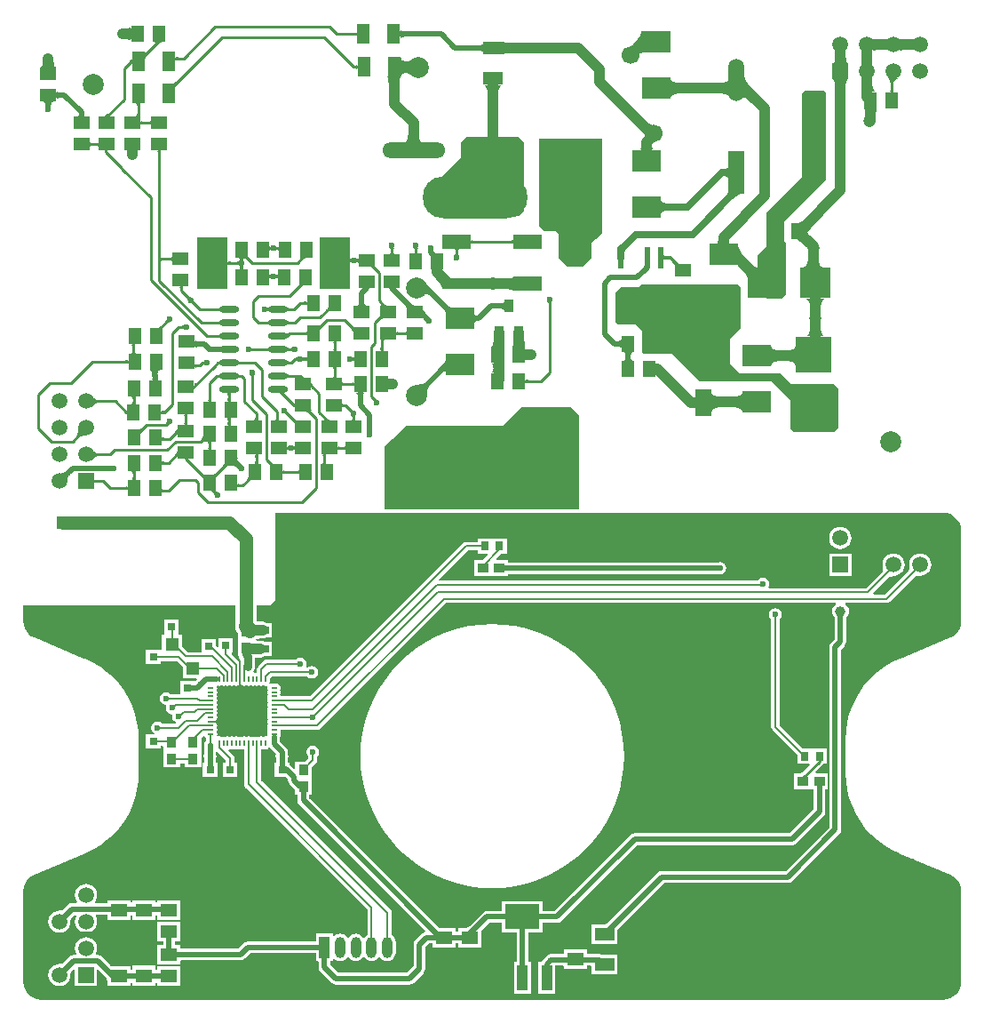
<source format=gtl>
G04 Layer_Physical_Order=1*
G04 Layer_Color=255*
%FSLAX44Y44*%
%MOMM*%
G71*
G01*
G75*
%ADD10R,1.6002X1.2700*%
%ADD11R,3.3000X2.4000*%
%ADD12R,1.0000X2.4000*%
%ADD13R,1.8500X1.3000*%
%ADD14R,0.7620X0.8128*%
%ADD15R,1.0000X0.9500*%
%ADD16R,0.9500X1.0000*%
%ADD17R,0.8000X0.7500*%
%ADD18R,1.3000X1.3000*%
%ADD19R,0.7500X0.8000*%
%ADD20C,1.0000*%
%ADD21O,0.2000X0.6500*%
%ADD22O,0.6500X0.2000*%
%ADD23R,4.7000X4.7000*%
%ADD24C,0.5000*%
%ADD25C,1.4000*%
%ADD26C,0.2000*%
%ADD27C,1.0000*%
%ADD28C,1.3000*%
%ADD29C,1.2700*%
%ADD30C,0.8000*%
%ADD31C,0.2540*%
%ADD32R,0.7620X1.2700*%
%ADD33R,1.2700X1.6002*%
%ADD34R,2.7500X1.4000*%
%ADD35R,2.7500X1.0000*%
%ADD36R,1.5000X2.5000*%
%ADD37R,3.5000X3.5000*%
%ADD38R,3.0000X3.0000*%
%ADD39R,2.7430X2.1590*%
%ADD40R,0.6000X2.0000*%
%ADD41R,0.8500X1.2000*%
%ADD42O,1.5000X4.0640*%
%ADD43R,1.5000X4.0640*%
%ADD44O,1.9000X0.6000*%
%ADD45R,3.0000X5.0000*%
%ADD46R,1.3000X1.8500*%
%ADD47C,5.0000*%
%ADD48C,3.0000*%
%ADD49C,0.3000*%
%ADD50C,0.7000*%
%ADD51C,1.5000*%
%ADD52R,1.5000X1.5000*%
%ADD53R,1.5000X1.5000*%
%ADD54O,1.0000X2.0000*%
%ADD55R,1.0000X2.0000*%
%ADD56C,0.6000*%
%ADD57C,0.6600*%
%ADD58C,1.0000*%
%ADD59C,2.0000*%
%ADD60O,10.0000X4.0000*%
%ADD61C,1.7000*%
%ADD62O,6.0000X1.5000*%
%ADD63O,3.0000X3.5000*%
%ADD64C,3.0000*%
%ADD65C,2.0000*%
%ADD66C,1.2000*%
G36*
X782366Y606643D02*
X783689Y605759D01*
X785250Y605449D01*
X786811Y605759D01*
X787250Y606053D01*
X787689Y605759D01*
X789250Y605449D01*
X790811Y605759D01*
X791250Y606053D01*
X791689Y605759D01*
X793250Y605449D01*
X794811Y605759D01*
X795250Y606053D01*
X795689Y605759D01*
X797250Y605449D01*
X798811Y605759D01*
X799250Y606053D01*
X799689Y605759D01*
X801250Y605449D01*
X802811Y605759D01*
X803250Y606053D01*
X803689Y605759D01*
X805250Y605449D01*
X806403Y605678D01*
X806593Y605574D01*
X807297Y604870D01*
X807401Y604680D01*
X807172Y603527D01*
X807482Y601966D01*
X807776Y601527D01*
X807482Y601088D01*
X807172Y599527D01*
X807482Y597966D01*
X807776Y597527D01*
X807482Y597088D01*
X807172Y595527D01*
X807482Y593966D01*
X807776Y593527D01*
X807482Y593088D01*
X807172Y591527D01*
X807482Y589966D01*
X807776Y589527D01*
X807482Y589088D01*
X807172Y587527D01*
X807482Y585966D01*
X807776Y585527D01*
X807482Y585088D01*
X807172Y583527D01*
X807482Y581966D01*
X807776Y581527D01*
X807482Y581088D01*
X807172Y579527D01*
X807482Y577966D01*
X807776Y577527D01*
X807482Y577088D01*
X807172Y575527D01*
X807482Y573966D01*
X807776Y573527D01*
X807482Y573088D01*
X807172Y571527D01*
X807482Y569966D01*
X807776Y569527D01*
X807482Y569088D01*
X807172Y567527D01*
X807482Y565966D01*
X807776Y565527D01*
X807482Y565088D01*
X807172Y563527D01*
X807482Y561966D01*
X807776Y561527D01*
X807482Y561088D01*
X807172Y559527D01*
X807401Y558374D01*
X807297Y558184D01*
X806593Y557480D01*
X806403Y557376D01*
X805250Y557605D01*
X803689Y557295D01*
X803250Y557001D01*
X802811Y557295D01*
X801250Y557605D01*
X799689Y557295D01*
X799250Y557001D01*
X798811Y557295D01*
X797250Y557605D01*
X795689Y557295D01*
X795250Y557001D01*
X794811Y557295D01*
X793250Y557605D01*
X791689Y557295D01*
X791250Y557001D01*
X790811Y557295D01*
X789250Y557605D01*
X787689Y557295D01*
X787250Y557001D01*
X786811Y557295D01*
X785250Y557605D01*
X783689Y557295D01*
X783250Y557001D01*
X782811Y557295D01*
X781250Y557605D01*
X779689Y557295D01*
X779250Y557001D01*
X778811Y557295D01*
X777250Y557605D01*
X775689Y557295D01*
X775250Y557001D01*
X774811Y557295D01*
X773250Y557605D01*
X771689Y557295D01*
X771250Y557001D01*
X770811Y557295D01*
X769250Y557605D01*
X767689Y557295D01*
X767250Y557001D01*
X766811Y557295D01*
X765250Y557605D01*
X763689Y557295D01*
X763250Y557001D01*
X762811Y557295D01*
X761250Y557605D01*
X760097Y557376D01*
X759907Y557480D01*
X759203Y558184D01*
X759099Y558374D01*
X759329Y559527D01*
X759018Y561088D01*
X758725Y561527D01*
X759018Y561966D01*
X759329Y563527D01*
X759018Y565088D01*
X758725Y565527D01*
X759018Y565966D01*
X759329Y567527D01*
X759018Y569088D01*
X758134Y570411D01*
X757607Y570763D01*
Y572291D01*
X758134Y572643D01*
X759018Y573966D01*
X759329Y575527D01*
X759018Y577088D01*
X758725Y577527D01*
X759018Y577966D01*
X759329Y579527D01*
X759018Y581088D01*
X758725Y581527D01*
X759018Y581966D01*
X759329Y583527D01*
X759018Y585088D01*
X758725Y585527D01*
X759018Y585966D01*
X759329Y587527D01*
X759018Y589088D01*
X758725Y589527D01*
X759018Y589966D01*
X759329Y591527D01*
X759018Y593088D01*
X758725Y593527D01*
X759018Y593966D01*
X759329Y595527D01*
X759018Y597088D01*
X758725Y597527D01*
X759018Y597966D01*
X759329Y599527D01*
X759018Y601088D01*
X758725Y601527D01*
X759018Y601966D01*
X759329Y603527D01*
X759099Y604680D01*
X759203Y604870D01*
X759907Y605574D01*
X760097Y605678D01*
X761250Y605449D01*
X762811Y605759D01*
X763250Y606053D01*
X763689Y605759D01*
X765250Y605449D01*
X766811Y605759D01*
X767250Y606053D01*
X767689Y605759D01*
X769250Y605449D01*
X770811Y605759D01*
X771250Y606053D01*
X771689Y605759D01*
X773250Y605449D01*
X774811Y605759D01*
X775250Y606053D01*
X775689Y605759D01*
X777250Y605449D01*
X778811Y605759D01*
X780134Y606643D01*
X780486Y607171D01*
X782014D01*
X782366Y606643D01*
D02*
G37*
G36*
X809778Y546318D02*
X815467Y540630D01*
X815049Y538527D01*
X815514Y536186D01*
X815558Y536120D01*
Y532051D01*
X814166D01*
Y518551D01*
X824546D01*
X826642Y516454D01*
Y515777D01*
X827069Y513631D01*
X828285Y511812D01*
X833750Y506347D01*
Y501527D01*
X835892D01*
Y496527D01*
X836319Y494381D01*
X837535Y492562D01*
X957719Y372378D01*
X957350Y371162D01*
X956674Y371028D01*
X954855Y369812D01*
X948035Y362992D01*
X946819Y361173D01*
X946392Y359027D01*
Y338350D01*
X940177Y332135D01*
X874823D01*
X867108Y339850D01*
Y342653D01*
X867136Y342976D01*
X867216Y343465D01*
X867233Y343527D01*
X869500D01*
Y345422D01*
X870770Y345853D01*
X870795Y345821D01*
X872466Y344539D01*
X874412Y343733D01*
X876500Y343458D01*
X878588Y343733D01*
X880535Y344539D01*
X882206Y345821D01*
X883260Y347196D01*
X883735Y347308D01*
X884265D01*
X884740Y347196D01*
X885795Y345821D01*
X887466Y344539D01*
X889412Y343733D01*
X891500Y343458D01*
X893588Y343733D01*
X895535Y344539D01*
X897206Y345821D01*
X898260Y347196D01*
X898735Y347308D01*
X899265D01*
X899740Y347196D01*
X900795Y345821D01*
X902466Y344539D01*
X904412Y343733D01*
X906500Y343458D01*
X908589Y343733D01*
X910535Y344539D01*
X912206Y345821D01*
X913260Y347196D01*
X913735Y347308D01*
X914265D01*
X914740Y347196D01*
X915795Y345821D01*
X917466Y344539D01*
X919412Y343733D01*
X921500Y343458D01*
X923589Y343733D01*
X925535Y344539D01*
X927206Y345821D01*
X928488Y347492D01*
X929294Y349439D01*
X929569Y351527D01*
Y361527D01*
X929294Y363615D01*
X928488Y365561D01*
X927206Y367233D01*
X925579Y368481D01*
Y389527D01*
X925268Y391088D01*
X924384Y392411D01*
X924384Y392411D01*
X801329Y515466D01*
Y544964D01*
X802811Y545259D01*
X803250Y545553D01*
X803689Y545259D01*
X805250Y544949D01*
X806811Y545259D01*
X808134Y546143D01*
X808322Y546424D01*
X809778Y546318D01*
D02*
G37*
G36*
X1454796Y770097D02*
X1457964Y769135D01*
X1460885Y767574D01*
X1463444Y765474D01*
X1465545Y762914D01*
X1467106Y759994D01*
X1468067Y756825D01*
X1468270Y754766D01*
X1468377Y753530D01*
X1468377Y753530D01*
X1468377Y752282D01*
Y668158D01*
X1468377Y668142D01*
X1468377Y666894D01*
X1468271Y665668D01*
X1468067Y663598D01*
X1467106Y660430D01*
X1465545Y657510D01*
X1463444Y654950D01*
X1460885Y652850D01*
X1458007Y651311D01*
X1457959Y651302D01*
X1410864Y631795D01*
X1409675Y631346D01*
Y631346D01*
X1402297Y627856D01*
X1395297Y623660D01*
X1388742Y618799D01*
X1382695Y613318D01*
X1377214Y607271D01*
X1372352Y600716D01*
X1368157Y593715D01*
X1364667Y586338D01*
X1361918Y578653D01*
X1359935Y570737D01*
X1358737Y562664D01*
X1358337Y554512D01*
X1358377D01*
X1358377Y554512D01*
Y522548D01*
X1358377Y522548D01*
X1358337D01*
X1358737Y514396D01*
X1359935Y506324D01*
X1361918Y498407D01*
X1364667Y490723D01*
X1368157Y483345D01*
X1372352Y476345D01*
X1377214Y469789D01*
X1382695Y463742D01*
X1388742Y458261D01*
X1395297Y453400D01*
X1402297Y449204D01*
X1409675Y445715D01*
X1409675Y445715D01*
X1410864Y445266D01*
X1457959Y425758D01*
X1458007Y425749D01*
X1460885Y424211D01*
X1463444Y422110D01*
X1465545Y419551D01*
X1467106Y416630D01*
X1468067Y413462D01*
X1468270Y411403D01*
X1468377Y410167D01*
X1468377Y410166D01*
X1468377Y408918D01*
Y324795D01*
X1468377Y324778D01*
X1468377Y323530D01*
X1468271Y322304D01*
X1468067Y320235D01*
X1467106Y317066D01*
X1465545Y314146D01*
X1463444Y311586D01*
X1460885Y309486D01*
X1457964Y307925D01*
X1454796Y306964D01*
X1451549Y306644D01*
X1451501Y306653D01*
X591500D01*
X591452Y306644D01*
X588205Y306964D01*
X585036Y307925D01*
X582116Y309486D01*
X579556Y311586D01*
X577456Y314146D01*
X575895Y317066D01*
X574934Y320235D01*
X574614Y323482D01*
X574623Y323530D01*
Y410167D01*
X574614Y410215D01*
X574934Y413462D01*
X575895Y416630D01*
X577456Y419551D01*
X579556Y422110D01*
X582116Y424211D01*
X584994Y425749D01*
X585042Y425758D01*
X632137Y445266D01*
X633325Y445715D01*
X633326Y445715D01*
Y445715D01*
X640703Y449204D01*
X647703Y453400D01*
X654258Y458261D01*
X660306Y463742D01*
X665786Y469789D01*
X670648Y476345D01*
X674844Y483345D01*
X678333Y490723D01*
X681083Y498407D01*
X683066Y506324D01*
X684263Y514396D01*
X684664Y522548D01*
X684624D01*
Y554512D01*
X684664D01*
X684263Y562664D01*
X683066Y570737D01*
X681083Y578653D01*
X678333Y586338D01*
X674844Y593715D01*
X670648Y600716D01*
X665786Y607271D01*
X660306Y613318D01*
X654258Y618799D01*
X647703Y623660D01*
X640703Y627856D01*
X633325Y631346D01*
X633326Y631346D01*
X632137Y631795D01*
X585042Y651302D01*
X584994Y651311D01*
X582116Y652850D01*
X579556Y654950D01*
X577456Y657510D01*
X575895Y660430D01*
X574934Y663598D01*
X574614Y666845D01*
X574623Y666894D01*
Y682527D01*
X776414D01*
Y662527D01*
X776758Y659917D01*
X777765Y657484D01*
X778750Y656200D01*
Y649527D01*
X778750D01*
Y649527D01*
X778750Y649527D01*
Y633527D01*
X779752D01*
X780386Y631997D01*
X781190Y630949D01*
Y629367D01*
X780751Y629073D01*
X779920Y628875D01*
X772941Y635854D01*
X773427Y637027D01*
X774500D01*
Y650527D01*
X760500D01*
Y642954D01*
X759327Y642468D01*
X758517Y643278D01*
X758429Y643378D01*
X758360Y643465D01*
Y650181D01*
X744360D01*
Y637605D01*
X731189D01*
X725610Y643185D01*
Y654671D01*
X722500D01*
Y668527D01*
X709000D01*
Y654671D01*
X706610D01*
Y640413D01*
X705500Y640027D01*
X705500Y640027D01*
Y640027D01*
X705500Y640027D01*
X691500D01*
Y626527D01*
X705500D01*
Y629199D01*
X721061D01*
X726034Y624226D01*
X726060Y624195D01*
X726161Y624062D01*
X726232Y623953D01*
X726278Y623871D01*
X726303Y623817D01*
X726310Y623798D01*
Y612671D01*
X739610D01*
X739995Y611401D01*
X739174Y610853D01*
X738996Y610586D01*
X737750Y610527D01*
Y610527D01*
X734862D01*
X734720Y610555D01*
X734577Y610527D01*
X724250D01*
Y597605D01*
X715034D01*
X715023Y597611D01*
X714994Y597629D01*
X714959Y597653D01*
X714826Y597853D01*
X712841Y599179D01*
X710500Y599645D01*
X708159Y599179D01*
X706174Y597853D01*
X704848Y595868D01*
X704383Y593527D01*
X704848Y591186D01*
X706174Y589201D01*
X708159Y587875D01*
X709788Y587551D01*
X710560Y587053D01*
X710710Y586171D01*
X710383Y584527D01*
X710848Y582186D01*
X712174Y580201D01*
X714159Y578875D01*
X716500Y578410D01*
X716714Y578195D01*
X716383Y576527D01*
X716848Y574186D01*
X718174Y572201D01*
X720159Y570875D01*
X720033Y569605D01*
X707034D01*
X707023Y569611D01*
X706994Y569628D01*
X706960Y569653D01*
X706826Y569853D01*
X704841Y571179D01*
X702500Y571645D01*
X700159Y571179D01*
X698174Y569853D01*
X696848Y567868D01*
X696383Y565527D01*
X696848Y563186D01*
X698174Y561201D01*
X699528Y560297D01*
X699142Y559027D01*
X691500D01*
Y545527D01*
X705500D01*
Y548199D01*
X707378D01*
X708276Y547301D01*
X708276Y543951D01*
X708276Y542681D01*
Y527951D01*
X723776D01*
Y531873D01*
X728596D01*
Y527951D01*
X744096D01*
Y542681D01*
X744096Y543951D01*
X744096Y545221D01*
Y556355D01*
X745773Y558032D01*
X747191Y557654D01*
X747866Y556643D01*
X748508Y556214D01*
Y555660D01*
X748464Y554532D01*
X748359Y553457D01*
X748307Y553141D01*
X748266Y552961D01*
X747405Y551673D01*
X746978Y549527D01*
Y540934D01*
X746934Y540868D01*
X746469Y538527D01*
X746934Y536186D01*
X746978Y536120D01*
Y532571D01*
X746973Y532420D01*
X746937Y532051D01*
X745586D01*
Y529163D01*
X745558Y529021D01*
X745586Y528878D01*
Y518551D01*
X759586D01*
Y528878D01*
X759614Y529021D01*
X759586Y529163D01*
Y532051D01*
X758243D01*
X758194Y532716D01*
Y536120D01*
X758238Y536186D01*
X758704Y538527D01*
X758238Y540868D01*
X758194Y540934D01*
Y542270D01*
X759464Y542796D01*
X767558Y534702D01*
Y532051D01*
X764636D01*
Y518551D01*
X778636D01*
Y532051D01*
X775714D01*
Y536391D01*
X775404Y537952D01*
X774520Y539275D01*
X770117Y543678D01*
X770427Y544892D01*
X771575Y545336D01*
X771689Y545259D01*
X773250Y544949D01*
X774811Y545259D01*
X775250Y545553D01*
X775689Y545259D01*
X777250Y544949D01*
X778811Y545259D01*
X779250Y545553D01*
X779689Y545259D01*
X781250Y544949D01*
X782811Y545259D01*
X783250Y545553D01*
X783689Y545259D01*
X785172Y544964D01*
Y511777D01*
X785172Y511777D01*
X785482Y510216D01*
X786366Y508893D01*
X902422Y392838D01*
Y368481D01*
X900795Y367233D01*
X899740Y365858D01*
X899265Y365746D01*
X898735D01*
X898260Y365858D01*
X897206Y367233D01*
X895535Y368515D01*
X893588Y369321D01*
X891500Y369596D01*
X889412Y369321D01*
X887466Y368515D01*
X885795Y367233D01*
X884740Y365858D01*
X884265Y365746D01*
X883735D01*
X883260Y365858D01*
X882206Y367233D01*
X880535Y368515D01*
X878588Y369321D01*
X876500Y369596D01*
X874412Y369321D01*
X872466Y368515D01*
X870795Y367233D01*
X870770Y367201D01*
X869500Y367632D01*
Y369527D01*
X853500D01*
Y362259D01*
X853449Y362245D01*
X852957Y362164D01*
X852626Y362135D01*
X788500D01*
X786354Y361708D01*
X784535Y360492D01*
X779337Y355295D01*
X725384D01*
X725057Y355324D01*
X724571Y355405D01*
X724501Y355423D01*
Y359037D01*
X719232D01*
X719218Y359088D01*
X719137Y359580D01*
X719108Y359911D01*
Y361143D01*
X719137Y361474D01*
X719218Y361966D01*
X719232Y362017D01*
X724501D01*
Y380717D01*
X702499D01*
Y362017D01*
X707768D01*
X707782Y361966D01*
X707863Y361474D01*
X707892Y361143D01*
Y359911D01*
X707863Y359580D01*
X707782Y359088D01*
X707768Y359037D01*
X702499D01*
Y340337D01*
X724501D01*
Y343951D01*
X724571Y343969D01*
X725057Y344050D01*
X725384Y344079D01*
X781660D01*
X783806Y344506D01*
X785625Y345722D01*
X790823Y350919D01*
X852626D01*
X852957Y350890D01*
X853449Y350809D01*
X853500Y350795D01*
Y346917D01*
X853489Y346882D01*
X853500Y346759D01*
Y346700D01*
X853472Y346558D01*
X853500Y346415D01*
Y343527D01*
X855767D01*
X855784Y343464D01*
X855864Y342976D01*
X855892Y342653D01*
Y337527D01*
X856319Y335381D01*
X857535Y333562D01*
X868535Y322562D01*
X870354Y321346D01*
X872500Y320919D01*
X942500D01*
X944646Y321346D01*
X946465Y322562D01*
X955965Y332062D01*
X957181Y333881D01*
X957608Y336027D01*
Y356704D01*
X961143Y360239D01*
X963625D01*
X963956Y360210D01*
X964448Y360129D01*
X964499Y360115D01*
Y356497D01*
X986501D01*
Y360111D01*
X986571Y360130D01*
X987057Y360210D01*
X987384Y360239D01*
X988625D01*
X988956Y360210D01*
X989448Y360129D01*
X989499Y360115D01*
Y356337D01*
X1011501D01*
Y371775D01*
X1011527Y371882D01*
X1011537Y372142D01*
X1011553Y372266D01*
X1011578Y372383D01*
X1011613Y372500D01*
X1011661Y372620D01*
X1011725Y372748D01*
X1011808Y372887D01*
X1011850Y372946D01*
X1018823Y379919D01*
X1030126D01*
X1030457Y379890D01*
X1030949Y379809D01*
X1031000Y379795D01*
Y370527D01*
X1044768D01*
X1044782Y370476D01*
X1044863Y369984D01*
X1044892Y369653D01*
Y343401D01*
X1044864Y343078D01*
X1044784Y342589D01*
X1044767Y342527D01*
X1042500D01*
Y339639D01*
X1042472Y339497D01*
X1042500Y339354D01*
Y339295D01*
X1042489Y339173D01*
X1042500Y339137D01*
Y312527D01*
X1058500D01*
Y339137D01*
X1058511Y339173D01*
X1058500Y339295D01*
Y339354D01*
X1058528Y339497D01*
X1058500Y339639D01*
Y342527D01*
X1056233D01*
X1056217Y342589D01*
X1056136Y343078D01*
X1056108Y343401D01*
Y369653D01*
X1056137Y369984D01*
X1056218Y370476D01*
X1056232Y370527D01*
X1070000D01*
Y379795D01*
X1070051Y379809D01*
X1070543Y379890D01*
X1070874Y379919D01*
X1083500D01*
X1085646Y380346D01*
X1087465Y381562D01*
X1159823Y453919D01*
X1236093D01*
X1236159Y453875D01*
X1238500Y453410D01*
X1240841Y453875D01*
X1240907Y453919D01*
X1307500D01*
X1309646Y454346D01*
X1311465Y455562D01*
X1337465Y481562D01*
X1338681Y483381D01*
X1339108Y485527D01*
Y505903D01*
X1339136Y506226D01*
X1339216Y506715D01*
X1339233Y506777D01*
X1341500D01*
Y509665D01*
X1341528Y509808D01*
X1341500Y509950D01*
Y510009D01*
X1341511Y510131D01*
X1341500Y510167D01*
Y522277D01*
X1330066D01*
X1329580Y523450D01*
X1336544Y530414D01*
X1337238Y531453D01*
X1340275D01*
Y545581D01*
X1327575D01*
X1326655Y545581D01*
Y545581D01*
X1326305D01*
X1326305Y545581D01*
X1318223D01*
X1318058Y545722D01*
X1295578Y568201D01*
Y668993D01*
X1295584Y669005D01*
X1295602Y669033D01*
X1295626Y669068D01*
X1295826Y669201D01*
X1297152Y671186D01*
X1297618Y673527D01*
X1297152Y675868D01*
X1295826Y677853D01*
X1293841Y679179D01*
X1291500Y679645D01*
X1289159Y679179D01*
X1287174Y677853D01*
X1285848Y675868D01*
X1285383Y673527D01*
X1285848Y671186D01*
X1287174Y669201D01*
X1287374Y669068D01*
X1287399Y669033D01*
X1287416Y669005D01*
X1287422Y668993D01*
Y566512D01*
X1287422Y566512D01*
X1287732Y564951D01*
X1288616Y563628D01*
X1312460Y539785D01*
X1312685Y539542D01*
Y531453D01*
X1323610D01*
X1324096Y530280D01*
X1316659Y522843D01*
X1316577Y522773D01*
X1316368Y522615D01*
X1316185Y522494D01*
X1316027Y522407D01*
X1315898Y522347D01*
X1315795Y522310D01*
X1315718Y522290D01*
X1315660Y522281D01*
X1315582Y522277D01*
X1309500D01*
Y506777D01*
X1325500D01*
X1325500Y506777D01*
X1325500D01*
Y506777D01*
X1327767D01*
X1327784Y506715D01*
X1327864Y506226D01*
X1327892Y505903D01*
Y487850D01*
X1305177Y465135D01*
X1240907D01*
X1240841Y465179D01*
X1238500Y465645D01*
X1236159Y465179D01*
X1236093Y465135D01*
X1157500D01*
X1155354Y464708D01*
X1153535Y463492D01*
X1081177Y391135D01*
X1070874D01*
X1070543Y391164D01*
X1070051Y391245D01*
X1070000Y391259D01*
Y400527D01*
X1031000D01*
Y391259D01*
X1030949Y391245D01*
X1030457Y391164D01*
X1030126Y391135D01*
X1016500D01*
X1014354Y390708D01*
X1012535Y389492D01*
X999961Y376918D01*
X999645Y376649D01*
X999090Y376232D01*
X998561Y375885D01*
X998057Y375606D01*
X997581Y375390D01*
X997131Y375231D01*
X996705Y375122D01*
X996298Y375060D01*
X995869Y375037D01*
X989499D01*
Y371579D01*
X989448Y371565D01*
X988956Y371484D01*
X988625Y371455D01*
X987384D01*
X987057Y371484D01*
X986571Y371565D01*
X986501Y371583D01*
Y375197D01*
X971058D01*
X970787Y375388D01*
X969279Y376679D01*
X847108Y498850D01*
Y501527D01*
X849250D01*
Y517527D01*
X849250D01*
Y517527D01*
X849250Y517527D01*
Y527478D01*
X849421Y527681D01*
X853384Y531643D01*
X853384Y531643D01*
X854268Y532966D01*
X854578Y534527D01*
X854578Y534527D01*
Y537993D01*
X854584Y538004D01*
X854602Y538033D01*
X854626Y538068D01*
X854826Y538201D01*
X856152Y540186D01*
X856618Y542527D01*
X856152Y544868D01*
X854826Y546853D01*
X852841Y548179D01*
X850500Y548644D01*
X848159Y548179D01*
X846174Y546853D01*
X844848Y544868D01*
X844383Y542527D01*
X844848Y540186D01*
X846174Y538201D01*
X846374Y538068D01*
X846399Y538033D01*
X846416Y538005D01*
X846422Y537993D01*
Y536216D01*
X843936Y533731D01*
X843718Y533527D01*
X833750D01*
Y526867D01*
X832577Y526381D01*
X828465Y530492D01*
X828166Y530692D01*
Y532051D01*
X826774D01*
Y536120D01*
X826818Y536186D01*
X827284Y538527D01*
X826818Y540868D01*
X826774Y540934D01*
Y542861D01*
X826347Y545007D01*
X825131Y546826D01*
X819108Y552850D01*
Y556527D01*
X818981Y557163D01*
X819518Y557966D01*
X819828Y559527D01*
X819518Y561088D01*
X819224Y561527D01*
X819518Y561966D01*
X819813Y563449D01*
X854500D01*
X854500Y563449D01*
X856061Y563759D01*
X857384Y564643D01*
X977189Y684449D01*
X1348596D01*
X1349027Y683179D01*
X1347794Y682233D01*
X1346512Y680562D01*
X1345706Y678615D01*
X1345431Y676527D01*
X1345706Y674439D01*
X1346512Y672493D01*
X1347707Y670936D01*
X1347713Y670926D01*
X1347726Y670911D01*
X1347744Y670887D01*
X1347755Y670861D01*
X1347793Y670735D01*
X1347837Y670545D01*
X1347872Y670330D01*
X1347892Y670080D01*
Y649850D01*
X1344535Y646492D01*
X1343319Y644673D01*
X1342892Y642527D01*
Y470850D01*
X1301177Y429135D01*
X1183000D01*
X1180854Y428708D01*
X1179035Y427492D01*
X1131702Y380159D01*
X1131257Y379770D01*
X1130590Y379247D01*
X1130010Y378853D01*
X1129532Y378584D01*
X1129401Y378527D01*
X1128090D01*
X1127965Y378555D01*
X1127809Y378527D01*
X1127765D01*
X1127618Y378542D01*
X1127566Y378527D01*
X1116250D01*
Y359527D01*
X1140750D01*
Y370984D01*
X1140778Y371109D01*
X1140750Y371265D01*
Y373091D01*
X1140833Y373208D01*
X1142180Y374776D01*
X1185323Y417919D01*
X1303500D01*
X1305646Y418346D01*
X1307465Y419562D01*
X1352465Y464562D01*
X1353681Y466381D01*
X1354108Y468527D01*
Y640204D01*
X1357465Y643562D01*
X1358681Y645381D01*
X1359108Y647527D01*
Y670156D01*
X1359122Y670293D01*
X1359164Y670545D01*
X1359207Y670735D01*
X1359245Y670861D01*
X1359256Y670887D01*
X1359274Y670911D01*
X1359288Y670926D01*
X1359294Y670936D01*
X1360488Y672493D01*
X1361294Y674439D01*
X1361569Y676527D01*
X1361294Y678615D01*
X1360488Y680562D01*
X1359206Y682233D01*
X1357973Y683179D01*
X1358404Y684449D01*
X1397500D01*
X1397500Y684449D01*
X1399061Y684759D01*
X1400384Y685643D01*
X1424205Y709464D01*
X1424291Y709517D01*
X1424543Y709634D01*
X1424931Y709770D01*
X1425449Y709908D01*
X1426024Y710023D01*
X1428739Y710298D01*
X1429391Y710320D01*
X1429554Y710298D01*
X1432295Y710659D01*
X1434849Y711717D01*
X1437043Y713400D01*
X1438726Y715594D01*
X1439784Y718148D01*
X1440145Y720889D01*
X1439784Y723630D01*
X1438726Y726184D01*
X1437043Y728378D01*
X1434849Y730061D01*
X1432295Y731119D01*
X1429554Y731480D01*
X1426813Y731119D01*
X1424259Y730061D01*
X1422065Y728378D01*
X1420382Y726184D01*
X1419324Y723630D01*
X1418963Y720889D01*
X1419007Y720557D01*
X1419002Y720526D01*
X1419026Y719479D01*
X1418966Y717657D01*
X1418894Y716970D01*
X1418795Y716363D01*
X1418679Y715876D01*
X1418560Y715515D01*
X1418454Y715282D01*
X1418402Y715197D01*
X1395811Y692605D01*
X1385005D01*
X1384520Y693779D01*
X1399644Y708903D01*
X1399720Y708950D01*
X1400008Y709092D01*
X1400450Y709269D01*
X1400953Y709436D01*
X1404640Y710271D01*
X1405779Y710456D01*
X1405780Y710456D01*
X1405780Y710456D01*
X1406012Y710543D01*
X1406895Y710659D01*
X1409449Y711717D01*
X1411643Y713400D01*
X1413326Y715594D01*
X1414384Y718148D01*
X1414745Y720889D01*
X1414384Y723630D01*
X1413326Y726184D01*
X1411643Y728378D01*
X1409449Y730061D01*
X1406895Y731119D01*
X1404154Y731480D01*
X1401413Y731119D01*
X1398859Y730061D01*
X1396665Y728378D01*
X1394982Y726184D01*
X1393924Y723630D01*
X1393564Y720889D01*
X1393754Y719443D01*
X1393741Y719146D01*
X1393891Y718160D01*
X1393979Y717328D01*
X1394017Y716592D01*
X1394010Y715962D01*
X1393965Y715439D01*
X1393893Y715031D01*
X1393809Y714738D01*
X1393731Y714555D01*
X1393687Y714482D01*
X1377811Y698605D01*
X1285443D01*
X1284844Y699725D01*
X1285152Y700186D01*
X1285618Y702527D01*
X1285152Y704868D01*
X1283826Y706853D01*
X1281841Y708179D01*
X1279500Y708645D01*
X1277159Y708179D01*
X1275174Y706853D01*
X1274341Y705605D01*
X971005D01*
X970519Y706779D01*
X998189Y734449D01*
X1007705D01*
Y731463D01*
X1017009D01*
X1017495Y730290D01*
X1012759Y725554D01*
X1012728Y725527D01*
X1012595Y725426D01*
X1012486Y725355D01*
X1012404Y725309D01*
X1012350Y725284D01*
X1012331Y725277D01*
X1004500D01*
Y709777D01*
X1019230D01*
X1020500Y709777D01*
Y709777D01*
X1020500D01*
X1020500Y709777D01*
X1033088D01*
X1033110Y709770D01*
X1033199Y709777D01*
X1033327D01*
X1033470Y709749D01*
X1033612Y709777D01*
X1036500D01*
Y711821D01*
X1037013Y711897D01*
X1037297Y711919D01*
X1236093D01*
X1236159Y711875D01*
X1238500Y711410D01*
X1240841Y711875D01*
X1242826Y713201D01*
X1244152Y715186D01*
X1244618Y717527D01*
X1244152Y719868D01*
X1242826Y721853D01*
X1240841Y723179D01*
X1238500Y723645D01*
X1236159Y723179D01*
X1236093Y723135D01*
X1037297D01*
X1037013Y723157D01*
X1036500Y723233D01*
Y725277D01*
X1033612D01*
X1033470Y725305D01*
X1033327Y725277D01*
X1033199D01*
X1033110Y725284D01*
X1033088Y725277D01*
X1025677D01*
X1025191Y726450D01*
X1029928Y731187D01*
X1029958Y731213D01*
X1030092Y731314D01*
X1030201Y731386D01*
X1030282Y731432D01*
X1030336Y731457D01*
X1030354Y731463D01*
X1035295D01*
Y745591D01*
X1022595D01*
X1021675Y745591D01*
Y745591D01*
X1021325D01*
X1021325Y745591D01*
X1007705D01*
Y742605D01*
X996500D01*
X994939Y742295D01*
X993616Y741411D01*
X993616Y741411D01*
X847811Y595605D01*
X819813D01*
X819518Y597088D01*
X819224Y597527D01*
X819518Y597966D01*
X819828Y599527D01*
X819518Y601088D01*
X819224Y601527D01*
X819518Y601966D01*
X819828Y603527D01*
X819518Y605088D01*
X818634Y606411D01*
X817311Y607295D01*
X815750Y607605D01*
X811250D01*
X810097Y607376D01*
X809907Y607480D01*
X809203Y608184D01*
X809099Y608374D01*
X809329Y609527D01*
Y612559D01*
X809476Y612736D01*
X811189Y614449D01*
X844966D01*
X844978Y614443D01*
X845006Y614426D01*
X845041Y614401D01*
X845174Y614201D01*
X847159Y612875D01*
X849500Y612410D01*
X851841Y612875D01*
X853826Y614201D01*
X855152Y616186D01*
X855618Y618527D01*
X855152Y620868D01*
X853826Y622853D01*
X851841Y624179D01*
X849500Y624645D01*
X847159Y624179D01*
X845572Y623118D01*
X845013Y623189D01*
X844744Y623501D01*
X844211Y624481D01*
X844618Y626527D01*
X844152Y628868D01*
X842826Y630853D01*
X840841Y632179D01*
X838500Y632645D01*
X836159Y632179D01*
X834174Y630853D01*
X834041Y630653D01*
X834007Y630629D01*
X833978Y630611D01*
X833966Y630605D01*
X806500D01*
X806500Y630605D01*
X804939Y630295D01*
X803616Y629411D01*
X798366Y624161D01*
X797482Y622838D01*
X797172Y621277D01*
X797172Y621277D01*
Y618090D01*
X795689Y617795D01*
X795534Y617691D01*
X794268Y618144D01*
X793840Y619283D01*
X794365Y619967D01*
X795070Y621670D01*
X795311Y623497D01*
Y632458D01*
X800500D01*
X802589Y632733D01*
X804506Y633527D01*
X811750D01*
Y647527D01*
X804506D01*
X802589Y648321D01*
X800500Y648596D01*
X797153D01*
X796470Y649845D01*
X796657Y650168D01*
X801193Y650458D01*
X802500D01*
X804588Y650733D01*
X806506Y651527D01*
X811750D01*
Y665527D01*
X806506D01*
X804588Y666321D01*
X802500Y666596D01*
X802039D01*
X798041Y666679D01*
X796648Y666786D01*
X796586Y666794D01*
Y682527D01*
X809500D01*
X814500Y687527D01*
Y770407D01*
X1451501D01*
X1451549Y770416D01*
X1454796Y770097D01*
D02*
G37*
%LPC*%
G36*
X634280Y417028D02*
X631539Y416667D01*
X628985Y415609D01*
X626791Y413926D01*
X625108Y411732D01*
X624050Y409178D01*
X623689Y406437D01*
X624050Y403696D01*
X625108Y401142D01*
X626050Y399915D01*
X625424Y398645D01*
X620880D01*
X618734Y398218D01*
X616915Y397002D01*
X612611Y392698D01*
X612459Y392579D01*
X612109Y392350D01*
X611744Y392152D01*
X611361Y391985D01*
X610953Y391847D01*
X610515Y391737D01*
X610043Y391657D01*
X609534Y391610D01*
X609094Y391599D01*
X608880Y391628D01*
X606139Y391267D01*
X603585Y390209D01*
X601391Y388526D01*
X599708Y386332D01*
X598650Y383778D01*
X598289Y381037D01*
X598650Y378296D01*
X599708Y375742D01*
X601391Y373548D01*
X603585Y371865D01*
X606139Y370807D01*
X608880Y370446D01*
X611621Y370807D01*
X614175Y371865D01*
X616369Y373548D01*
X618052Y375742D01*
X619110Y378296D01*
X619471Y381037D01*
X619443Y381251D01*
X619453Y381691D01*
X619500Y382200D01*
X619580Y382672D01*
X619690Y383110D01*
X619828Y383518D01*
X619995Y383901D01*
X620193Y384266D01*
X620422Y384616D01*
X620541Y384768D01*
X623203Y387429D01*
X624546D01*
X625037Y386159D01*
X624050Y383778D01*
X623689Y381037D01*
X624050Y378296D01*
X625108Y375742D01*
X626791Y373548D01*
X628985Y371865D01*
X631539Y370807D01*
X634280Y370446D01*
X637021Y370807D01*
X639575Y371865D01*
X641769Y373548D01*
X643452Y375742D01*
X644510Y378296D01*
X644871Y381037D01*
X644510Y383778D01*
X643523Y386159D01*
X644014Y387429D01*
X653623D01*
X653953Y387400D01*
X654445Y387319D01*
X654499Y387304D01*
Y382337D01*
X676501D01*
Y386582D01*
X677500Y387151D01*
X678499Y386582D01*
Y382177D01*
X700501D01*
Y386562D01*
X701527Y387153D01*
X702499Y386602D01*
Y382337D01*
X724501D01*
Y401037D01*
X705889D01*
X705854Y401048D01*
X705731Y401037D01*
X705672D01*
X705530Y401065D01*
X705387Y401037D01*
X702499D01*
Y399468D01*
X701686Y399021D01*
X700501Y399647D01*
Y400877D01*
X697620D01*
X697480Y400905D01*
X697336Y400877D01*
X697228D01*
X697124Y400886D01*
X697097Y400877D01*
X681903D01*
X681876Y400886D01*
X681772Y400877D01*
X681672D01*
X681530Y400905D01*
X681387Y400877D01*
X678499D01*
Y399647D01*
X677314Y399021D01*
X676501Y399468D01*
Y401037D01*
X673613D01*
X673471Y401065D01*
X673328Y401037D01*
X673269D01*
X673147Y401048D01*
X673111Y401037D01*
X657889D01*
X657854Y401048D01*
X657731Y401037D01*
X657665D01*
X657520Y401065D01*
X657380Y401037D01*
X654499D01*
Y398770D01*
X654437Y398753D01*
X653948Y398673D01*
X653625Y398645D01*
X643137D01*
X642510Y399915D01*
X643452Y401142D01*
X644510Y403696D01*
X644871Y406437D01*
X644510Y409178D01*
X643452Y411732D01*
X641769Y413926D01*
X639575Y415609D01*
X637021Y416667D01*
X634280Y417028D01*
D02*
G37*
G36*
Y366228D02*
X631539Y365867D01*
X628985Y364809D01*
X626791Y363126D01*
X625108Y360932D01*
X624050Y358378D01*
X623689Y355637D01*
X624050Y352896D01*
X625108Y350342D01*
X625160Y350274D01*
X624599Y349135D01*
X622170D01*
X620024Y348708D01*
X618205Y347492D01*
X612611Y341898D01*
X612459Y341779D01*
X612109Y341549D01*
X611744Y341352D01*
X611361Y341185D01*
X610953Y341047D01*
X610515Y340937D01*
X610043Y340857D01*
X609534Y340810D01*
X609094Y340799D01*
X608880Y340828D01*
X606139Y340467D01*
X603585Y339409D01*
X601391Y337726D01*
X599708Y335532D01*
X598650Y332978D01*
X598289Y330237D01*
X598650Y327496D01*
X599708Y324942D01*
X601391Y322748D01*
X603585Y321065D01*
X606139Y320007D01*
X608880Y319646D01*
X611621Y320007D01*
X614175Y321065D01*
X616369Y322748D01*
X618052Y324942D01*
X619110Y327496D01*
X619471Y330237D01*
X619443Y330451D01*
X619453Y330891D01*
X619500Y331400D01*
X619580Y331872D01*
X619690Y332310D01*
X619828Y332718D01*
X619995Y333101D01*
X620193Y333466D01*
X620422Y333816D01*
X620541Y333968D01*
X622607Y336033D01*
X623780Y335547D01*
Y319737D01*
X644780D01*
Y334657D01*
X645953Y335143D01*
X652607Y328489D01*
X652876Y328173D01*
X653289Y327623D01*
X653631Y327096D01*
X653907Y326595D01*
X654120Y326120D01*
X654278Y325670D01*
X654385Y325242D01*
X654447Y324830D01*
X654475Y324274D01*
X654499Y324176D01*
Y320017D01*
X676501D01*
Y322754D01*
X677500Y323325D01*
X678499Y322754D01*
Y320177D01*
X700501D01*
Y322779D01*
X701465Y323323D01*
X702499Y322727D01*
Y320017D01*
X724501D01*
Y338717D01*
X702499D01*
Y335687D01*
X701465Y335091D01*
X700501Y335635D01*
Y338877D01*
X678499D01*
Y335661D01*
X677500Y335089D01*
X676501Y335661D01*
Y338717D01*
X658378D01*
X657267Y339691D01*
X649465Y347492D01*
X647646Y348708D01*
X645500Y349135D01*
X643961D01*
X643400Y350274D01*
X643452Y350342D01*
X644510Y352896D01*
X644871Y355637D01*
X644510Y358378D01*
X643452Y360932D01*
X641769Y363126D01*
X639575Y364809D01*
X637021Y365867D01*
X634280Y366228D01*
D02*
G37*
G36*
X1111501Y354717D02*
X1089499D01*
Y350263D01*
X1089429Y350245D01*
X1088943Y350164D01*
X1088617Y350135D01*
X1077500D01*
X1075354Y349708D01*
X1073535Y348492D01*
X1069535Y344492D01*
X1068319Y342673D01*
X1068290Y342527D01*
X1065500D01*
Y312527D01*
X1081500D01*
Y338919D01*
X1088617D01*
X1088943Y338890D01*
X1089429Y338810D01*
X1089499Y338791D01*
Y336017D01*
X1111501D01*
Y338795D01*
X1111552Y338809D01*
X1112044Y338890D01*
X1112375Y338919D01*
X1115373D01*
X1115703Y338890D01*
X1116194Y338809D01*
X1116250Y338794D01*
Y330527D01*
X1140750D01*
Y349527D01*
X1126417D01*
X1126146Y349708D01*
X1124000Y350135D01*
X1112375D01*
X1112044Y350164D01*
X1111552Y350245D01*
X1111501Y350259D01*
Y354717D01*
D02*
G37*
G36*
X1363854Y731389D02*
X1342854D01*
Y710389D01*
X1363854D01*
Y731389D01*
D02*
G37*
G36*
X1353354Y756880D02*
X1350613Y756519D01*
X1348059Y755461D01*
X1345865Y753778D01*
X1344182Y751584D01*
X1343124Y749030D01*
X1342764Y746289D01*
X1343124Y743548D01*
X1344182Y740994D01*
X1345865Y738800D01*
X1348059Y737117D01*
X1350613Y736059D01*
X1353354Y735698D01*
X1356095Y736059D01*
X1358649Y737117D01*
X1360843Y738800D01*
X1362526Y740994D01*
X1363584Y743548D01*
X1363945Y746289D01*
X1363584Y749030D01*
X1362526Y751584D01*
X1360843Y753778D01*
X1358649Y755461D01*
X1356095Y756519D01*
X1353354Y756880D01*
D02*
G37*
G36*
X1021500Y664213D02*
X1010546Y663735D01*
X999676Y662304D01*
X988971Y659931D01*
X978514Y656634D01*
X968384Y652438D01*
X958659Y647375D01*
X949411Y641484D01*
X940713Y634809D01*
X932629Y627402D01*
X925221Y619318D01*
X918547Y610619D01*
X912655Y601372D01*
X907593Y591646D01*
X903397Y581516D01*
X900100Y571059D01*
X897727Y560355D01*
X896295Y549484D01*
X895817Y538530D01*
X896295Y527576D01*
X897727Y516706D01*
X900100Y506001D01*
X903397Y495544D01*
X907593Y485414D01*
X912655Y475689D01*
X918547Y466441D01*
X925221Y457743D01*
X932629Y449659D01*
X940713Y442251D01*
X949411Y435577D01*
X958659Y429685D01*
X968384Y424622D01*
X978514Y420426D01*
X988971Y417130D01*
X999676Y414756D01*
X1010546Y413325D01*
X1021500Y412847D01*
X1032454Y413325D01*
X1043325Y414756D01*
X1054029Y417130D01*
X1064486Y420426D01*
X1074616Y424622D01*
X1084342Y429685D01*
X1093589Y435577D01*
X1102288Y442251D01*
X1110372Y449659D01*
X1117779Y457743D01*
X1124454Y466441D01*
X1130345Y475689D01*
X1135408Y485414D01*
X1139604Y495544D01*
X1142901Y506001D01*
X1145274Y516706D01*
X1146705Y527576D01*
X1147183Y538530D01*
X1146705Y549484D01*
X1145274Y560355D01*
X1142901Y571059D01*
X1139604Y581516D01*
X1135408Y591646D01*
X1130345Y601372D01*
X1124454Y610619D01*
X1117779Y619318D01*
X1110372Y627402D01*
X1102288Y634809D01*
X1093589Y641484D01*
X1084342Y647375D01*
X1074616Y652438D01*
X1064486Y656634D01*
X1054029Y659931D01*
X1043325Y662304D01*
X1032454Y663735D01*
X1021500Y664213D01*
D02*
G37*
%LPD*%
G36*
X825760Y902758D02*
X825871Y902546D01*
X826054Y902359D01*
X826312Y902197D01*
X826643Y902060D01*
X827048Y901948D01*
X827526Y901861D01*
X828078Y901798D01*
X828703Y901761D01*
X829402Y901749D01*
Y899209D01*
X828703Y899196D01*
X827526Y899097D01*
X827048Y899009D01*
X826643Y898897D01*
X826312Y898760D01*
X826054Y898598D01*
X825871Y898411D01*
X825760Y898200D01*
X825723Y897963D01*
Y902995D01*
X825760Y902758D01*
D02*
G37*
G36*
X840279Y900627D02*
X841217Y899805D01*
X841488Y899604D01*
X841738Y899440D01*
X841966Y899312D01*
X842174Y899221D01*
X842360Y899166D01*
X842525Y899148D01*
X837324D01*
X837478Y899152D01*
X837607Y899165D01*
X837711Y899187D01*
X837789Y899217D01*
X837842Y899256D01*
X837869Y899304D01*
X837872Y899360D01*
X837849Y899425D01*
X837800Y899498D01*
X837726Y899581D01*
X839925Y900974D01*
X840279Y900627D01*
D02*
G37*
G36*
X872927Y901230D02*
X872965Y900793D01*
X873028Y900407D01*
X873117Y900073D01*
X873232Y899790D01*
X873371Y899559D01*
X873536Y899379D01*
X873727Y899251D01*
X873943Y899174D01*
X874184Y899148D01*
X869104D01*
X869345Y899174D01*
X869561Y899251D01*
X869752Y899379D01*
X869917Y899559D01*
X870057Y899790D01*
X870171Y900073D01*
X870260Y900407D01*
X870323Y900793D01*
X870361Y901230D01*
X870374Y901718D01*
X872914D01*
X872927Y901230D01*
D02*
G37*
G36*
X702704Y899816D02*
X702781Y898699D01*
X702848Y898245D01*
X702934Y897861D01*
X703039Y897547D01*
X703164Y897303D01*
X703308Y897128D01*
X703471Y897024D01*
X703654Y896989D01*
X696735D01*
X696917Y897024D01*
X697080Y897128D01*
X697224Y897303D01*
X697349Y897547D01*
X697454Y897861D01*
X697541Y898245D01*
X697608Y898699D01*
X697656Y899222D01*
X697694Y900479D01*
X702694D01*
X702704Y899816D01*
D02*
G37*
G36*
X762625Y897963D02*
X762588Y898200D01*
X762478Y898411D01*
X762294Y898598D01*
X762036Y898760D01*
X761705Y898897D01*
X761301Y899009D01*
X760822Y899097D01*
X760270Y899159D01*
X759645Y899196D01*
X758946Y899209D01*
Y901749D01*
X759645Y901761D01*
X760822Y901861D01*
X761301Y901948D01*
X761705Y902060D01*
X762036Y902197D01*
X762294Y902359D01*
X762478Y902546D01*
X762588Y902758D01*
X762625Y902995D01*
Y897963D01*
D02*
G37*
G36*
X778760Y902758D02*
X778870Y902546D01*
X779054Y902359D01*
X779312Y902197D01*
X779643Y902060D01*
X780048Y901948D01*
X780526Y901861D01*
X781078Y901798D01*
X781703Y901761D01*
X782402Y901749D01*
Y899209D01*
X781703Y899196D01*
X780526Y899097D01*
X780048Y899009D01*
X779643Y898897D01*
X779312Y898760D01*
X779054Y898598D01*
X778870Y898411D01*
X778760Y898200D01*
X778723Y897963D01*
Y902995D01*
X778760Y902758D01*
D02*
G37*
G36*
X794846Y901976D02*
X794705Y901791D01*
X794581Y901591D01*
X794473Y901376D01*
X794382Y901146D01*
X794307Y900901D01*
X794249Y900641D01*
X794207Y900366D01*
X794182Y900076D01*
X794174Y899771D01*
X791634D01*
X791626Y900076D01*
X791601Y900366D01*
X791559Y900641D01*
X791501Y900901D01*
X791427Y901146D01*
X791335Y901376D01*
X791227Y901591D01*
X791103Y901791D01*
X790962Y901976D01*
X790804Y902146D01*
X795004D01*
X794846Y901976D01*
D02*
G37*
G36*
X873943Y908993D02*
X873727Y908917D01*
X873536Y908790D01*
X873371Y908612D01*
X873232Y908383D01*
X873117Y908104D01*
X873028Y907774D01*
X872965Y907393D01*
X872927Y906961D01*
X872914Y906478D01*
X870374D01*
X870361Y906961D01*
X870323Y907393D01*
X870260Y907774D01*
X870171Y908104D01*
X870057Y908383D01*
X869917Y908612D01*
X869752Y908790D01*
X869561Y908917D01*
X869345Y908993D01*
X869104Y909018D01*
X874184D01*
X873943Y908993D01*
D02*
G37*
G36*
X738416Y912683D02*
X738492Y912467D01*
X738619Y912277D01*
X738797Y912112D01*
X739026Y911972D01*
X739305Y911858D01*
X739635Y911769D01*
X740016Y911705D01*
X740448Y911667D01*
X740931Y911655D01*
Y909115D01*
X740448Y909102D01*
X740016Y909064D01*
X739635Y909000D01*
X739305Y908912D01*
X739026Y908797D01*
X738797Y908658D01*
X738619Y908492D01*
X738492Y908302D01*
X738416Y908086D01*
X738391Y907845D01*
Y912925D01*
X738416Y912683D01*
D02*
G37*
G36*
X1287480Y929089D02*
X1287781Y928239D01*
X1288283Y927489D01*
X1288985Y926839D01*
X1289888Y926289D01*
X1290991Y925839D01*
X1292295Y925489D01*
X1293800Y925239D01*
X1295505Y925089D01*
X1297411Y925039D01*
Y915039D01*
X1295505Y914989D01*
X1293800Y914839D01*
X1292295Y914589D01*
X1290991Y914239D01*
X1289888Y913789D01*
X1288985Y913239D01*
X1288283Y912589D01*
X1287781Y911839D01*
X1287480Y910989D01*
X1287380Y910039D01*
Y930039D01*
X1287480Y929089D01*
D02*
G37*
G36*
X704465Y906174D02*
X704040Y906024D01*
X703665Y905774D01*
X703340Y905424D01*
X703065Y904974D01*
X702840Y904424D01*
X702665Y903774D01*
X702540Y903024D01*
X702465Y902174D01*
X702440Y901224D01*
X697440D01*
X697415Y902174D01*
X697340Y903024D01*
X697215Y903774D01*
X697040Y904424D01*
X696815Y904974D01*
X696540Y905424D01*
X696215Y905774D01*
X695840Y906024D01*
X695415Y906174D01*
X694940Y906224D01*
X704940D01*
X704465Y906174D01*
D02*
G37*
G36*
X1032951Y910543D02*
X1033006Y902884D01*
X1023006D01*
X1022992Y903825D01*
X1020201D01*
X1020734Y903925D01*
X1021210Y904225D01*
X1021631Y904725D01*
X1021996Y905425D01*
X1022305Y906325D01*
X1022557Y907425D01*
X1022698Y908355D01*
X1022557Y909284D01*
X1022305Y910384D01*
X1021996Y911284D01*
X1021631Y911984D01*
X1021210Y912484D01*
X1020734Y912784D01*
X1020201Y912884D01*
X1022977D01*
X1023006Y913825D01*
X1033006D01*
X1032951Y910543D01*
D02*
G37*
G36*
X977370Y903675D02*
X977334Y904317D01*
X977227Y904816D01*
X977049Y905173D01*
X976799Y905387D01*
X976479Y905458D01*
X976086Y905387D01*
X975623Y905173D01*
X975088Y904816D01*
X974482Y904317D01*
X973804Y903675D01*
X972036Y908978D01*
X973050Y910027D01*
X974756Y912014D01*
X975450Y912953D01*
X976037Y913855D01*
X976517Y914721D01*
X976890Y915550D01*
X977157Y916342D01*
X977317Y917098D01*
X977370Y917817D01*
Y903675D01*
D02*
G37*
G36*
X1053155Y898153D02*
X1053232Y897937D01*
X1053361Y897747D01*
X1053540Y897582D01*
X1053772Y897442D01*
X1054054Y897328D01*
X1054389Y897239D01*
X1054774Y897176D01*
X1055211Y897137D01*
X1055700Y897125D01*
Y894585D01*
X1055211Y894572D01*
X1054774Y894534D01*
X1054389Y894470D01*
X1054054Y894381D01*
X1053772Y894267D01*
X1053540Y894128D01*
X1053361Y893962D01*
X1053232Y893772D01*
X1053155Y893556D01*
X1053129Y893315D01*
Y898395D01*
X1053155Y898153D01*
D02*
G37*
G36*
X771957Y878757D02*
X771995Y878325D01*
X772058Y877944D01*
X772147Y877614D01*
X772262Y877334D01*
X772401Y877106D01*
X772566Y876928D01*
X772757Y876801D01*
X772973Y876725D01*
X773214Y876699D01*
X768134D01*
X768375Y876725D01*
X768591Y876801D01*
X768782Y876928D01*
X768947Y877106D01*
X769087Y877334D01*
X769201Y877614D01*
X769290Y877944D01*
X769353Y878325D01*
X769391Y878757D01*
X769404Y879239D01*
X771944D01*
X771957Y878757D01*
D02*
G37*
G36*
X682173Y881053D02*
X681957Y880977D01*
X681766Y880850D01*
X681601Y880672D01*
X681462Y880443D01*
X681347Y880164D01*
X681258Y879834D01*
X681195Y879453D01*
X681157Y879021D01*
X681144Y878538D01*
X678604D01*
X678591Y879021D01*
X678553Y879453D01*
X678490Y879834D01*
X678401Y880164D01*
X678287Y880443D01*
X678147Y880672D01*
X677982Y880850D01*
X677791Y880977D01*
X677575Y881053D01*
X677334Y881078D01*
X682414D01*
X682173Y881053D01*
D02*
G37*
G36*
X900299Y884868D02*
X899874Y884717D01*
X899499Y884466D01*
X899174Y884114D01*
X898899Y883661D01*
X898674Y883108D01*
X898499Y882454D01*
X898374Y881699D01*
X898299Y880844D01*
X898274Y879888D01*
X893274D01*
X893249Y880844D01*
X893174Y881699D01*
X893049Y882454D01*
X892874Y883108D01*
X892649Y883661D01*
X892374Y884114D01*
X892049Y884466D01*
X891674Y884717D01*
X891249Y884868D01*
X890774Y884919D01*
X900774D01*
X900299Y884868D01*
D02*
G37*
G36*
X681157Y875957D02*
X681195Y875520D01*
X681258Y875134D01*
X681347Y874800D01*
X681462Y874517D01*
X681601Y874286D01*
X681766Y874106D01*
X681957Y873978D01*
X682173Y873900D01*
X682414Y873875D01*
X677334D01*
X677575Y873900D01*
X677791Y873978D01*
X677982Y874106D01*
X678147Y874286D01*
X678287Y874517D01*
X678401Y874800D01*
X678490Y875134D01*
X678553Y875520D01*
X678591Y875957D01*
X678604Y876445D01*
X681144D01*
X681157Y875957D01*
D02*
G37*
G36*
X909822Y879347D02*
X910264Y878986D01*
X910487Y878835D01*
X910710Y878703D01*
X910933Y878591D01*
X911158Y878498D01*
X911383Y878425D01*
X911609Y878372D01*
X911835Y878338D01*
X908544Y875730D01*
X908560Y875959D01*
X908551Y876188D01*
X908517Y876416D01*
X908458Y876643D01*
X908374Y876870D01*
X908264Y877095D01*
X908130Y877320D01*
X907970Y877545D01*
X907785Y877768D01*
X907575Y877991D01*
X909602Y879557D01*
X909822Y879347D01*
D02*
G37*
G36*
X753547Y878757D02*
X753585Y878325D01*
X753648Y877944D01*
X753737Y877614D01*
X753852Y877334D01*
X753991Y877106D01*
X754156Y876928D01*
X754347Y876801D01*
X754563Y876725D01*
X754804Y876699D01*
X749724D01*
X749965Y876725D01*
X750181Y876801D01*
X750372Y876928D01*
X750537Y877106D01*
X750677Y877334D01*
X750791Y877614D01*
X750880Y877944D01*
X750943Y878325D01*
X750981Y878757D01*
X750994Y879239D01*
X753534D01*
X753547Y878757D01*
D02*
G37*
G36*
X772973Y884788D02*
X772757Y884711D01*
X772566Y884583D01*
X772401Y884403D01*
X772262Y884171D01*
X772147Y883889D01*
X772058Y883555D01*
X771995Y883169D01*
X771957Y882732D01*
X771944Y882243D01*
X769404D01*
X769391Y882732D01*
X769353Y883169D01*
X769290Y883555D01*
X769201Y883889D01*
X769087Y884171D01*
X768947Y884403D01*
X768782Y884583D01*
X768591Y884711D01*
X768375Y884788D01*
X768134Y884814D01*
X773214D01*
X772973Y884788D01*
D02*
G37*
G36*
X878370Y895157D02*
X878446Y894941D01*
X878573Y894751D01*
X878751Y894586D01*
X878980Y894446D01*
X879259Y894332D01*
X879589Y894243D01*
X879970Y894180D01*
X880402Y894141D01*
X880885Y894129D01*
Y891589D01*
X880402Y891576D01*
X879970Y891538D01*
X879589Y891474D01*
X879259Y891385D01*
X878980Y891271D01*
X878751Y891132D01*
X878573Y890966D01*
X878446Y890776D01*
X878370Y890560D01*
X878345Y890319D01*
Y895399D01*
X878370Y895157D01*
D02*
G37*
G36*
X889485Y894133D02*
X889554Y894134D01*
X893313Y894373D01*
X893632Y894448D01*
X893864Y894533D01*
X894007Y894628D01*
Y891090D01*
X893864Y891185D01*
X893632Y891269D01*
X893313Y891344D01*
X892906Y891409D01*
X891829Y891509D01*
X889554Y891584D01*
X889485Y891584D01*
Y890319D01*
X889459Y890560D01*
X889382Y890776D01*
X889254Y890966D01*
X889074Y891132D01*
X888842Y891271D01*
X888560Y891385D01*
X888225Y891474D01*
X887840Y891538D01*
X887403Y891576D01*
X886915Y891589D01*
Y894129D01*
X887403Y894141D01*
X887840Y894180D01*
X888225Y894243D01*
X888560Y894332D01*
X888842Y894446D01*
X889074Y894586D01*
X889254Y894751D01*
X889382Y894941D01*
X889459Y895157D01*
X889485Y895399D01*
Y894133D01*
D02*
G37*
G36*
X739171Y890548D02*
X738824Y890183D01*
X738513Y889820D01*
X738239Y889457D01*
X738002Y889096D01*
X737801Y888737D01*
X737636Y888378D01*
X737508Y888021D01*
X737417Y887664D01*
X737362Y887309D01*
X737344Y886956D01*
Y894140D01*
X737362Y893811D01*
X737417Y893556D01*
X737508Y893373D01*
X737636Y893263D01*
X737801Y893227D01*
X738002Y893263D01*
X738239Y893373D01*
X738513Y893556D01*
X738824Y893811D01*
X739171Y894140D01*
Y890548D01*
D02*
G37*
G36*
X961879Y891750D02*
X961325Y891132D01*
X960830Y890447D01*
X960395Y889694D01*
X960020Y888873D01*
X959705Y887984D01*
X959449Y887029D01*
X959252Y886005D01*
X959116Y884914D01*
X959039Y883755D01*
X959022Y882529D01*
X949122Y892428D01*
X950349Y892445D01*
X952598Y892659D01*
X953622Y892855D01*
X954578Y893111D01*
X955466Y893427D01*
X956287Y893802D01*
X957040Y894237D01*
X957726Y894731D01*
X958344Y895286D01*
X961879Y891750D01*
D02*
G37*
G36*
X823920Y884805D02*
X823665Y884750D01*
X823484Y884658D01*
X823376Y884529D01*
X823341Y884364D01*
X823379Y884162D01*
X823490Y883923D01*
X823674Y883648D01*
X823931Y883336D01*
X824261Y882988D01*
X820669D01*
X820304Y883335D01*
X819940Y883646D01*
X819578Y883920D01*
X819217Y884158D01*
X818857Y884359D01*
X818498Y884523D01*
X818141Y884651D01*
X817785Y884742D01*
X817430Y884796D01*
X817077Y884814D01*
X824247Y884824D01*
X823920Y884805D01*
D02*
G37*
G36*
X849153Y894471D02*
X849206Y894112D01*
X849296Y893753D01*
X849422Y893393D01*
X849584Y893034D01*
X849781Y892675D01*
X850015Y892316D01*
X850284Y891957D01*
X850589Y891597D01*
X850931Y891238D01*
Y887646D01*
X850589Y887969D01*
X850284Y888221D01*
X850015Y888400D01*
X849781Y888508D01*
X849584Y888544D01*
X849422Y888508D01*
X849296Y888400D01*
X849206Y888221D01*
X849153Y887969D01*
X849135Y887646D01*
Y894830D01*
X849153Y894471D01*
D02*
G37*
G36*
X738441Y935484D02*
X738591Y935059D01*
X738841Y934684D01*
X739191Y934359D01*
X739641Y934084D01*
X740191Y933859D01*
X740841Y933684D01*
X741591Y933559D01*
X742441Y933484D01*
X743391Y933459D01*
Y928459D01*
X742441Y928443D01*
X740841Y928321D01*
X740191Y928213D01*
X739641Y928075D01*
X739191Y927907D01*
X738841Y927707D01*
X738591Y927477D01*
X738441Y927216D01*
X738391Y926925D01*
Y935959D01*
X738441Y935484D01*
D02*
G37*
G36*
X681919Y930329D02*
X681703Y930253D01*
X681512Y930126D01*
X681347Y929948D01*
X681208Y929719D01*
X681093Y929440D01*
X681004Y929110D01*
X680941Y928729D01*
X680903Y928297D01*
X680890Y927814D01*
X678350D01*
X678337Y928297D01*
X678299Y928729D01*
X678236Y929110D01*
X678147Y929440D01*
X678033Y929719D01*
X677893Y929948D01*
X677728Y930126D01*
X677537Y930253D01*
X677321Y930329D01*
X677080Y930354D01*
X682160D01*
X681919Y930329D01*
D02*
G37*
G36*
X1032840Y928825D02*
X1020201D01*
X1020734Y928925D01*
X1021210Y929225D01*
X1021631Y929725D01*
X1021996Y930425D01*
X1022305Y931325D01*
X1022557Y932425D01*
X1022754Y933725D01*
X1022894Y935225D01*
X1023006Y938825D01*
X1033006D01*
X1032840Y928825D01*
D02*
G37*
G36*
X872927Y927011D02*
X872965Y926574D01*
X873028Y926188D01*
X873117Y925854D01*
X873232Y925571D01*
X873371Y925340D01*
X873536Y925160D01*
X873727Y925032D01*
X873943Y924954D01*
X874184Y924929D01*
X869104D01*
X869345Y924954D01*
X869561Y925032D01*
X869752Y925160D01*
X869917Y925340D01*
X870057Y925571D01*
X870171Y925854D01*
X870260Y926188D01*
X870323Y926574D01*
X870361Y927011D01*
X870374Y927499D01*
X872914D01*
X872927Y927011D01*
D02*
G37*
G36*
X917377D02*
X917415Y926574D01*
X917478Y926188D01*
X917567Y925854D01*
X917682Y925571D01*
X917821Y925340D01*
X917986Y925160D01*
X918177Y925032D01*
X918393Y924954D01*
X918634Y924929D01*
X913554D01*
X913795Y924954D01*
X914011Y925032D01*
X914202Y925160D01*
X914367Y925340D01*
X914507Y925571D01*
X914621Y925854D01*
X914710Y926188D01*
X914773Y926574D01*
X914811Y927011D01*
X914824Y927499D01*
X917364D01*
X917377Y927011D01*
D02*
G37*
G36*
X1144755Y926467D02*
X1144705Y926942D01*
X1144554Y927367D01*
X1144302Y927742D01*
X1143950Y928067D01*
X1143497Y928342D01*
X1142944Y928567D01*
X1142290Y928742D01*
X1141535Y928867D01*
X1140680Y928942D01*
X1139725Y928967D01*
Y933967D01*
X1140680Y933992D01*
X1141535Y934067D01*
X1142290Y934192D01*
X1142944Y934367D01*
X1143497Y934592D01*
X1143950Y934867D01*
X1144302Y935192D01*
X1144554Y935567D01*
X1144705Y935992D01*
X1144755Y936467D01*
Y926467D01*
D02*
G37*
G36*
X1051917Y936925D02*
X1052356Y930425D01*
X1052519Y929725D01*
X1052708Y929225D01*
X1052921Y928925D01*
X1053160Y928825D01*
X1040521D01*
X1040783Y928925D01*
X1041019Y929225D01*
X1041226Y929725D01*
X1041406Y930425D01*
X1041558Y931325D01*
X1041683Y932425D01*
X1041849Y935225D01*
X1041904Y938825D01*
X1051904D01*
X1051917Y936925D01*
D02*
G37*
G36*
X930440Y943417D02*
X930516Y943202D01*
X930643Y943011D01*
X930821Y942846D01*
X931050Y942706D01*
X931329Y942592D01*
X931659Y942503D01*
X932040Y942439D01*
X932472Y942401D01*
X932955Y942389D01*
Y939849D01*
X932472Y939836D01*
X932040Y939798D01*
X931659Y939734D01*
X931329Y939645D01*
X931050Y939531D01*
X930821Y939391D01*
X930643Y939226D01*
X930516Y939036D01*
X930440Y938820D01*
X930415Y938579D01*
Y943659D01*
X930440Y943417D01*
D02*
G37*
G36*
X939874Y938579D02*
X939848Y938820D01*
X939772Y939036D01*
X939645Y939226D01*
X939467Y939391D01*
X939239Y939531D01*
X938959Y939645D01*
X938629Y939734D01*
X938248Y939798D01*
X937816Y939836D01*
X937334Y939849D01*
Y942389D01*
X937816Y942401D01*
X938248Y942439D01*
X938629Y942503D01*
X938959Y942592D01*
X939239Y942706D01*
X939467Y942846D01*
X939645Y943011D01*
X939772Y943202D01*
X939848Y943417D01*
X939874Y943659D01*
Y938579D01*
D02*
G37*
G36*
X845035Y938579D02*
X845009Y938820D01*
X844932Y939036D01*
X844804Y939226D01*
X844624Y939391D01*
X844392Y939531D01*
X844110Y939645D01*
X843776Y939734D01*
X843390Y939798D01*
X842953Y939836D01*
X842465Y939849D01*
Y942389D01*
X842953Y942401D01*
X843390Y942439D01*
X843776Y942503D01*
X844110Y942592D01*
X844392Y942706D01*
X844624Y942846D01*
X844804Y943011D01*
X844932Y943202D01*
X845009Y943417D01*
X845035Y943659D01*
Y938579D01*
D02*
G37*
G36*
X873943Y933123D02*
X873727Y933047D01*
X873536Y932920D01*
X873371Y932742D01*
X873232Y932513D01*
X873117Y932234D01*
X873028Y931904D01*
X872965Y931523D01*
X872927Y931091D01*
X872914Y930608D01*
X870374D01*
X870361Y931091D01*
X870323Y931523D01*
X870260Y931904D01*
X870171Y932234D01*
X870057Y932513D01*
X869917Y932742D01*
X869752Y932920D01*
X869561Y933047D01*
X869345Y933123D01*
X869104Y933148D01*
X874184D01*
X873943Y933123D01*
D02*
G37*
G36*
X762625Y936063D02*
X762588Y936300D01*
X762478Y936511D01*
X762294Y936698D01*
X762036Y936860D01*
X761705Y936997D01*
X761301Y937109D01*
X760822Y937197D01*
X760270Y937259D01*
X759645Y937296D01*
X758946Y937309D01*
Y939849D01*
X759645Y939861D01*
X760822Y939961D01*
X761301Y940048D01*
X761705Y940160D01*
X762036Y940297D01*
X762294Y940459D01*
X762478Y940646D01*
X762588Y940858D01*
X762625Y941095D01*
Y936063D01*
D02*
G37*
G36*
X1334656Y946692D02*
X1334806Y944987D01*
X1335056Y943483D01*
X1335406Y942179D01*
X1335856Y941075D01*
X1336406Y940173D01*
X1337056Y939471D01*
X1337806Y938969D01*
X1338656Y938668D01*
X1339606Y938568D01*
X1319606D01*
X1320556Y938668D01*
X1321406Y938969D01*
X1322156Y939471D01*
X1322806Y940173D01*
X1323356Y941075D01*
X1323806Y942179D01*
X1324156Y943483D01*
X1324406Y944987D01*
X1324556Y946692D01*
X1324606Y948598D01*
X1334606D01*
X1334656Y946692D01*
D02*
G37*
G36*
X791407Y927821D02*
X791592Y927680D01*
X791792Y927555D01*
X792007Y927448D01*
X792237Y927356D01*
X792482Y927281D01*
X792742Y927223D01*
X793017Y927182D01*
X793307Y927157D01*
X793612Y927149D01*
Y924609D01*
X793307Y924600D01*
X793017Y924576D01*
X792742Y924534D01*
X792482Y924476D01*
X792237Y924401D01*
X792007Y924310D01*
X791792Y924202D01*
X791592Y924078D01*
X791407Y923936D01*
X791236Y923779D01*
Y927979D01*
X791407Y927821D01*
D02*
G37*
G36*
X674601Y911655D02*
X674575Y911896D01*
X674498Y912112D01*
X674370Y912302D01*
X674190Y912467D01*
X673958Y912607D01*
X673676Y912721D01*
X673342Y912810D01*
X672956Y912874D01*
X672519Y912912D01*
X672031Y912925D01*
Y915465D01*
X672519Y915477D01*
X672956Y915516D01*
X673342Y915579D01*
X673676Y915668D01*
X673958Y915782D01*
X674190Y915922D01*
X674370Y916087D01*
X674498Y916277D01*
X674575Y916493D01*
X674601Y916735D01*
Y911655D01*
D02*
G37*
G36*
X761524Y911896D02*
X761508Y911898D01*
X761459Y911900D01*
X759884Y911909D01*
Y914449D01*
X761524Y914462D01*
Y911896D01*
D02*
G37*
G36*
X836482Y914889D02*
X836311Y915046D01*
X836126Y915188D01*
X835926Y915312D01*
X835711Y915420D01*
X835481Y915511D01*
X835236Y915586D01*
X834976Y915644D01*
X834701Y915686D01*
X834411Y915710D01*
X834106Y915719D01*
Y918259D01*
X834411Y918267D01*
X834701Y918292D01*
X834976Y918333D01*
X835236Y918391D01*
X835481Y918466D01*
X835711Y918558D01*
X835926Y918665D01*
X836126Y918790D01*
X836311Y918931D01*
X836482Y919089D01*
Y914889D01*
D02*
G37*
G36*
X1310659Y910039D02*
X1310559Y910989D01*
X1310258Y911839D01*
X1309756Y912589D01*
X1309054Y913239D01*
X1308152Y913789D01*
X1307048Y914239D01*
X1305744Y914589D01*
X1304240Y914839D01*
X1302534Y914989D01*
X1300629Y915039D01*
Y925039D01*
X1302534Y925089D01*
X1304240Y925239D01*
X1305744Y925489D01*
X1307048Y925839D01*
X1308152Y926289D01*
X1309054Y926839D01*
X1309756Y927489D01*
X1310258Y928239D01*
X1310559Y929089D01*
X1310659Y930039D01*
Y910039D01*
D02*
G37*
G36*
X778760Y915458D02*
X778870Y915246D01*
X779054Y915059D01*
X779312Y914897D01*
X779643Y914760D01*
X780048Y914648D01*
X780526Y914561D01*
X781078Y914499D01*
X781703Y914461D01*
X782402Y914449D01*
Y911909D01*
X781703Y911896D01*
X780526Y911797D01*
X780048Y911709D01*
X779643Y911597D01*
X779312Y911460D01*
X779054Y911298D01*
X778870Y911111D01*
X778760Y910900D01*
X778723Y910663D01*
Y915695D01*
X778760Y915458D01*
D02*
G37*
G36*
X825760D02*
X825871Y915246D01*
X826054Y915059D01*
X826312Y914897D01*
X826643Y914760D01*
X827048Y914648D01*
X827526Y914561D01*
X828078Y914499D01*
X828703Y914461D01*
X829402Y914449D01*
Y911909D01*
X828703Y911896D01*
X827526Y911797D01*
X827048Y911709D01*
X826643Y911597D01*
X826312Y911460D01*
X826054Y911298D01*
X825871Y911111D01*
X825760Y910900D01*
X825723Y910663D01*
Y915695D01*
X825760Y915458D01*
D02*
G37*
G36*
X1155569Y923476D02*
X1155144Y923325D01*
X1154769Y923074D01*
X1154444Y922722D01*
X1154169Y922269D01*
X1153944Y921716D01*
X1153769Y921062D01*
X1153644Y920307D01*
X1153569Y919452D01*
X1153564Y919275D01*
X1153569Y919097D01*
X1153644Y918242D01*
X1153769Y917488D01*
X1153944Y916834D01*
X1154169Y916280D01*
X1154444Y915828D01*
X1154769Y915475D01*
X1155144Y915224D01*
X1155569Y915073D01*
X1156044Y915023D01*
X1146044D01*
X1146519Y915073D01*
X1146944Y915224D01*
X1147319Y915475D01*
X1147644Y915828D01*
X1147919Y916280D01*
X1148144Y916834D01*
X1148319Y917488D01*
X1148444Y918242D01*
X1148519Y919097D01*
X1148524Y919275D01*
X1148519Y919452D01*
X1148444Y920307D01*
X1148319Y921062D01*
X1148144Y921716D01*
X1147919Y922269D01*
X1147644Y922722D01*
X1147319Y923074D01*
X1146944Y923325D01*
X1146519Y923476D01*
X1146044Y923527D01*
X1156044D01*
X1155569Y923476D01*
D02*
G37*
G36*
X763399Y922986D02*
X763170Y923060D01*
X762861Y923127D01*
X762474Y923186D01*
X761463Y923280D01*
X759355Y923363D01*
X757554Y923379D01*
Y928379D01*
X758494Y928383D01*
X762861Y928630D01*
X763170Y928697D01*
X763399Y928772D01*
Y922986D01*
D02*
G37*
G36*
X809625Y923363D02*
X809588Y923600D01*
X809478Y923811D01*
X809294Y923998D01*
X809036Y924160D01*
X808705Y924297D01*
X808300Y924409D01*
X807822Y924497D01*
X807270Y924559D01*
X806645Y924596D01*
X805946Y924609D01*
Y927149D01*
X806645Y927161D01*
X807822Y927261D01*
X808300Y927348D01*
X808705Y927460D01*
X809036Y927597D01*
X809294Y927759D01*
X809478Y927946D01*
X809588Y928158D01*
X809625Y928394D01*
Y923363D01*
D02*
G37*
G36*
X825760Y928158D02*
X825871Y927946D01*
X826054Y927759D01*
X826312Y927597D01*
X826643Y927460D01*
X827048Y927348D01*
X827526Y927261D01*
X828078Y927198D01*
X828703Y927161D01*
X829114Y927154D01*
X829210Y927156D01*
X829501Y927179D01*
X829778Y927216D01*
X830041Y927269D01*
X830291Y927336D01*
X830527Y927419D01*
X830749Y927516D01*
X830957Y927629D01*
X831152Y927756D01*
X831333Y927899D01*
X830978Y923714D01*
X830821Y923884D01*
X830648Y924036D01*
X830459Y924170D01*
X830253Y924286D01*
X830030Y924385D01*
X829791Y924465D01*
X829535Y924528D01*
X829262Y924573D01*
X828973Y924600D01*
X828945Y924601D01*
X828703Y924596D01*
X827526Y924497D01*
X827048Y924409D01*
X826643Y924297D01*
X826312Y924160D01*
X826054Y923998D01*
X825871Y923811D01*
X825760Y923600D01*
X825723Y923363D01*
Y928394D01*
X825760Y928158D01*
D02*
G37*
G36*
X845035Y914449D02*
X845009Y914690D01*
X844932Y914906D01*
X844804Y915096D01*
X844624Y915262D01*
X844392Y915401D01*
X844110Y915516D01*
X843776Y915604D01*
X843390Y915668D01*
X842953Y915706D01*
X842825Y915709D01*
X842547Y915686D01*
X842272Y915644D01*
X842012Y915586D01*
X841767Y915511D01*
X841537Y915420D01*
X841322Y915312D01*
X841122Y915188D01*
X840937Y915046D01*
X840767Y914889D01*
Y919089D01*
X840937Y918931D01*
X841122Y918790D01*
X841322Y918665D01*
X841537Y918558D01*
X841767Y918466D01*
X842012Y918391D01*
X842272Y918333D01*
X842547Y918292D01*
X842825Y918268D01*
X842953Y918271D01*
X843390Y918309D01*
X843776Y918373D01*
X844110Y918462D01*
X844392Y918576D01*
X844624Y918716D01*
X844804Y918881D01*
X844932Y919072D01*
X845009Y919287D01*
X845035Y919529D01*
Y914449D01*
D02*
G37*
G36*
X889485Y918300D02*
X889537Y918292D01*
X889827Y918267D01*
X890132Y918259D01*
Y915719D01*
X889827Y915710D01*
X889537Y915686D01*
X889485Y915678D01*
Y914449D01*
X889459Y914690D01*
X889382Y914906D01*
X889254Y915096D01*
X889074Y915262D01*
X888842Y915401D01*
X888663Y915474D01*
X888527Y915420D01*
X888312Y915312D01*
X888112Y915188D01*
X887927Y915046D01*
X887757Y914889D01*
Y915675D01*
X887403Y915706D01*
X886915Y915719D01*
Y918259D01*
X887403Y918271D01*
X887757Y918302D01*
Y919089D01*
X887927Y918931D01*
X888112Y918790D01*
X888312Y918665D01*
X888527Y918558D01*
X888663Y918504D01*
X888842Y918576D01*
X889074Y918716D01*
X889254Y918881D01*
X889382Y919072D01*
X889459Y919287D01*
X889485Y919529D01*
Y918300D01*
D02*
G37*
G36*
X680903Y924217D02*
X680941Y923780D01*
X681004Y923394D01*
X681093Y923060D01*
X681208Y922777D01*
X681347Y922546D01*
X681512Y922366D01*
X681703Y922238D01*
X681919Y922160D01*
X682160Y922135D01*
X677080D01*
X677321Y922160D01*
X677537Y922238D01*
X677728Y922366D01*
X677893Y922546D01*
X678033Y922777D01*
X678147Y923060D01*
X678236Y923394D01*
X678299Y923780D01*
X678337Y924217D01*
X678350Y924705D01*
X680890D01*
X680903Y924217D01*
D02*
G37*
G36*
X640328Y881022D02*
X641787Y879749D01*
X642478Y879231D01*
X643145Y878794D01*
X643786Y878436D01*
X644401Y878157D01*
X644991Y877958D01*
X645556Y877839D01*
X646096Y877799D01*
Y875259D01*
X645556Y875219D01*
X644991Y875099D01*
X644401Y874901D01*
X643786Y874622D01*
X643145Y874264D01*
X642478Y873826D01*
X641787Y873308D01*
X640328Y872035D01*
X639560Y871279D01*
Y881779D01*
X640328Y881022D01*
D02*
G37*
G36*
X797997Y819061D02*
X798035Y818624D01*
X798098Y818238D01*
X798187Y817904D01*
X798302Y817621D01*
X798441Y817390D01*
X798606Y817210D01*
X798797Y817082D01*
X799013Y817004D01*
X799254Y816979D01*
X794174D01*
X794415Y817004D01*
X794631Y817082D01*
X794822Y817210D01*
X794987Y817390D01*
X795127Y817621D01*
X795241Y817904D01*
X795330Y818238D01*
X795393Y818624D01*
X795431Y819061D01*
X795444Y819549D01*
X797984D01*
X797997Y819061D01*
D02*
G37*
G36*
X862767Y819067D02*
X862805Y818635D01*
X862868Y818254D01*
X862957Y817924D01*
X863072Y817644D01*
X863211Y817416D01*
X863376Y817238D01*
X863567Y817111D01*
X863783Y817035D01*
X864024Y817009D01*
X858944D01*
X859185Y817035D01*
X859401Y817111D01*
X859592Y817238D01*
X859757Y817416D01*
X859897Y817644D01*
X860011Y817924D01*
X860100Y818254D01*
X860163Y818635D01*
X860201Y819067D01*
X860214Y819549D01*
X862754D01*
X862767Y819067D01*
D02*
G37*
G36*
X773022Y819355D02*
X772853Y819320D01*
X772629Y819216D01*
X772351Y819043D01*
X772017Y818801D01*
X771185Y818110D01*
X769524Y816555D01*
X768928Y815966D01*
X769796Y815069D01*
X769604Y815212D01*
X769374Y815283D01*
X769108Y815281D01*
X768804Y815207D01*
X768464Y815061D01*
X768086Y814842D01*
X767671Y814551D01*
X767219Y814187D01*
X766204Y813242D01*
X764469Y815099D01*
X764972Y815620D01*
X765764Y816554D01*
X766054Y816967D01*
X766272Y817344D01*
X766419Y817686D01*
X766495Y817991D01*
X766500Y818260D01*
X766433Y818494D01*
X766295Y818691D01*
X767162Y817794D01*
X767720Y818358D01*
X770209Y821185D01*
X770382Y821464D01*
X770486Y821688D01*
X770520Y821856D01*
X773022Y819355D01*
D02*
G37*
G36*
X778635Y822614D02*
X778529Y822124D01*
X778556Y821572D01*
X778714Y820958D01*
X779005Y820282D01*
X779427Y819544D01*
X779982Y818744D01*
X780669Y817882D01*
X781488Y816957D01*
X782439Y815971D01*
X779837Y811503D01*
X778767Y812537D01*
X776869Y814155D01*
X776041Y814738D01*
X775294Y815170D01*
X774627Y815451D01*
X774041Y815581D01*
X773535Y815561D01*
X773110Y815390D01*
X772766Y815069D01*
X778873Y823042D01*
X778635Y822614D01*
D02*
G37*
G36*
X810817Y818339D02*
X811702Y817596D01*
X812103Y817318D01*
X812476Y817104D01*
X812821Y816953D01*
X813139Y816865D01*
X813429Y816840D01*
X813691Y816878D01*
X813926Y816979D01*
X809475Y814306D01*
X809655Y814461D01*
X809755Y814662D01*
X809774Y814908D01*
X809712Y815199D01*
X809570Y815535D01*
X809347Y815917D01*
X809043Y816344D01*
X808659Y816817D01*
X807648Y817898D01*
X810334Y818805D01*
X810817Y818339D01*
D02*
G37*
G36*
X706509Y820227D02*
X706586Y820012D01*
X706714Y819821D01*
X706894Y819656D01*
X707126Y819516D01*
X707409Y819402D01*
X707743Y819313D01*
X708128Y819249D01*
X708565Y819211D01*
X709054Y819199D01*
Y816659D01*
X708565Y816646D01*
X708128Y816608D01*
X707743Y816544D01*
X707409Y816456D01*
X707126Y816341D01*
X706894Y816201D01*
X706714Y816036D01*
X706586Y815846D01*
X706509Y815630D01*
X706483Y815389D01*
Y820469D01*
X706509Y820227D01*
D02*
G37*
G36*
X640328Y830222D02*
X641787Y828949D01*
X642478Y828431D01*
X643145Y827994D01*
X643786Y827635D01*
X644401Y827357D01*
X644991Y827158D01*
X645556Y827038D01*
X646096Y826999D01*
Y824459D01*
X645556Y824419D01*
X644991Y824299D01*
X644401Y824100D01*
X643786Y823822D01*
X643145Y823464D01*
X642478Y823026D01*
X641787Y822508D01*
X640328Y821235D01*
X639560Y820479D01*
Y830979D01*
X640328Y830222D01*
D02*
G37*
G36*
X874530Y834197D02*
X874607Y833981D01*
X874735Y833791D01*
X874915Y833626D01*
X875147Y833486D01*
X875430Y833372D01*
X875764Y833283D01*
X876149Y833220D01*
X876586Y833181D01*
X877075Y833169D01*
Y830629D01*
X876586Y830616D01*
X876149Y830578D01*
X875764Y830514D01*
X875430Y830425D01*
X875147Y830311D01*
X874915Y830172D01*
X874735Y830006D01*
X874607Y829816D01*
X874530Y829600D01*
X874504Y829359D01*
Y834439D01*
X874530Y834197D01*
D02*
G37*
G36*
X881454Y829359D02*
X881428Y829600D01*
X881352Y829816D01*
X881225Y830006D01*
X881047Y830172D01*
X880819Y830311D01*
X880539Y830425D01*
X880209Y830514D01*
X879828Y830578D01*
X879396Y830616D01*
X878914Y830629D01*
Y833169D01*
X879396Y833181D01*
X879828Y833220D01*
X880209Y833283D01*
X880539Y833372D01*
X880819Y833486D01*
X881047Y833626D01*
X881225Y833791D01*
X881352Y833981D01*
X881428Y834197D01*
X881454Y834439D01*
Y829359D01*
D02*
G37*
G36*
X826270Y834197D02*
X826347Y833981D01*
X826476Y833791D01*
X826655Y833626D01*
X826874Y833494D01*
X827036Y833575D01*
X827236Y833700D01*
X827421Y833841D01*
X827592Y833999D01*
Y833269D01*
X827889Y833220D01*
X828326Y833181D01*
X828815Y833169D01*
Y830629D01*
X828326Y830616D01*
X827889Y830578D01*
X827592Y830529D01*
Y829799D01*
X827421Y829956D01*
X827236Y830098D01*
X827036Y830222D01*
X826874Y830303D01*
X826655Y830172D01*
X826476Y830006D01*
X826347Y829816D01*
X826270Y829600D01*
X826244Y829359D01*
Y830519D01*
X826086Y830554D01*
X825811Y830595D01*
X825521Y830620D01*
X825216Y830629D01*
Y833169D01*
X825521Y833177D01*
X825811Y833202D01*
X826086Y833243D01*
X826244Y833279D01*
Y834439D01*
X826270Y834197D01*
D02*
G37*
G36*
X721464Y822876D02*
X721446Y823205D01*
X721391Y823461D01*
X721300Y823643D01*
X721172Y823753D01*
X721007Y823789D01*
X720807Y823753D01*
X720569Y823643D01*
X720295Y823461D01*
X719985Y823205D01*
X719638Y822876D01*
X718739Y825570D01*
X719257Y826105D01*
X720129Y827119D01*
X720483Y827596D01*
X720783Y828055D01*
X721028Y828494D01*
X721219Y828915D01*
X721355Y829316D01*
X721437Y829698D01*
X721464Y830060D01*
Y822876D01*
D02*
G37*
G36*
X799013Y825584D02*
X798797Y825507D01*
X798606Y825378D01*
X798441Y825198D01*
X798302Y824967D01*
X798187Y824684D01*
X798098Y824350D01*
X798035Y823964D01*
X797997Y823528D01*
X797984Y823039D01*
X795444D01*
X795431Y823528D01*
X795393Y823964D01*
X795330Y824350D01*
X795241Y824684D01*
X795127Y824967D01*
X794987Y825198D01*
X794822Y825378D01*
X794631Y825507D01*
X794415Y825584D01*
X794174Y825610D01*
X799254D01*
X799013Y825584D01*
D02*
G37*
G36*
X863783D02*
X863567Y825507D01*
X863376Y825378D01*
X863211Y825198D01*
X863072Y824967D01*
X862957Y824684D01*
X862868Y824350D01*
X862805Y823964D01*
X862767Y823528D01*
X862754Y823039D01*
X860214D01*
X860201Y823528D01*
X860163Y823964D01*
X860100Y824350D01*
X860011Y824684D01*
X859897Y824967D01*
X859757Y825198D01*
X859592Y825378D01*
X859401Y825507D01*
X859185Y825584D01*
X858944Y825610D01*
X864024D01*
X863783Y825584D01*
D02*
G37*
G36*
X682173Y809933D02*
X681957Y809857D01*
X681766Y809730D01*
X681601Y809552D01*
X681462Y809323D01*
X681347Y809044D01*
X681258Y808714D01*
X681195Y808333D01*
X681157Y807901D01*
X681144Y807418D01*
X678604D01*
X678591Y807901D01*
X678553Y808333D01*
X678490Y808714D01*
X678401Y809044D01*
X678287Y809323D01*
X678147Y809552D01*
X677982Y809730D01*
X677791Y809857D01*
X677575Y809933D01*
X677334Y809958D01*
X682414D01*
X682173Y809933D01*
D02*
G37*
G36*
X673585Y791259D02*
X673559Y791500D01*
X673482Y791716D01*
X673354Y791906D01*
X673174Y792072D01*
X672942Y792211D01*
X672660Y792326D01*
X672326Y792414D01*
X671940Y792478D01*
X671503Y792516D01*
X671015Y792529D01*
Y795069D01*
X671503Y795081D01*
X671940Y795119D01*
X672326Y795183D01*
X672660Y795272D01*
X672942Y795386D01*
X673174Y795526D01*
X673354Y795691D01*
X673482Y795882D01*
X673559Y796097D01*
X673585Y796339D01*
Y791259D01*
D02*
G37*
G36*
X778899Y798637D02*
X778976Y798421D01*
X779105Y798231D01*
X779284Y798066D01*
X779516Y797926D01*
X779799Y797812D01*
X780133Y797723D01*
X780518Y797660D01*
X780955Y797621D01*
X781444Y797609D01*
Y795069D01*
X780955Y795056D01*
X780518Y795018D01*
X780133Y794954D01*
X779799Y794865D01*
X779516Y794751D01*
X779284Y794612D01*
X779105Y794446D01*
X778976Y794256D01*
X778899Y794040D01*
X778873Y793799D01*
Y798879D01*
X778899Y798637D01*
D02*
G37*
G36*
X641669Y802627D02*
X641746Y802411D01*
X641874Y802221D01*
X642054Y802056D01*
X642286Y801916D01*
X642569Y801802D01*
X642903Y801713D01*
X643288Y801649D01*
X643725Y801611D01*
X644214Y801599D01*
Y799059D01*
X643725Y799046D01*
X643288Y799008D01*
X642903Y798944D01*
X642569Y798856D01*
X642286Y798741D01*
X642054Y798602D01*
X641874Y798436D01*
X641746Y798246D01*
X641669Y798030D01*
X641643Y797789D01*
Y802869D01*
X641669Y802627D01*
D02*
G37*
G36*
X1099020Y868355D02*
X1104020Y863355D01*
Y850855D01*
Y773607D01*
X919020D01*
Y825855D01*
Y833355D01*
X926520Y840855D01*
X939020Y853355D01*
X1031520D01*
X1044020Y865855D01*
X1049020Y870855D01*
X1096520D01*
X1099020Y868355D01*
D02*
G37*
G36*
X757445Y791238D02*
X757668Y791050D01*
X757860Y790908D01*
X758584D01*
X758446Y790890D01*
X758360Y790836D01*
X758327Y790747D01*
X758346Y790621D01*
X758346Y790620D01*
X758570Y790524D01*
X758798Y790448D01*
X759027Y790395D01*
X759258Y790363D01*
X759490Y790355D01*
X758922Y789786D01*
X758945Y789759D01*
X759559Y789112D01*
X758248D01*
X756520Y787385D01*
X756511Y787617D01*
X756480Y787847D01*
X756427Y788077D01*
X756351Y788305D01*
X756253Y788532D01*
X756132Y788758D01*
X755990Y788983D01*
X755825Y789207D01*
X755657Y789406D01*
X755607Y789453D01*
X755248Y789759D01*
X754889Y790028D01*
X754530Y790262D01*
X754171Y790459D01*
X753811Y790621D01*
X753452Y790747D01*
X753093Y790836D01*
X752734Y790890D01*
X752374Y790908D01*
X756684D01*
X757224Y791447D01*
X757445Y791238D01*
D02*
G37*
G36*
X706509Y793557D02*
X706586Y793342D01*
X706714Y793151D01*
X706894Y792986D01*
X707126Y792846D01*
X707409Y792732D01*
X707743Y792643D01*
X708128Y792579D01*
X708565Y792541D01*
X709054Y792529D01*
Y789989D01*
X708565Y789976D01*
X708128Y789938D01*
X707743Y789874D01*
X707409Y789786D01*
X707126Y789671D01*
X706894Y789531D01*
X706714Y789366D01*
X706586Y789176D01*
X706509Y788960D01*
X706483Y788719D01*
Y793799D01*
X706509Y793557D01*
D02*
G37*
G36*
X618754Y806743D02*
X618281Y806232D01*
X617859Y805693D01*
X617488Y805127D01*
X617167Y804534D01*
X616897Y803914D01*
X616677Y803266D01*
X616508Y802591D01*
X616389Y801889D01*
X616321Y801160D01*
X616304Y800404D01*
X608879Y807828D01*
X609636Y807846D01*
X610365Y807914D01*
X611067Y808033D01*
X611742Y808202D01*
X612389Y808422D01*
X613009Y808692D01*
X613603Y809013D01*
X614168Y809384D01*
X614707Y809806D01*
X615218Y810278D01*
X618754Y806743D01*
D02*
G37*
G36*
X822079Y811337D02*
X822156Y811122D01*
X822284Y810931D01*
X822464Y810766D01*
X822696Y810626D01*
X822979Y810512D01*
X823313Y810423D01*
X823698Y810359D01*
X824135Y810321D01*
X824624Y810309D01*
Y807769D01*
X824135Y807756D01*
X823698Y807718D01*
X823313Y807654D01*
X822979Y807566D01*
X822696Y807451D01*
X822464Y807311D01*
X822284Y807146D01*
X822156Y806956D01*
X822079Y806740D01*
X822053Y806499D01*
Y811579D01*
X822079Y811337D01*
D02*
G37*
G36*
X837415Y806499D02*
X837389Y806740D01*
X837312Y806956D01*
X837184Y807146D01*
X837004Y807311D01*
X836772Y807451D01*
X836490Y807566D01*
X836155Y807654D01*
X835770Y807718D01*
X835333Y807756D01*
X834845Y807769D01*
Y810309D01*
X835333Y810321D01*
X835770Y810359D01*
X836155Y810423D01*
X836490Y810512D01*
X836772Y810626D01*
X837004Y810766D01*
X837184Y810931D01*
X837312Y811122D01*
X837389Y811337D01*
X837415Y811579D01*
Y806499D01*
D02*
G37*
G36*
X760380Y807418D02*
X759848Y806869D01*
X759018Y805898D01*
X758719Y805475D01*
X758498Y805095D01*
X758354Y804757D01*
X758288Y804461D01*
X758299Y804207D01*
X758387Y803996D01*
X758553Y803826D01*
X754423Y806819D01*
X754643Y806703D01*
X754894Y806654D01*
X755176Y806672D01*
X755489Y806755D01*
X755832Y806905D01*
X756207Y807120D01*
X756613Y807402D01*
X757049Y807750D01*
X758015Y808645D01*
X760380Y807418D01*
D02*
G37*
G36*
X791826Y801099D02*
X791671Y801279D01*
X791470Y801379D01*
X791224Y801398D01*
X790933Y801336D01*
X790597Y801194D01*
X790215Y800971D01*
X789788Y800667D01*
X789315Y800283D01*
X788234Y799272D01*
X787328Y801959D01*
X787795Y802443D01*
X788538Y803328D01*
X788815Y803728D01*
X789029Y804101D01*
X789181Y804447D01*
X789269Y804764D01*
X789294Y805054D01*
X789256Y805317D01*
X789155Y805551D01*
X791826Y801099D01*
D02*
G37*
G36*
X744891Y808066D02*
X745927Y807171D01*
X746365Y806856D01*
X746751Y806629D01*
X747084Y806491D01*
X747364Y806441D01*
X747590Y806478D01*
X747765Y806604D01*
X747886Y806819D01*
X745975Y801606D01*
X746042Y801875D01*
X746054Y802163D01*
X746010Y802472D01*
X745910Y802801D01*
X745755Y803150D01*
X745545Y803519D01*
X745279Y803909D01*
X744958Y804318D01*
X744581Y804748D01*
X744148Y805198D01*
X744294Y808645D01*
X744891Y808066D01*
D02*
G37*
G36*
X681157Y803821D02*
X681195Y803384D01*
X681258Y802998D01*
X681347Y802664D01*
X681462Y802381D01*
X681601Y802150D01*
X681766Y801970D01*
X681957Y801842D01*
X682173Y801764D01*
X682414Y801739D01*
X677334D01*
X677575Y801764D01*
X677791Y801842D01*
X677982Y801970D01*
X678147Y802150D01*
X678287Y802381D01*
X678401Y802664D01*
X678490Y802998D01*
X678553Y803384D01*
X678591Y803821D01*
X678604Y804309D01*
X681144D01*
X681157Y803821D01*
D02*
G37*
G36*
X891366Y862606D02*
X891225Y862421D01*
X891101Y862221D01*
X890993Y862006D01*
X890902Y861776D01*
X890827Y861531D01*
X890769Y861271D01*
X890727Y860996D01*
X890704Y860718D01*
X890707Y860590D01*
X890745Y860153D01*
X890808Y859767D01*
X890897Y859433D01*
X891012Y859150D01*
X891151Y858919D01*
X891316Y858739D01*
X891507Y858611D01*
X891723Y858533D01*
X891964Y858508D01*
X886884D01*
X887125Y858533D01*
X887341Y858611D01*
X887532Y858739D01*
X887697Y858919D01*
X887837Y859150D01*
X887951Y859433D01*
X888040Y859767D01*
X888103Y860153D01*
X888141Y860590D01*
X888145Y860718D01*
X888121Y860996D01*
X888079Y861271D01*
X888021Y861531D01*
X887947Y861776D01*
X887855Y862006D01*
X887747Y862221D01*
X887623Y862421D01*
X887482Y862606D01*
X887324Y862776D01*
X891524D01*
X891366Y862606D01*
D02*
G37*
G36*
X731703Y863684D02*
X731487Y863607D01*
X731296Y863478D01*
X731131Y863298D01*
X730992Y863067D01*
X730877Y862784D01*
X730788Y862450D01*
X730725Y862065D01*
X730687Y861628D01*
X730674Y861139D01*
X728134D01*
X728121Y861628D01*
X728083Y862065D01*
X728020Y862450D01*
X727931Y862784D01*
X727817Y863067D01*
X727677Y863298D01*
X727512Y863478D01*
X727321Y863607D01*
X727105Y863684D01*
X726864Y863710D01*
X731944D01*
X731703Y863684D01*
D02*
G37*
G36*
X826393Y867197D02*
X826424Y866966D01*
X826477Y866737D01*
X826553Y866508D01*
X826651Y866281D01*
X826772Y866055D01*
X826915Y865830D01*
X827080Y865606D01*
X827267Y865384D01*
X827477Y865162D01*
X825681Y863366D01*
X825459Y863576D01*
X825237Y863763D01*
X825013Y863928D01*
X824788Y864071D01*
X824562Y864192D01*
X824335Y864290D01*
X824106Y864365D01*
X823877Y864419D01*
X823646Y864450D01*
X823414Y864459D01*
X826384Y867429D01*
X826393Y867197D01*
D02*
G37*
G36*
X797997Y860590D02*
X798035Y860153D01*
X798098Y859767D01*
X798187Y859433D01*
X798302Y859150D01*
X798441Y858919D01*
X798606Y858739D01*
X798797Y858611D01*
X799013Y858533D01*
X799254Y858508D01*
X794174D01*
X794415Y858533D01*
X794631Y858611D01*
X794822Y858739D01*
X794987Y858919D01*
X795127Y859150D01*
X795241Y859433D01*
X795330Y859767D01*
X795393Y860153D01*
X795431Y860590D01*
X795444Y861078D01*
X797984D01*
X797997Y860590D01*
D02*
G37*
G36*
X817857D02*
X817895Y860153D01*
X817958Y859767D01*
X818047Y859433D01*
X818162Y859150D01*
X818301Y858919D01*
X818466Y858739D01*
X818657Y858611D01*
X818873Y858533D01*
X819114Y858508D01*
X814034D01*
X814275Y858533D01*
X814491Y858611D01*
X814682Y858739D01*
X814847Y858919D01*
X814987Y859150D01*
X815101Y859433D01*
X815190Y859767D01*
X815253Y860153D01*
X815291Y860590D01*
X815304Y861078D01*
X817844D01*
X817857Y860590D01*
D02*
G37*
G36*
X864419Y859987D02*
X864783Y859677D01*
X865145Y859403D01*
X865506Y859165D01*
X865866Y858964D01*
X866225Y858800D01*
X866582Y858672D01*
X866938Y858581D01*
X867293Y858526D01*
X867647Y858508D01*
X860462D01*
X860791Y858526D01*
X861047Y858581D01*
X861230Y858672D01*
X861339Y858800D01*
X861376Y858964D01*
X861339Y859165D01*
X861230Y859403D01*
X861047Y859677D01*
X860791Y859987D01*
X860462Y860334D01*
X864055D01*
X864419Y859987D01*
D02*
G37*
G36*
X706255Y868487D02*
X706332Y868271D01*
X706460Y868081D01*
X706640Y867916D01*
X706872Y867776D01*
X707154Y867662D01*
X707489Y867573D01*
X707874Y867510D01*
X708311Y867471D01*
X708800Y867459D01*
Y864919D01*
X708311Y864906D01*
X707874Y864868D01*
X707489Y864804D01*
X707154Y864715D01*
X706872Y864601D01*
X706640Y864462D01*
X706460Y864296D01*
X706332Y864106D01*
X706255Y863890D01*
X706229Y863649D01*
Y868729D01*
X706255Y868487D01*
D02*
G37*
G36*
X1260072Y865839D02*
X1259972Y866789D01*
X1259671Y867639D01*
X1259169Y868389D01*
X1258467Y869039D01*
X1257564Y869589D01*
X1256461Y870039D01*
X1255157Y870389D01*
X1253653Y870639D01*
X1251947Y870789D01*
X1250042Y870839D01*
Y880839D01*
X1251947Y880889D01*
X1253653Y881039D01*
X1255157Y881289D01*
X1256461Y881639D01*
X1257564Y882089D01*
X1258467Y882639D01*
X1259169Y883289D01*
X1259671Y884039D01*
X1259972Y884889D01*
X1260072Y885839D01*
Y865839D01*
D02*
G37*
G36*
X1215741Y869848D02*
X1215690Y869856D01*
X1215538Y869864D01*
X1210668Y869891D01*
Y879891D01*
X1215741Y879933D01*
Y869848D01*
D02*
G37*
G36*
X878370Y874837D02*
X878446Y874622D01*
X878573Y874431D01*
X878751Y874266D01*
X878980Y874126D01*
X879259Y874012D01*
X879589Y873923D01*
X879970Y873859D01*
X880402Y873821D01*
X880885Y873809D01*
Y871269D01*
X880402Y871256D01*
X879970Y871218D01*
X879589Y871154D01*
X879259Y871066D01*
X878980Y870951D01*
X878751Y870811D01*
X878573Y870646D01*
X878446Y870456D01*
X878370Y870240D01*
X878345Y869999D01*
Y875079D01*
X878370Y874837D01*
D02*
G37*
G36*
X848890Y868039D02*
X848764Y867865D01*
X848726Y867638D01*
X848776Y867358D01*
X848915Y867026D01*
X849141Y866640D01*
X849456Y866201D01*
X849860Y865710D01*
X850931Y864568D01*
X847484Y864423D01*
X847034Y864855D01*
X846194Y865554D01*
X845805Y865819D01*
X845435Y866030D01*
X845086Y866185D01*
X844757Y866284D01*
X844449Y866328D01*
X844160Y866317D01*
X843892Y866250D01*
X849104Y868160D01*
X848890Y868039D01*
D02*
G37*
G36*
X887349Y868802D02*
X887572Y868614D01*
X887795Y868449D01*
X888020Y868306D01*
X888246Y868186D01*
X888474Y868088D01*
X888702Y868012D01*
X888932Y867959D01*
X889162Y867927D01*
X889394Y867918D01*
X886424Y864949D01*
X886415Y865181D01*
X886384Y865411D01*
X886331Y865641D01*
X886255Y865869D01*
X886157Y866096D01*
X886036Y866322D01*
X885894Y866547D01*
X885729Y866771D01*
X885541Y866994D01*
X885331Y867215D01*
X887128Y869011D01*
X887349Y868802D01*
D02*
G37*
G36*
X1230719Y884889D02*
X1231020Y884039D01*
X1231522Y883289D01*
X1232224Y882639D01*
X1233127Y882089D01*
X1234230Y881639D01*
X1235534Y881289D01*
X1237039Y881039D01*
X1238744Y880889D01*
X1240650Y880839D01*
Y870839D01*
X1238744Y870789D01*
X1237039Y870639D01*
X1235534Y870389D01*
X1234230Y870039D01*
X1233127Y869589D01*
X1232224Y869039D01*
X1231522Y868389D01*
X1231020Y867639D01*
X1230719Y866789D01*
X1230619Y865839D01*
Y885839D01*
X1230719Y884889D01*
D02*
G37*
G36*
X772973Y860763D02*
X772757Y860686D01*
X772566Y860557D01*
X772401Y860377D01*
X772262Y860146D01*
X772147Y859863D01*
X772058Y859529D01*
X771995Y859144D01*
X771957Y858707D01*
X771944Y858218D01*
X769404D01*
X769391Y858707D01*
X769353Y859144D01*
X769290Y859529D01*
X769201Y859863D01*
X769087Y860146D01*
X768947Y860377D01*
X768782Y860557D01*
X768591Y860686D01*
X768375Y860763D01*
X768134Y860789D01*
X773214D01*
X772973Y860763D01*
D02*
G37*
G36*
X745945Y837898D02*
X745725Y837893D01*
X745518Y837876D01*
X745322Y837849D01*
X745137Y837811D01*
X744964Y837761D01*
X744802Y837701D01*
X744653Y837630D01*
X744514Y837548D01*
X744387Y837455D01*
X744272Y837351D01*
X744148Y840819D01*
X744494Y841182D01*
X744803Y841545D01*
X745077Y841906D01*
X745313Y842267D01*
X745514Y842626D01*
X745679Y842985D01*
X745807Y843343D01*
X745899Y843700D01*
X745955Y844056D01*
X745975Y844411D01*
X745945Y837898D01*
D02*
G37*
G36*
X706509Y843087D02*
X706586Y842871D01*
X706714Y842681D01*
X706894Y842516D01*
X707126Y842376D01*
X707409Y842262D01*
X707743Y842173D01*
X708128Y842110D01*
X708565Y842071D01*
X709054Y842059D01*
Y839519D01*
X708565Y839506D01*
X708128Y839468D01*
X707743Y839404D01*
X707409Y839315D01*
X707126Y839201D01*
X706894Y839062D01*
X706714Y838896D01*
X706586Y838706D01*
X706509Y838490D01*
X706483Y838249D01*
Y843329D01*
X706509Y843087D01*
D02*
G37*
G36*
X634129Y843629D02*
X633052Y843621D01*
X631119Y843490D01*
X630264Y843367D01*
X629484Y843205D01*
X628777Y843005D01*
X628145Y842767D01*
X627587Y842490D01*
X627103Y842175D01*
X626693Y841822D01*
X624897Y843618D01*
X625251Y844028D01*
X625566Y844512D01*
X625842Y845070D01*
X626081Y845702D01*
X626281Y846408D01*
X626442Y847189D01*
X626565Y848044D01*
X626697Y849976D01*
X626704Y851054D01*
X634129Y843629D01*
D02*
G37*
G36*
X753547Y833031D02*
X753585Y832594D01*
X753648Y832208D01*
X753737Y831874D01*
X753852Y831591D01*
X753991Y831360D01*
X754156Y831180D01*
X754347Y831052D01*
X754563Y830974D01*
X754804Y830949D01*
X749724D01*
X749965Y830974D01*
X750181Y831052D01*
X750372Y831180D01*
X750537Y831360D01*
X750677Y831591D01*
X750791Y831874D01*
X750880Y832208D01*
X750943Y832594D01*
X750981Y833031D01*
X750994Y833519D01*
X753534D01*
X753547Y833031D01*
D02*
G37*
G36*
X833194Y833286D02*
X833382Y833243D01*
X833657Y833202D01*
X833947Y833177D01*
X834252Y833169D01*
Y830629D01*
X833947Y830620D01*
X833657Y830595D01*
X833382Y830554D01*
X833194Y830512D01*
Y829359D01*
X833168Y829600D01*
X833092Y829816D01*
X832965Y830006D01*
X832787Y830172D01*
X832582Y830297D01*
X832432Y830222D01*
X832232Y830098D01*
X832047Y829956D01*
X831877Y829799D01*
Y830527D01*
X831568Y830578D01*
X831136Y830616D01*
X830654Y830629D01*
Y833169D01*
X831136Y833181D01*
X831568Y833220D01*
X831877Y833271D01*
Y833999D01*
X832047Y833841D01*
X832232Y833700D01*
X832432Y833575D01*
X832582Y833500D01*
X832787Y833626D01*
X832965Y833791D01*
X833092Y833981D01*
X833168Y834197D01*
X833194Y834439D01*
Y833286D01*
D02*
G37*
G36*
X754563Y837873D02*
X754347Y837797D01*
X754156Y837670D01*
X753991Y837492D01*
X753852Y837263D01*
X753737Y836984D01*
X753648Y836654D01*
X753585Y836273D01*
X753547Y835841D01*
X753534Y835358D01*
X750994D01*
X750981Y835841D01*
X750943Y836273D01*
X750880Y836654D01*
X750791Y836984D01*
X750677Y837263D01*
X750537Y837492D01*
X750372Y837670D01*
X750181Y837797D01*
X749965Y837873D01*
X749724Y837898D01*
X754804D01*
X754563Y837873D01*
D02*
G37*
G36*
X721464Y844466D02*
X721446Y844795D01*
X721391Y845051D01*
X721300Y845233D01*
X721172Y845343D01*
X721007Y845379D01*
X720807Y845343D01*
X720569Y845233D01*
X720295Y845051D01*
X719985Y844795D01*
X719638Y844466D01*
X718739Y847160D01*
X719257Y847695D01*
X720129Y848709D01*
X720483Y849186D01*
X720783Y849645D01*
X721028Y850084D01*
X721219Y850505D01*
X721355Y850906D01*
X721437Y851288D01*
X721464Y851650D01*
Y844466D01*
D02*
G37*
G36*
X771957Y855891D02*
X771995Y855454D01*
X772058Y855068D01*
X772147Y854734D01*
X772262Y854451D01*
X772401Y854220D01*
X772566Y854040D01*
X772757Y853912D01*
X772973Y853834D01*
X773214Y853809D01*
X768134D01*
X768375Y853834D01*
X768591Y853912D01*
X768782Y854040D01*
X768947Y854220D01*
X769087Y854451D01*
X769201Y854734D01*
X769290Y855068D01*
X769353Y855454D01*
X769391Y855891D01*
X769404Y856379D01*
X771944D01*
X771957Y855891D01*
D02*
G37*
G36*
X832865Y859791D02*
X833853Y858948D01*
X834279Y858647D01*
X834661Y858427D01*
X834998Y858288D01*
X835290Y858229D01*
X835537Y858252D01*
X835739Y858354D01*
X835897Y858538D01*
X833194Y854057D01*
X833297Y854295D01*
X833338Y854559D01*
X833316Y854851D01*
X833231Y855170D01*
X833083Y855515D01*
X832871Y855888D01*
X832597Y856288D01*
X832260Y856714D01*
X831860Y857168D01*
X831397Y857649D01*
X832305Y860334D01*
X832865Y859791D01*
D02*
G37*
G36*
X730687Y856780D02*
X730725Y856343D01*
X730788Y855957D01*
X730877Y855623D01*
X730992Y855340D01*
X731131Y855109D01*
X731296Y854929D01*
X731487Y854801D01*
X731703Y854724D01*
X731944Y854698D01*
X726864D01*
X727105Y854724D01*
X727321Y854801D01*
X727512Y854929D01*
X727677Y855109D01*
X727817Y855340D01*
X727931Y855623D01*
X728020Y855957D01*
X728083Y856343D01*
X728121Y856780D01*
X728134Y857268D01*
X730674D01*
X730687Y856780D01*
D02*
G37*
G36*
X1258740Y985315D02*
Y956105D01*
Y945945D01*
X1254930Y942135D01*
X1248580Y935785D01*
Y924355D01*
Y911655D01*
X1257470Y902765D01*
X1296840D01*
X1298110Y901495D01*
X1307000Y892605D01*
X1347640D01*
X1348910Y891335D01*
X1351450Y888795D01*
Y864665D01*
Y850695D01*
X1350180Y849425D01*
X1347640Y846885D01*
X1309540D01*
X1305730Y850695D01*
Y877365D01*
X1300650Y882445D01*
X1287950Y895145D01*
X1219370D01*
X1211750Y902765D01*
X1192700Y921815D01*
X1166030D01*
X1164760Y923085D01*
Y934515D01*
Y943405D01*
X1160950Y947215D01*
X1158410Y949755D01*
X1141900D01*
X1139360Y952295D01*
Y963725D01*
Y980235D01*
X1140630Y981505D01*
X1144440Y985315D01*
X1160950D01*
X1163490Y987855D01*
X1256200D01*
X1258740Y985315D01*
D02*
G37*
G36*
X687990Y848378D02*
X687557Y847928D01*
X686859Y847089D01*
X686593Y846699D01*
X686383Y846330D01*
X686228Y845981D01*
X686129Y845652D01*
X686085Y845343D01*
X686096Y845055D01*
X686163Y844786D01*
X684252Y849999D01*
X684374Y849784D01*
X684548Y849658D01*
X684775Y849621D01*
X685055Y849671D01*
X685387Y849809D01*
X685773Y850036D01*
X686212Y850351D01*
X686703Y850754D01*
X687845Y851825D01*
X687990Y848378D01*
D02*
G37*
G36*
X714134Y854299D02*
X713902Y854290D01*
X713671Y854259D01*
X713442Y854205D01*
X713214Y854130D01*
X712986Y854032D01*
X712760Y853911D01*
X712535Y853768D01*
X712312Y853603D01*
X712089Y853416D01*
X711868Y853206D01*
X710071Y855002D01*
X710281Y855223D01*
X710469Y855446D01*
X710634Y855670D01*
X710776Y855895D01*
X710897Y856121D01*
X710995Y856348D01*
X711071Y856577D01*
X711124Y856806D01*
X711155Y857037D01*
X711164Y857269D01*
X714134Y854299D01*
D02*
G37*
G36*
X696064Y1139239D02*
X696038Y1139480D01*
X695961Y1139696D01*
X695833Y1139886D01*
X695653Y1140051D01*
X695421Y1140191D01*
X695139Y1140305D01*
X694805Y1140394D01*
X694419Y1140458D01*
X693982Y1140496D01*
X693494Y1140509D01*
Y1143049D01*
X693982Y1143061D01*
X694419Y1143100D01*
X694805Y1143163D01*
X695139Y1143252D01*
X695421Y1143366D01*
X695653Y1143506D01*
X695833Y1143671D01*
X695961Y1143861D01*
X696038Y1144077D01*
X696064Y1144319D01*
Y1139239D01*
D02*
G37*
G36*
X1388253Y1155298D02*
X1388029Y1154998D01*
X1387831Y1154498D01*
X1387659Y1153798D01*
X1387514Y1152898D01*
X1387303Y1150498D01*
X1387197Y1147298D01*
X1387184Y1145398D01*
X1377184D01*
X1377171Y1147298D01*
X1376709Y1153798D01*
X1376538Y1154498D01*
X1376340Y1154998D01*
X1376115Y1155298D01*
X1375865Y1155398D01*
X1388504D01*
X1388253Y1155298D01*
D02*
G37*
G36*
X632603Y1150949D02*
X632711Y1149710D01*
X632805Y1149207D01*
X632925Y1148782D01*
X633073Y1148433D01*
X633247Y1148162D01*
X633448Y1147969D01*
X633676Y1147852D01*
X633931Y1147814D01*
X626250D01*
X626504Y1147852D01*
X626732Y1147969D01*
X626933Y1148162D01*
X627108Y1148433D01*
X627255Y1148782D01*
X627376Y1149207D01*
X627469Y1149710D01*
X627537Y1150291D01*
X627577Y1150949D01*
X627590Y1151685D01*
X632590D01*
X632603Y1150949D01*
D02*
G37*
G36*
X951555Y1131033D02*
X951705Y1129327D01*
X951955Y1127823D01*
X952305Y1126519D01*
X952755Y1125415D01*
X953305Y1124513D01*
X953955Y1123811D01*
X954705Y1123309D01*
X955555Y1123008D01*
X956505Y1122908D01*
X936505D01*
X937455Y1123008D01*
X938305Y1123309D01*
X939055Y1123811D01*
X939705Y1124513D01*
X940255Y1125415D01*
X940705Y1126519D01*
X941055Y1127823D01*
X941305Y1129327D01*
X941455Y1131033D01*
X941505Y1132938D01*
X951505D01*
X951555Y1131033D01*
D02*
G37*
G36*
X1169394Y1142570D02*
X1171196Y1141035D01*
X1171718Y1140674D01*
X1172200Y1140388D01*
X1172643Y1140177D01*
X1173046Y1140042D01*
X1173410Y1139981D01*
X1173734Y1139996D01*
X1166770Y1130347D01*
X1166711Y1130536D01*
X1166583Y1130781D01*
X1166386Y1131080D01*
X1166121Y1131435D01*
X1165384Y1132310D01*
X1163761Y1134036D01*
X1163083Y1134721D01*
X1168714Y1143232D01*
X1169394Y1142570D01*
D02*
G37*
G36*
X686600Y1144077D02*
X686676Y1143861D01*
X686803Y1143671D01*
X686981Y1143506D01*
X687210Y1143366D01*
X687489Y1143252D01*
X687819Y1143163D01*
X688200Y1143100D01*
X688632Y1143061D01*
X689115Y1143049D01*
Y1140509D01*
X688632Y1140496D01*
X688200Y1140458D01*
X687819Y1140394D01*
X687489Y1140305D01*
X687210Y1140191D01*
X686981Y1140051D01*
X686803Y1139886D01*
X686676Y1139696D01*
X686600Y1139480D01*
X686575Y1139239D01*
Y1144319D01*
X686600Y1144077D01*
D02*
G37*
G36*
X657602Y1149640D02*
X657273Y1149293D01*
X657017Y1148983D01*
X656835Y1148709D01*
X656725Y1148471D01*
X656689Y1148270D01*
X656725Y1148106D01*
X656835Y1147978D01*
X657017Y1147887D01*
X657273Y1147832D01*
X657602Y1147814D01*
X650418D01*
X650780Y1147841D01*
X651162Y1147923D01*
X651563Y1148059D01*
X651983Y1148250D01*
X652423Y1148495D01*
X652881Y1148795D01*
X653359Y1149149D01*
X654372Y1150021D01*
X654908Y1150538D01*
X657602Y1149640D01*
D02*
G37*
G36*
X1261838Y1187523D02*
X1261949Y1186215D01*
X1262232Y1184876D01*
X1262685Y1183508D01*
X1263310Y1182108D01*
X1264105Y1180679D01*
X1265072Y1179219D01*
X1266210Y1177730D01*
X1267519Y1176209D01*
X1268999Y1174659D01*
X1268820Y1160696D01*
X1267082Y1162363D01*
X1264110Y1164770D01*
X1262875Y1165510D01*
X1261807Y1165942D01*
X1260908Y1166064D01*
X1260175Y1165878D01*
X1259611Y1165382D01*
X1259213Y1164578D01*
X1258984Y1163465D01*
X1261897Y1188801D01*
X1261838Y1187523D01*
D02*
G37*
G36*
X606330Y1172720D02*
X606481Y1172295D01*
X606733Y1171920D01*
X607085Y1171595D01*
X607538Y1171320D01*
X608091Y1171095D01*
X608745Y1170920D01*
X609500Y1170795D01*
X610355Y1170720D01*
X611311Y1170695D01*
Y1165695D01*
X610355Y1165670D01*
X609500Y1165595D01*
X608745Y1165470D01*
X608091Y1165295D01*
X607538Y1165070D01*
X607085Y1164795D01*
X606733Y1164470D01*
X606481Y1164095D01*
X606330Y1163670D01*
X606280Y1163195D01*
Y1173195D01*
X606330Y1172720D01*
D02*
G37*
G36*
X1191468Y1183849D02*
X1191769Y1182999D01*
X1192271Y1182249D01*
X1192973Y1181599D01*
X1193876Y1181049D01*
X1194979Y1180599D01*
X1196283Y1180249D01*
X1197788Y1179999D01*
X1199493Y1179849D01*
X1201399Y1179799D01*
Y1169799D01*
X1199493Y1169749D01*
X1197788Y1169599D01*
X1196283Y1169349D01*
X1194979Y1168999D01*
X1193876Y1168549D01*
X1192973Y1167999D01*
X1192271Y1167349D01*
X1191769Y1166599D01*
X1191468Y1165749D01*
X1191368Y1164799D01*
Y1184799D01*
X1191468Y1183849D01*
D02*
G37*
G36*
X685351Y1150156D02*
X685388Y1149724D01*
X685450Y1149343D01*
X685537Y1149013D01*
X685648Y1148733D01*
X685784Y1148505D01*
X685945Y1148327D01*
X686130Y1148200D01*
X686340Y1148124D01*
X686575Y1148098D01*
X681529Y1148068D01*
X681770Y1148095D01*
X681986Y1148173D01*
X682177Y1148302D01*
X682342Y1148483D01*
X682482Y1148714D01*
X682596Y1148997D01*
X682685Y1149331D01*
X682748Y1149715D01*
X682786Y1150151D01*
X682799Y1150638D01*
X685339D01*
X685351Y1150156D01*
D02*
G37*
G36*
X602865Y1161855D02*
X602440Y1161704D01*
X602065Y1161453D01*
X601740Y1161101D01*
X601465Y1160648D01*
X601240Y1160095D01*
X601065Y1159441D01*
X600940Y1158686D01*
X600865Y1157831D01*
X600840Y1156875D01*
X595840D01*
X595815Y1157831D01*
X595740Y1158686D01*
X595615Y1159441D01*
X595440Y1160095D01*
X595215Y1160648D01*
X594940Y1161101D01*
X594615Y1161453D01*
X594240Y1161704D01*
X593815Y1161855D01*
X593340Y1161906D01*
X603340D01*
X602865Y1161855D01*
D02*
G37*
G36*
X686368Y1160250D02*
X686152Y1160173D01*
X685961Y1160044D01*
X685796Y1159864D01*
X685657Y1159633D01*
X685542Y1159350D01*
X685453Y1159016D01*
X685390Y1158631D01*
X685352Y1158194D01*
X685339Y1157705D01*
X682799D01*
X682786Y1158194D01*
X682748Y1158631D01*
X682685Y1159016D01*
X682596Y1159350D01*
X682482Y1159633D01*
X682342Y1159864D01*
X682177Y1160044D01*
X681986Y1160173D01*
X681770Y1160250D01*
X681529Y1160276D01*
X686609D01*
X686368Y1160250D01*
D02*
G37*
G36*
X646280Y1118665D02*
X646254Y1118906D01*
X646177Y1119122D01*
X646049Y1119312D01*
X645869Y1119477D01*
X645637Y1119617D01*
X645355Y1119732D01*
X645021Y1119820D01*
X644635Y1119884D01*
X644198Y1119922D01*
X643710Y1119935D01*
Y1122475D01*
X644198Y1122487D01*
X644635Y1122525D01*
X645021Y1122589D01*
X645355Y1122678D01*
X645637Y1122792D01*
X645869Y1122932D01*
X646049Y1123097D01*
X646177Y1123288D01*
X646254Y1123503D01*
X646280Y1123745D01*
Y1118665D01*
D02*
G37*
G36*
X1041562Y1025892D02*
X1041536Y1026133D01*
X1041459Y1026349D01*
X1041331Y1026539D01*
X1041151Y1026704D01*
X1040919Y1026844D01*
X1040637Y1026958D01*
X1040303Y1027047D01*
X1039917Y1027111D01*
X1039480Y1027149D01*
X1038992Y1027162D01*
Y1029702D01*
X1039480Y1029714D01*
X1039917Y1029753D01*
X1040303Y1029816D01*
X1040637Y1029905D01*
X1040919Y1030019D01*
X1041151Y1030159D01*
X1041331Y1030324D01*
X1041459Y1030515D01*
X1041536Y1030730D01*
X1041562Y1030972D01*
Y1025892D01*
D02*
G37*
G36*
X1246983Y1031714D02*
X1247242Y1027964D01*
X1247338Y1027560D01*
X1247449Y1027272D01*
X1247575Y1027098D01*
X1247716Y1027041D01*
X1236237D01*
X1236377Y1027098D01*
X1236503Y1027272D01*
X1236614Y1027560D01*
X1236710Y1027964D01*
X1236791Y1028483D01*
X1236909Y1029868D01*
X1236969Y1031714D01*
X1236976Y1032811D01*
X1246976D01*
X1246983Y1031714D01*
D02*
G37*
G36*
X1326233Y1042996D02*
X1324889Y1041600D01*
X1322626Y1038918D01*
X1321707Y1037632D01*
X1321623Y1037497D01*
X1322681Y1036168D01*
X1324324Y1034314D01*
X1326233Y1032335D01*
X1320813Y1023613D01*
X1318685Y1025670D01*
X1314906Y1028886D01*
X1313254Y1030045D01*
X1311760Y1030905D01*
X1310425Y1031466D01*
X1309249Y1031727D01*
X1308231Y1031689D01*
X1307372Y1031351D01*
X1306671Y1030715D01*
X1313463Y1039308D01*
X1308649Y1046595D01*
X1309294Y1045903D01*
X1310111Y1045522D01*
X1311098Y1045453D01*
X1312256Y1045696D01*
X1313585Y1046250D01*
X1315084Y1047116D01*
X1316755Y1048294D01*
X1318596Y1049783D01*
X1322791Y1053696D01*
X1326233Y1042996D01*
D02*
G37*
G36*
X950534Y1022774D02*
X950449Y1022543D01*
X950449Y1022542D01*
X950960D01*
X950802Y1022372D01*
X950661Y1022187D01*
X950537Y1021987D01*
X950429Y1021772D01*
X950338Y1021542D01*
X950263Y1021297D01*
X950261Y1021286D01*
X950210Y1020739D01*
X950161Y1019263D01*
X950181Y1019041D01*
X950244Y1018660D01*
X950333Y1018330D01*
X950448Y1018050D01*
X950587Y1017822D01*
X950752Y1017644D01*
X950943Y1017517D01*
X951159Y1017441D01*
X951400Y1017415D01*
X946320D01*
X946561Y1017441D01*
X946777Y1017517D01*
X946968Y1017644D01*
X947133Y1017822D01*
X947273Y1018050D01*
X947387Y1018330D01*
X947476Y1018660D01*
X947539Y1019041D01*
X947545Y1019101D01*
X947391Y1021515D01*
X947383Y1021542D01*
X947291Y1021772D01*
X947183Y1021987D01*
X947059Y1022187D01*
X946918Y1022372D01*
X946760Y1022542D01*
X947271D01*
X947271Y1022543D01*
X947186Y1022774D01*
X947091Y1022918D01*
X950629D01*
X950534Y1022774D01*
D02*
G37*
G36*
X818111Y1019605D02*
X818085Y1019846D01*
X818008Y1020062D01*
X817880Y1020252D01*
X817700Y1020417D01*
X817468Y1020557D01*
X817186Y1020671D01*
X816852Y1020760D01*
X816615Y1020799D01*
X816358Y1020742D01*
X816113Y1020667D01*
X815883Y1020576D01*
X815668Y1020468D01*
X815468Y1020343D01*
X815283Y1020202D01*
X815113Y1020045D01*
Y1024245D01*
X815283Y1024087D01*
X815468Y1023946D01*
X815668Y1023821D01*
X815883Y1023714D01*
X816113Y1023622D01*
X816358Y1023548D01*
X816615Y1023490D01*
X816852Y1023529D01*
X817186Y1023618D01*
X817468Y1023732D01*
X817700Y1023872D01*
X817880Y1024037D01*
X818008Y1024228D01*
X818085Y1024443D01*
X818111Y1024685D01*
Y1019605D01*
D02*
G37*
G36*
X1001466Y1030730D02*
X1001543Y1030515D01*
X1001672Y1030324D01*
X1001851Y1030159D01*
X1002083Y1030019D01*
X1002365Y1029905D01*
X1002700Y1029816D01*
X1003085Y1029753D01*
X1003522Y1029714D01*
X1004011Y1029702D01*
Y1027162D01*
X1003522Y1027149D01*
X1003085Y1027111D01*
X1002700Y1027047D01*
X1002365Y1026958D01*
X1002083Y1026844D01*
X1001851Y1026704D01*
X1001672Y1026539D01*
X1001543Y1026349D01*
X1001466Y1026133D01*
X1001440Y1025892D01*
Y1030972D01*
X1001466Y1030730D01*
D02*
G37*
G36*
X1027243Y1131033D02*
X1027393Y1129327D01*
X1027555Y1128355D01*
X1046520D01*
X1051520Y1123355D01*
Y1108355D01*
Y1058355D01*
X1046520Y1053355D01*
X971520D01*
X966520Y1058355D01*
Y1063355D01*
Y1083355D01*
X976520Y1093355D01*
X991520Y1108355D01*
Y1123355D01*
X996520Y1128355D01*
X1016832D01*
X1016993Y1129327D01*
X1017143Y1131033D01*
X1017193Y1132938D01*
X1027193D01*
X1027243Y1131033D01*
D02*
G37*
G36*
X706303Y1115144D02*
X706087Y1115067D01*
X705896Y1114938D01*
X705731Y1114758D01*
X705592Y1114527D01*
X705477Y1114244D01*
X705388Y1113910D01*
X705325Y1113525D01*
X705287Y1113088D01*
X705274Y1112599D01*
X702734D01*
X702721Y1113088D01*
X702683Y1113525D01*
X702620Y1113910D01*
X702531Y1114244D01*
X702417Y1114527D01*
X702277Y1114758D01*
X702112Y1114938D01*
X701921Y1115067D01*
X701705Y1115144D01*
X701464Y1115170D01*
X706544D01*
X706303Y1115144D01*
D02*
G37*
G36*
X1173839Y1121741D02*
X1174065Y1118800D01*
X1174201Y1118081D01*
X1174366Y1117493D01*
X1174562Y1117035D01*
X1174788Y1116708D01*
X1175043Y1116512D01*
X1175330Y1116447D01*
X1162319D01*
X1162605Y1116512D01*
X1162861Y1116708D01*
X1163086Y1117035D01*
X1163282Y1117493D01*
X1163448Y1118081D01*
X1163583Y1118800D01*
X1163689Y1119649D01*
X1163809Y1121741D01*
X1163824Y1122983D01*
X1173824D01*
X1173839Y1121741D01*
D02*
G37*
G36*
X638086Y1123503D02*
X638162Y1123288D01*
X638289Y1123097D01*
X638467Y1122932D01*
X638696Y1122792D01*
X638975Y1122678D01*
X639305Y1122589D01*
X639686Y1122525D01*
X640118Y1122487D01*
X640601Y1122475D01*
Y1119935D01*
X640118Y1119922D01*
X639686Y1119884D01*
X639305Y1119820D01*
X638975Y1119732D01*
X638696Y1119617D01*
X638467Y1119477D01*
X638289Y1119312D01*
X638162Y1119122D01*
X638086Y1118906D01*
X638061Y1118665D01*
Y1123745D01*
X638086Y1123503D01*
D02*
G37*
G36*
X1182548Y1067848D02*
X1182759Y1067253D01*
X1183111Y1066728D01*
X1183603Y1066273D01*
X1184236Y1065888D01*
X1185009Y1065573D01*
X1185923Y1065328D01*
X1186978Y1065153D01*
X1188173Y1065048D01*
X1189509Y1065013D01*
Y1058013D01*
X1188173Y1057978D01*
X1186978Y1057873D01*
X1185923Y1057698D01*
X1185009Y1057453D01*
X1184236Y1057138D01*
X1183603Y1056753D01*
X1183111Y1056298D01*
X1182759Y1055773D01*
X1182548Y1055178D01*
X1182478Y1054513D01*
Y1068513D01*
X1182548Y1067848D01*
D02*
G37*
G36*
X1261304Y1074276D02*
X1260563Y1074469D01*
X1259766Y1074509D01*
X1258914Y1074395D01*
X1258007Y1074127D01*
X1257045Y1073706D01*
X1256027Y1073131D01*
X1254954Y1072402D01*
X1253826Y1071520D01*
X1252643Y1070485D01*
X1251405Y1069295D01*
X1242003Y1069793D01*
X1243592Y1071431D01*
X1246042Y1074275D01*
X1246903Y1075481D01*
X1247523Y1076543D01*
X1247899Y1077461D01*
X1248034Y1078235D01*
X1247926Y1078865D01*
X1247576Y1079351D01*
X1246983Y1079693D01*
X1261304Y1074276D01*
D02*
G37*
G36*
X1246983Y1088034D02*
X1246918Y1088604D01*
X1246722Y1089114D01*
X1246395Y1089564D01*
X1245938Y1089955D01*
X1245350Y1090285D01*
X1244632Y1090555D01*
X1243783Y1090765D01*
X1242803Y1090915D01*
X1241693Y1091005D01*
X1240452Y1091035D01*
Y1098035D01*
X1241693Y1098065D01*
X1242803Y1098155D01*
X1243783Y1098305D01*
X1244632Y1098515D01*
X1245350Y1098785D01*
X1245938Y1099115D01*
X1246395Y1099505D01*
X1246722Y1099955D01*
X1246918Y1100465D01*
X1246983Y1101035D01*
Y1088034D01*
D02*
G37*
G36*
X692436Y1206414D02*
X692094Y1206055D01*
X691789Y1205696D01*
X691520Y1205337D01*
X691286Y1204977D01*
X691089Y1204618D01*
X690927Y1204259D01*
X690801Y1203900D01*
X690711Y1203540D01*
X690658Y1203181D01*
X690640Y1202822D01*
Y1209164D01*
X690658Y1209001D01*
X690711Y1208893D01*
X690801Y1208839D01*
X690927Y1208841D01*
X691089Y1208898D01*
X691286Y1209009D01*
X691520Y1209176D01*
X691789Y1209398D01*
X692436Y1210006D01*
Y1206414D01*
D02*
G37*
G36*
X1013004Y1215881D02*
X1017252Y1216162D01*
X1017895Y1216318D01*
X1018365Y1216494D01*
X1018660Y1216691D01*
Y1209616D01*
X1018365Y1209813D01*
X1017895Y1209989D01*
X1017252Y1210145D01*
X1016434Y1210280D01*
X1014274Y1210488D01*
X1013004Y1210531D01*
Y1208154D01*
X1012954Y1208629D01*
X1012803Y1209054D01*
X1012551Y1209429D01*
X1012199Y1209754D01*
X1011746Y1210029D01*
X1011193Y1210254D01*
X1010539Y1210429D01*
X1009785Y1210554D01*
X1008929Y1210629D01*
X1008004Y1210653D01*
X1007863Y1210654D01*
Y1215654D01*
X1008004Y1215655D01*
X1008929Y1215679D01*
X1009785Y1215754D01*
X1010539Y1215879D01*
X1011193Y1216054D01*
X1011746Y1216279D01*
X1012199Y1216554D01*
X1012551Y1216879D01*
X1012803Y1217254D01*
X1012954Y1217679D01*
X1013004Y1218154D01*
Y1215881D01*
D02*
G37*
G36*
X1384251Y1221331D02*
X1384427Y1221289D01*
X1384688Y1221251D01*
X1385465Y1221191D01*
X1388038Y1221131D01*
X1388893Y1221129D01*
Y1211129D01*
X1384159Y1210879D01*
Y1221379D01*
X1384251Y1221331D01*
D02*
G37*
G36*
X1384006Y1210681D02*
X1383963Y1210505D01*
X1383926Y1210244D01*
X1383866Y1209467D01*
X1383806Y1206894D01*
X1383803Y1206039D01*
X1373803D01*
X1373553Y1210773D01*
X1384053D01*
X1384006Y1210681D01*
D02*
G37*
G36*
X1031513Y1219344D02*
X1031813Y1219094D01*
X1032313Y1218874D01*
X1033013Y1218683D01*
X1033913Y1218521D01*
X1035013Y1218389D01*
X1037813Y1218213D01*
X1041413Y1218154D01*
Y1208154D01*
X1039513Y1208139D01*
X1033913Y1207786D01*
X1033013Y1207625D01*
X1032313Y1207434D01*
X1031813Y1207213D01*
X1031513Y1206963D01*
X1031413Y1206684D01*
Y1219623D01*
X1031513Y1219344D01*
D02*
G37*
G36*
X1164030Y1212697D02*
X1165176Y1211550D01*
X1164509Y1210869D01*
X1164030Y1210311D01*
Y1208234D01*
X1163959Y1208576D01*
X1163747Y1208732D01*
X1163393Y1208704D01*
X1162898Y1208491D01*
X1162262Y1208093D01*
X1162176Y1208029D01*
X1161983Y1207699D01*
X1161809Y1207323D01*
X1161706Y1206992D01*
X1161674Y1206704D01*
X1161148Y1207230D01*
X1160565Y1206743D01*
X1156958Y1203332D01*
X1153423Y1213939D01*
X1153924Y1214453D01*
X1153259Y1215118D01*
X1153547Y1215151D01*
X1153879Y1215254D01*
X1154254Y1215428D01*
X1154673Y1215672D01*
X1155136Y1215987D01*
X1155642Y1216373D01*
X1156066Y1216737D01*
X1160211Y1221562D01*
X1161378Y1223198D01*
X1162333Y1224727D01*
X1163075Y1226148D01*
X1163605Y1227460D01*
X1163923Y1228666D01*
X1164030Y1229763D01*
Y1212697D01*
D02*
G37*
G36*
X1398847Y1210879D02*
X1398756Y1210926D01*
X1398579Y1210969D01*
X1398318Y1211006D01*
X1397541Y1211066D01*
X1394968Y1211126D01*
X1394113Y1211129D01*
Y1221129D01*
X1398847Y1221379D01*
Y1210879D01*
D02*
G37*
G36*
X677141Y1218964D02*
X677064Y1219468D01*
X676834Y1219918D01*
X676450Y1220316D01*
X675912Y1220660D01*
X675221Y1220952D01*
X674376Y1221191D01*
X673377Y1221376D01*
X672225Y1221509D01*
X670919Y1221588D01*
X669460Y1221615D01*
Y1231615D01*
X670919Y1231641D01*
X673377Y1231853D01*
X674376Y1232039D01*
X675221Y1232277D01*
X675912Y1232569D01*
X676450Y1232913D01*
X676834Y1233311D01*
X677064Y1233762D01*
X677141Y1234265D01*
Y1218964D01*
D02*
G37*
G36*
X934022Y1230776D02*
X934172Y1230351D01*
X934422Y1229976D01*
X934772Y1229651D01*
X935222Y1229376D01*
X935772Y1229151D01*
X936422Y1228976D01*
X937172Y1228851D01*
X938022Y1228776D01*
X938972Y1228751D01*
Y1223751D01*
X938022Y1223726D01*
X937172Y1223651D01*
X936422Y1223526D01*
X935772Y1223351D01*
X935222Y1223126D01*
X934772Y1222851D01*
X934422Y1222526D01*
X934172Y1222151D01*
X934022Y1221726D01*
X933972Y1221251D01*
Y1231251D01*
X934022Y1230776D01*
D02*
G37*
G36*
X892063Y1223711D02*
X892037Y1223952D01*
X891960Y1224168D01*
X891832Y1224358D01*
X891652Y1224523D01*
X891421Y1224663D01*
X891138Y1224778D01*
X890804Y1224866D01*
X890418Y1224930D01*
X889981Y1224968D01*
X889493Y1224981D01*
Y1227521D01*
X889981Y1227533D01*
X890418Y1227571D01*
X890804Y1227635D01*
X891138Y1227724D01*
X891421Y1227838D01*
X891652Y1227978D01*
X891832Y1228143D01*
X891960Y1228334D01*
X892037Y1228549D01*
X892063Y1228791D01*
Y1223711D01*
D02*
G37*
G36*
X1409651Y1221331D02*
X1409827Y1221289D01*
X1410088Y1221251D01*
X1410865Y1221191D01*
X1413438Y1221131D01*
X1414293Y1221129D01*
Y1211129D01*
X1409559Y1210879D01*
Y1221379D01*
X1409651Y1221331D01*
D02*
G37*
G36*
X1424247Y1210879D02*
X1424156Y1210926D01*
X1423979Y1210969D01*
X1423718Y1211006D01*
X1422941Y1211066D01*
X1420368Y1211126D01*
X1419513Y1211129D01*
Y1221129D01*
X1424247Y1221379D01*
Y1210879D01*
D02*
G37*
G36*
X706094Y1218617D02*
X705707Y1218536D01*
X705303Y1218402D01*
X704881Y1218213D01*
X704441Y1217971D01*
X703983Y1217674D01*
X703507Y1217324D01*
X702501Y1216462D01*
X701972Y1215950D01*
X699277Y1216848D01*
X699601Y1217189D01*
X699852Y1217495D01*
X700032Y1217764D01*
X700140Y1217998D01*
X700175Y1218195D01*
X700140Y1218357D01*
X700032Y1218483D01*
X699852Y1218572D01*
X699601Y1218626D01*
X699277Y1218644D01*
X706462D01*
X706094Y1218617D01*
D02*
G37*
G36*
X719665Y1205464D02*
X719741Y1205248D01*
X719868Y1205058D01*
X720046Y1204893D01*
X720275Y1204753D01*
X720554Y1204639D01*
X720884Y1204550D01*
X721265Y1204486D01*
X721697Y1204448D01*
X722180Y1204436D01*
Y1201896D01*
X721697Y1201883D01*
X721265Y1201845D01*
X720884Y1201781D01*
X720554Y1201693D01*
X720275Y1201578D01*
X720046Y1201439D01*
X719868Y1201273D01*
X719741Y1201083D01*
X719665Y1200867D01*
X719640Y1200626D01*
Y1205706D01*
X719665Y1205464D01*
D02*
G37*
G36*
X1384006Y1185281D02*
X1383963Y1185105D01*
X1383926Y1184844D01*
X1383866Y1184067D01*
X1383806Y1181494D01*
X1383805Y1181265D01*
X1383850Y1179439D01*
X1383991Y1177739D01*
X1384226Y1176239D01*
X1384555Y1174939D01*
X1384978Y1173839D01*
X1385495Y1172939D01*
X1386106Y1172239D01*
X1386812Y1171739D01*
X1387611Y1171439D01*
X1388504Y1171339D01*
X1375865D01*
X1375473Y1171439D01*
X1375123Y1171739D01*
X1374813Y1172239D01*
X1374545Y1172939D01*
X1374319Y1173839D01*
X1374133Y1174939D01*
X1373989Y1176239D01*
X1373824Y1179439D01*
X1373811Y1180639D01*
X1373803D01*
X1373553Y1185373D01*
X1384053D01*
X1384006Y1185281D01*
D02*
G37*
G36*
X1360403Y1183159D02*
X1359984Y1182859D01*
X1359613Y1182359D01*
X1359292Y1181659D01*
X1359021Y1180759D01*
X1358798Y1179659D01*
X1358625Y1178359D01*
X1358428Y1175159D01*
X1358403Y1173259D01*
X1348403D01*
X1348378Y1175159D01*
X1348008Y1179659D01*
X1347786Y1180759D01*
X1347514Y1181659D01*
X1347193Y1182359D01*
X1346823Y1182859D01*
X1346403Y1183159D01*
X1345934Y1183259D01*
X1360873D01*
X1360403Y1183159D01*
D02*
G37*
G36*
X721436Y1179004D02*
X720915Y1178466D01*
X720100Y1177510D01*
X719805Y1177091D01*
X719585Y1176712D01*
X719440Y1176373D01*
X719369Y1176073D01*
X719374Y1175813D01*
X719454Y1175593D01*
X719609Y1175412D01*
X715727Y1178654D01*
X715937Y1178527D01*
X716179Y1178470D01*
X716455Y1178481D01*
X716764Y1178560D01*
X717107Y1178709D01*
X717483Y1178926D01*
X717892Y1179211D01*
X718334Y1179566D01*
X719320Y1180480D01*
X721436Y1179004D01*
D02*
G37*
G36*
X1248514Y1164818D02*
X1248327Y1165764D01*
X1247925Y1166611D01*
X1247306Y1167358D01*
X1246471Y1168006D01*
X1245419Y1168553D01*
X1244151Y1169002D01*
X1242667Y1169350D01*
X1240966Y1169600D01*
X1239050Y1169749D01*
X1236916Y1169799D01*
Y1179799D01*
X1238893Y1179849D01*
X1240653Y1179999D01*
X1242197Y1180249D01*
X1243524Y1180599D01*
X1244635Y1181049D01*
X1245530Y1181599D01*
X1246209Y1182249D01*
X1246671Y1182999D01*
X1246917Y1183849D01*
X1246947Y1184799D01*
X1248514Y1164818D01*
D02*
G37*
G36*
X1030611Y1177584D02*
X1029894Y1177284D01*
X1029261Y1176784D01*
X1028712Y1176084D01*
X1028248Y1175184D01*
X1027868Y1174084D01*
X1027573Y1172784D01*
X1027362Y1171284D01*
X1027235Y1169584D01*
X1027193Y1167684D01*
X1017193D01*
X1017151Y1169584D01*
X1016813Y1172784D01*
X1016518Y1174084D01*
X1016138Y1175184D01*
X1015674Y1176084D01*
X1015126Y1176784D01*
X1014493Y1177284D01*
X1013775Y1177584D01*
X1012974Y1177684D01*
X1031413D01*
X1030611Y1177584D01*
D02*
G37*
G36*
X1403787Y1173391D02*
X1403825Y1172954D01*
X1403888Y1172568D01*
X1403977Y1172234D01*
X1404092Y1171951D01*
X1404231Y1171720D01*
X1404396Y1171540D01*
X1404587Y1171412D01*
X1404803Y1171334D01*
X1405044Y1171309D01*
X1399964D01*
X1400205Y1171334D01*
X1400421Y1171412D01*
X1400612Y1171540D01*
X1400777Y1171720D01*
X1400917Y1171951D01*
X1401031Y1172234D01*
X1401120Y1172568D01*
X1401183Y1172954D01*
X1401221Y1173391D01*
X1401234Y1173879D01*
X1403774D01*
X1403787Y1173391D01*
D02*
G37*
G36*
X1408103Y1184323D02*
X1407281Y1183792D01*
X1406545Y1183256D01*
X1405895Y1182713D01*
X1405333Y1182164D01*
X1404856Y1181609D01*
X1404467Y1181048D01*
X1404164Y1180481D01*
X1403947Y1179907D01*
X1403817Y1179327D01*
X1403774Y1178741D01*
X1401234Y1179341D01*
X1401201Y1179790D01*
X1401100Y1180303D01*
X1400932Y1180879D01*
X1400697Y1181520D01*
X1400395Y1182224D01*
X1399589Y1183823D01*
X1398514Y1185678D01*
X1397876Y1186701D01*
X1408103Y1184323D01*
D02*
G37*
G36*
X1384053Y1196085D02*
X1373553D01*
X1373601Y1196176D01*
X1373643Y1196352D01*
X1373681Y1196614D01*
X1373741Y1197391D01*
X1373801Y1199964D01*
X1373803Y1200819D01*
X1383803D01*
X1384053Y1196085D01*
D02*
G37*
G36*
X677731Y1196973D02*
X677713Y1197302D01*
X677658Y1197558D01*
X677567Y1197740D01*
X677439Y1197850D01*
X677274Y1197886D01*
X677074Y1197850D01*
X676836Y1197740D01*
X676562Y1197558D01*
X676252Y1197302D01*
X675904Y1196973D01*
Y1200565D01*
X676252Y1200930D01*
X676562Y1201293D01*
X676836Y1201656D01*
X677074Y1202017D01*
X677274Y1202376D01*
X677439Y1202735D01*
X677567Y1203092D01*
X677658Y1203449D01*
X677713Y1203804D01*
X677731Y1204157D01*
Y1196973D01*
D02*
G37*
G36*
X1358606Y1210681D02*
X1358563Y1210505D01*
X1358526Y1210244D01*
X1358466Y1209467D01*
X1358415Y1207292D01*
X1358428Y1206298D01*
X1358798Y1201798D01*
X1359021Y1200698D01*
X1359292Y1199798D01*
X1359613Y1199098D01*
X1359984Y1198598D01*
X1360403Y1198298D01*
X1360873Y1198198D01*
X1345934D01*
X1346403Y1198298D01*
X1346823Y1198598D01*
X1347193Y1199098D01*
X1347514Y1199798D01*
X1347786Y1200698D01*
X1348008Y1201798D01*
X1348181Y1203098D01*
X1348378Y1206298D01*
X1348381Y1206465D01*
X1348153Y1210773D01*
X1358653D01*
X1358606Y1210681D01*
D02*
G37*
G36*
X934545Y1203341D02*
X934845Y1202623D01*
X935345Y1201990D01*
X936045Y1201442D01*
X936945Y1200978D01*
X938045Y1200598D01*
X939345Y1200303D01*
X940094Y1200197D01*
X940215Y1200215D01*
X941008Y1200379D01*
X941730Y1200580D01*
X942380Y1200818D01*
X942960Y1201092D01*
X943467Y1201403D01*
X943904Y1201750D01*
X943801Y1199937D01*
X944445Y1199923D01*
Y1189923D01*
X943232Y1189896D01*
X943112Y1187772D01*
X942699Y1188181D01*
X942212Y1188546D01*
X941652Y1188869D01*
X941019Y1189148D01*
X940312Y1189385D01*
X939577Y1189567D01*
X939345Y1189543D01*
X938045Y1189248D01*
X936945Y1188868D01*
X936045Y1188404D01*
X935345Y1187855D01*
X934845Y1187222D01*
X934545Y1186505D01*
X934445Y1185703D01*
X934165Y1185603D01*
X933916Y1185303D01*
X933695Y1184803D01*
X933504Y1184103D01*
X933343Y1183203D01*
X933210Y1182103D01*
X933034Y1179303D01*
X932975Y1175703D01*
X922975D01*
X922960Y1177603D01*
X922608Y1183203D01*
X922446Y1184103D01*
X922255Y1184803D01*
X922035Y1185303D01*
X921785Y1185603D01*
X921506Y1185703D01*
X934445D01*
Y1204142D01*
X934545Y1203341D01*
D02*
G37*
G36*
X892536Y1192383D02*
X892510Y1192624D01*
X892433Y1192840D01*
X892305Y1193030D01*
X892125Y1193195D01*
X891893Y1193335D01*
X891611Y1193449D01*
X891277Y1193538D01*
X890891Y1193602D01*
X890454Y1193640D01*
X889966Y1193653D01*
Y1196193D01*
X890454Y1196205D01*
X890891Y1196244D01*
X891277Y1196307D01*
X891611Y1196396D01*
X891893Y1196510D01*
X892125Y1196650D01*
X892305Y1196815D01*
X892433Y1197005D01*
X892510Y1197221D01*
X892536Y1197463D01*
Y1192383D01*
D02*
G37*
G36*
X603367Y1201025D02*
X603579Y1198567D01*
X603764Y1197569D01*
X604003Y1196724D01*
X604294Y1196033D01*
X604639Y1195495D01*
X605036Y1195111D01*
X605487Y1194881D01*
X605991Y1194804D01*
X590690D01*
X591193Y1194881D01*
X591644Y1195111D01*
X592041Y1195495D01*
X592386Y1196033D01*
X592677Y1196724D01*
X592916Y1197569D01*
X593102Y1198567D01*
X593234Y1199719D01*
X593314Y1201025D01*
X593340Y1202485D01*
X603340D01*
X603367Y1201025D01*
D02*
G37*
G36*
X927942Y1022372D02*
X927801Y1022187D01*
X927677Y1021987D01*
X927569Y1021772D01*
X927478Y1021542D01*
X927403Y1021297D01*
X927345Y1021037D01*
X927303Y1020762D01*
X927278Y1020472D01*
X927270Y1020167D01*
X924730D01*
X924722Y1020472D01*
X924697Y1020762D01*
X924655Y1021037D01*
X924597Y1021297D01*
X924523Y1021542D01*
X924431Y1021772D01*
X924323Y1021987D01*
X924199Y1022187D01*
X924058Y1022372D01*
X923900Y1022542D01*
X928100D01*
X927942Y1022372D01*
D02*
G37*
G36*
X943206Y970409D02*
X944904Y968991D01*
X945683Y968459D01*
X946413Y968043D01*
X947097Y967745D01*
X947733Y967565D01*
X948322Y967502D01*
X948863Y967556D01*
X949358Y967728D01*
X939904Y963100D01*
X940292Y963378D01*
X940514Y963752D01*
X940571Y964220D01*
X940463Y964784D01*
X940189Y965444D01*
X939750Y966199D01*
X939145Y967049D01*
X938375Y967994D01*
X936338Y970171D01*
X942287Y971294D01*
X943206Y970409D01*
D02*
G37*
G36*
X1338656Y974339D02*
X1337806Y974038D01*
X1337056Y973537D01*
X1336406Y972835D01*
X1335856Y971932D01*
X1335406Y970829D01*
X1335056Y969525D01*
X1334806Y968020D01*
X1334656Y966315D01*
X1334606Y964409D01*
X1324606D01*
X1324556Y966315D01*
X1324406Y968020D01*
X1324156Y969525D01*
X1323806Y970829D01*
X1323356Y971932D01*
X1322806Y972835D01*
X1322156Y973537D01*
X1321406Y974038D01*
X1320556Y974339D01*
X1319606Y974440D01*
X1339606D01*
X1338656Y974339D01*
D02*
G37*
G36*
X809625Y961463D02*
X809588Y961700D01*
X809478Y961911D01*
X809294Y962098D01*
X809036Y962260D01*
X808705Y962397D01*
X808300Y962509D01*
X807822Y962597D01*
X807817Y962597D01*
X807722Y962576D01*
X807477Y962501D01*
X807247Y962410D01*
X807032Y962302D01*
X806832Y962178D01*
X806647Y962036D01*
X806477Y961879D01*
Y962699D01*
X805946Y962709D01*
Y965249D01*
X806477Y965258D01*
Y966079D01*
X806647Y965921D01*
X806832Y965780D01*
X807032Y965655D01*
X807247Y965547D01*
X807477Y965456D01*
X807722Y965381D01*
X807817Y965360D01*
X807822Y965361D01*
X808300Y965448D01*
X808705Y965560D01*
X809036Y965697D01*
X809294Y965859D01*
X809478Y966046D01*
X809588Y966258D01*
X809625Y966495D01*
Y961463D01*
D02*
G37*
G36*
X825760Y966258D02*
X825871Y966046D01*
X826054Y965859D01*
X826312Y965697D01*
X826643Y965560D01*
X827048Y965448D01*
X827526Y965361D01*
X828078Y965298D01*
X828703Y965261D01*
X829402Y965249D01*
Y962709D01*
X828703Y962696D01*
X827526Y962597D01*
X827048Y962509D01*
X826643Y962397D01*
X826312Y962260D01*
X826054Y962098D01*
X825871Y961911D01*
X825760Y961700D01*
X825723Y961463D01*
Y966495D01*
X825760Y966258D01*
D02*
G37*
G36*
X867012Y962135D02*
X866890Y962349D01*
X866717Y962475D01*
X866489Y962513D01*
X866210Y962463D01*
X865877Y962324D01*
X865491Y962097D01*
X865053Y961782D01*
X864561Y961379D01*
X863420Y960308D01*
X863275Y963755D01*
X863707Y964205D01*
X864405Y965044D01*
X864671Y965434D01*
X864881Y965803D01*
X865036Y966152D01*
X865136Y966481D01*
X865180Y966790D01*
X865168Y967079D01*
X865101Y967347D01*
X867012Y962135D01*
D02*
G37*
G36*
X1033317Y962335D02*
X1033267Y962810D01*
X1033116Y963235D01*
X1032864Y963610D01*
X1032512Y963935D01*
X1032059Y964210D01*
X1031506Y964435D01*
X1030852Y964610D01*
X1030098Y964735D01*
X1029242Y964810D01*
X1028287Y964835D01*
Y969835D01*
X1029242Y969860D01*
X1030098Y969935D01*
X1030852Y970060D01*
X1031506Y970235D01*
X1032059Y970460D01*
X1032512Y970735D01*
X1032864Y971060D01*
X1033116Y971435D01*
X1033267Y971860D01*
X1033317Y972335D01*
Y962335D01*
D02*
G37*
G36*
X918521Y969207D02*
X918885Y968897D01*
X919247Y968623D01*
X919608Y968385D01*
X919968Y968184D01*
X920327Y968020D01*
X920684Y967892D01*
X921040Y967801D01*
X921395Y967746D01*
X921749Y967728D01*
X914565D01*
X914893Y967746D01*
X915149Y967801D01*
X915332Y967892D01*
X915441Y968020D01*
X915478Y968184D01*
X915441Y968385D01*
X915332Y968623D01*
X915149Y968897D01*
X914893Y969207D01*
X914565Y969554D01*
X918157D01*
X918521Y969207D01*
D02*
G37*
G36*
X1078462Y971042D02*
X1078321Y970857D01*
X1078197Y970657D01*
X1078089Y970442D01*
X1077998Y970212D01*
X1077923Y969967D01*
X1077865Y969707D01*
X1077823Y969432D01*
X1077798Y969142D01*
X1077790Y968837D01*
X1075250D01*
X1075242Y969142D01*
X1075217Y969432D01*
X1075175Y969707D01*
X1075117Y969967D01*
X1075043Y970212D01*
X1074951Y970442D01*
X1074843Y970657D01*
X1074719Y970857D01*
X1074578Y971042D01*
X1074420Y971212D01*
X1078620D01*
X1078462Y971042D01*
D02*
G37*
G36*
X732028Y976625D02*
X732251Y976437D01*
X732474Y976272D01*
X732699Y976129D01*
X732925Y976009D01*
X733153Y975911D01*
X733381Y975835D01*
X733611Y975781D01*
X733841Y975750D01*
X734073Y975742D01*
X731103Y972772D01*
X731094Y973003D01*
X731063Y973234D01*
X731010Y973464D01*
X730934Y973692D01*
X730836Y973919D01*
X730715Y974146D01*
X730573Y974370D01*
X730408Y974594D01*
X730220Y974817D01*
X730010Y975038D01*
X731806Y976834D01*
X732028Y976625D01*
D02*
G37*
G36*
X957592Y989621D02*
X959291Y987582D01*
X962758Y983873D01*
X965006Y981594D01*
X962674Y976855D01*
X961981Y977483D01*
X961292Y977979D01*
X960606Y978342D01*
X959922Y978572D01*
X959242Y978671D01*
X958565Y978636D01*
X957891Y978470D01*
X957220Y978171D01*
X956552Y977740D01*
X955887Y977176D01*
X957197Y990159D01*
X957592Y989621D01*
D02*
G37*
G36*
X899568Y971686D02*
X899638Y970855D01*
X899756Y970122D01*
X899921Y969487D01*
X900133Y968950D01*
X900392Y968510D01*
X900699Y968168D01*
X901052Y967923D01*
X901453Y967777D01*
X901901Y967728D01*
X892188D01*
X892635Y967777D01*
X893036Y967923D01*
X893390Y968168D01*
X893696Y968510D01*
X893955Y968950D01*
X894167Y969487D01*
X894332Y970122D01*
X894450Y970855D01*
X894520Y971686D01*
X894544Y972615D01*
X899544D01*
X899568Y971686D01*
D02*
G37*
G36*
X844781Y967789D02*
X844755Y968030D01*
X844678Y968246D01*
X844550Y968436D01*
X844370Y968602D01*
X844138Y968741D01*
X843856Y968856D01*
X843522Y968944D01*
X843136Y969008D01*
X842699Y969046D01*
X842211Y969059D01*
Y971599D01*
X842699Y971611D01*
X843136Y971649D01*
X843522Y971713D01*
X843856Y971802D01*
X844138Y971916D01*
X844370Y972056D01*
X844550Y972221D01*
X844678Y972411D01*
X844755Y972627D01*
X844781Y972869D01*
Y967789D01*
D02*
G37*
G36*
X737112Y972480D02*
X737143Y972249D01*
X737196Y972020D01*
X737272Y971791D01*
X737370Y971564D01*
X737491Y971338D01*
X737634Y971113D01*
X737799Y970889D01*
X737986Y970667D01*
X738196Y970445D01*
X736400Y968649D01*
X736178Y968859D01*
X735956Y969046D01*
X735732Y969211D01*
X735507Y969354D01*
X735281Y969474D01*
X735054Y969573D01*
X734825Y969648D01*
X734596Y969702D01*
X734365Y969733D01*
X734133Y969742D01*
X737103Y972712D01*
X737112Y972480D01*
D02*
G37*
G36*
X762625Y961463D02*
X762588Y961700D01*
X762478Y961911D01*
X762294Y962098D01*
X762036Y962260D01*
X761705Y962397D01*
X761301Y962509D01*
X760822Y962597D01*
X760270Y962659D01*
X759645Y962696D01*
X758946Y962709D01*
Y965249D01*
X759645Y965261D01*
X760822Y965361D01*
X761301Y965448D01*
X761705Y965560D01*
X762036Y965697D01*
X762294Y965859D01*
X762478Y966046D01*
X762588Y966258D01*
X762625Y966495D01*
Y961463D01*
D02*
G37*
G36*
X708690Y947815D02*
X707759Y946757D01*
X707659Y946609D01*
X707587Y946483D01*
X707544Y946378D01*
X707530Y946295D01*
X701778Y946265D01*
X702134Y946285D01*
X702490Y946341D01*
X702847Y946433D01*
X703205Y946562D01*
X703564Y946726D01*
X703924Y946927D01*
X704284Y947164D01*
X704645Y947437D01*
X705008Y947746D01*
X705371Y948091D01*
X708963D01*
X708690Y947815D01*
D02*
G37*
G36*
X859440Y947438D02*
X859007Y946988D01*
X858309Y946149D01*
X858043Y945759D01*
X857833Y945390D01*
X857678Y945041D01*
X857579Y944712D01*
X857535Y944403D01*
X857546Y944115D01*
X857613Y943846D01*
X855703Y949059D01*
X855824Y948844D01*
X855998Y948718D01*
X856225Y948680D01*
X856505Y948731D01*
X856837Y948869D01*
X857223Y949096D01*
X857662Y949411D01*
X858153Y949814D01*
X859295Y950885D01*
X859440Y947438D01*
D02*
G37*
G36*
X762625Y948763D02*
X762588Y949000D01*
X762478Y949211D01*
X762294Y949398D01*
X762036Y949560D01*
X761705Y949697D01*
X761301Y949809D01*
X760822Y949897D01*
X760270Y949959D01*
X759645Y949996D01*
X758946Y950009D01*
Y952549D01*
X759645Y952561D01*
X760822Y952661D01*
X761301Y952748D01*
X761705Y952860D01*
X762036Y952997D01*
X762294Y953159D01*
X762478Y953346D01*
X762588Y953558D01*
X762625Y953794D01*
Y948763D01*
D02*
G37*
G36*
X828882Y939740D02*
X828549Y939403D01*
X827291Y937953D01*
X827120Y937711D01*
X826859Y937275D01*
X826768Y937081D01*
X825545Y941192D01*
X825614Y941034D01*
X825713Y940930D01*
X825842Y940879D01*
X826000Y940881D01*
X826187Y940937D01*
X826404Y941046D01*
X826650Y941209D01*
X826926Y941425D01*
X827231Y941694D01*
X827566Y942017D01*
X828882Y939740D01*
D02*
G37*
G36*
X887553Y948599D02*
X888612Y947667D01*
X888760Y947567D01*
X888886Y947496D01*
X888990Y947453D01*
X889074Y947438D01*
X889104Y941687D01*
X889084Y942042D01*
X889028Y942399D01*
X888936Y942756D01*
X888807Y943114D01*
X888643Y943473D01*
X888442Y943832D01*
X888205Y944193D01*
X887932Y944554D01*
X887623Y944916D01*
X887278Y945279D01*
Y948871D01*
X887553Y948599D01*
D02*
G37*
G36*
X728278Y945115D02*
X728108Y945272D01*
X727922Y945414D01*
X727722Y945538D01*
X727507Y945646D01*
X727277Y945737D01*
X727032Y945812D01*
X726772Y945870D01*
X726497Y945911D01*
X726207Y945936D01*
X725902Y945945D01*
Y948485D01*
X726207Y948493D01*
X726497Y948518D01*
X726772Y948559D01*
X727032Y948617D01*
X727277Y948692D01*
X727507Y948783D01*
X727722Y948891D01*
X727922Y949016D01*
X728108Y949157D01*
X728278Y949315D01*
Y945115D01*
D02*
G37*
G36*
X809625Y948763D02*
X809588Y949000D01*
X809478Y949211D01*
X809294Y949398D01*
X809036Y949560D01*
X808705Y949697D01*
X808300Y949809D01*
X807822Y949897D01*
X807270Y949959D01*
X806645Y949996D01*
X805946Y950009D01*
Y952549D01*
X806645Y952561D01*
X807822Y952661D01*
X808300Y952748D01*
X808705Y952860D01*
X809036Y952997D01*
X809294Y953159D01*
X809478Y953346D01*
X809588Y953558D01*
X809625Y953794D01*
Y948763D01*
D02*
G37*
G36*
X955822Y965428D02*
X955930Y964724D01*
X956109Y964019D01*
X956359Y963313D01*
X956681Y962606D01*
X957073Y961898D01*
X957536Y961190D01*
X958070Y960481D01*
X958674Y959771D01*
X959350Y959060D01*
Y951989D01*
X958751Y952584D01*
X955923Y955088D01*
X955815Y955119D01*
X955784Y966131D01*
X955822Y965428D01*
D02*
G37*
G36*
X917177Y955150D02*
X917021Y955330D01*
X916821Y955430D01*
X916575Y955449D01*
X916284Y955387D01*
X915947Y955245D01*
X915566Y955022D01*
X915138Y954718D01*
X914666Y954334D01*
X913585Y953323D01*
X912678Y956008D01*
X913144Y956492D01*
X913887Y957377D01*
X914165Y957778D01*
X914379Y958151D01*
X914530Y958496D01*
X914618Y958814D01*
X914643Y959104D01*
X914605Y959366D01*
X914504Y959600D01*
X917177Y955150D01*
D02*
G37*
G36*
X977758Y968877D02*
X979639Y967277D01*
X980462Y966699D01*
X981208Y966269D01*
X981876Y965986D01*
X982467Y965851D01*
X982980Y965864D01*
X983415Y966024D01*
X983773Y966333D01*
X977370Y958654D01*
X977621Y959069D01*
X977737Y959549D01*
X977719Y960093D01*
X977564Y960703D01*
X977275Y961378D01*
X976851Y962117D01*
X976292Y962922D01*
X975598Y963791D01*
X973804Y965725D01*
X976702Y969899D01*
X977758Y968877D01*
D02*
G37*
G36*
X825760Y953558D02*
X825871Y953346D01*
X826054Y953159D01*
X826312Y952997D01*
X826643Y952860D01*
X827048Y952748D01*
X827526Y952661D01*
X828078Y952598D01*
X828703Y952561D01*
X829402Y952549D01*
Y950009D01*
X828703Y949996D01*
X827526Y949897D01*
X827048Y949809D01*
X826643Y949697D01*
X826312Y949560D01*
X826054Y949398D01*
X825871Y949211D01*
X825760Y949000D01*
X825723Y948763D01*
Y953794D01*
X825760Y953558D01*
D02*
G37*
G36*
X713880Y951835D02*
X713648Y951826D01*
X713418Y951795D01*
X713188Y951741D01*
X712960Y951666D01*
X712732Y951568D01*
X712506Y951447D01*
X712281Y951304D01*
X712058Y951139D01*
X711835Y950952D01*
X711613Y950742D01*
X709817Y952538D01*
X710027Y952759D01*
X710215Y952982D01*
X710380Y953206D01*
X710522Y953431D01*
X710643Y953657D01*
X710741Y953884D01*
X710817Y954113D01*
X710870Y954342D01*
X710901Y954573D01*
X710910Y954805D01*
X713880Y951835D01*
D02*
G37*
G36*
X1004719Y959359D02*
X1004842Y959094D01*
X1005046Y958861D01*
X1005332Y958659D01*
X1005700Y958488D01*
X1006149Y958348D01*
X1006680Y958239D01*
X1007293Y958161D01*
X1007988Y958114D01*
X1008764Y958099D01*
Y953099D01*
X1007988Y953083D01*
X1006680Y952959D01*
X1006149Y952850D01*
X1005700Y952710D01*
X1005332Y952539D01*
X1005046Y952337D01*
X1004842Y952103D01*
X1004719Y951839D01*
X1004678Y951543D01*
Y959654D01*
X1004719Y959359D01*
D02*
G37*
G36*
X1184747Y1016224D02*
X1184838Y1015969D01*
X1184990Y1015744D01*
X1185202Y1015549D01*
X1185475Y1015384D01*
X1185808Y1015249D01*
X1186202Y1015144D01*
X1186657Y1015069D01*
X1187172Y1015024D01*
X1187748Y1015009D01*
Y1012009D01*
X1187172Y1011994D01*
X1186657Y1011949D01*
X1186202Y1011874D01*
X1185808Y1011769D01*
X1185475Y1011634D01*
X1185202Y1011469D01*
X1184990Y1011274D01*
X1184838Y1011049D01*
X1184747Y1010794D01*
X1184717Y1010509D01*
Y1016509D01*
X1184747Y1016224D01*
D02*
G37*
G36*
X788626Y1015450D02*
X788523Y1015247D01*
X788501Y1015000D01*
X788559Y1014708D01*
X788699Y1014371D01*
X788919Y1013990D01*
X789219Y1013563D01*
X789601Y1013092D01*
X790606Y1012015D01*
X787921Y1011108D01*
X787440Y1011571D01*
X786559Y1012308D01*
X786159Y1012582D01*
X785787Y1012793D01*
X785441Y1012941D01*
X785122Y1013026D01*
X784831Y1013049D01*
X784566Y1013008D01*
X784329Y1012904D01*
X785030D01*
X784789Y1012879D01*
X784573Y1012803D01*
X784382Y1012676D01*
X784217Y1012498D01*
X784078Y1012269D01*
X783963Y1011990D01*
X783874Y1011660D01*
X783873Y1011652D01*
X783893Y1011563D01*
X783968Y1011318D01*
X784059Y1011088D01*
X784167Y1010873D01*
X784291Y1010673D01*
X784432Y1010487D01*
X784590Y1010317D01*
X780390D01*
X780548Y1010487D01*
X780689Y1010673D01*
X780813Y1010873D01*
X780921Y1011088D01*
X781013Y1011318D01*
X781087Y1011563D01*
X781107Y1011652D01*
X781106Y1011660D01*
X781017Y1011990D01*
X780903Y1012269D01*
X780763Y1012498D01*
X780598Y1012676D01*
X780407Y1012803D01*
X780191Y1012879D01*
X779950Y1012904D01*
X784329D01*
X788810Y1015607D01*
X788626Y1015450D01*
D02*
G37*
G36*
X843792Y1012886D02*
X843433Y1012832D01*
X843074Y1012742D01*
X842715Y1012617D01*
X842356Y1012455D01*
X841996Y1012258D01*
X841637Y1012024D01*
X841278Y1011755D01*
X840919Y1011449D01*
X840560Y1011108D01*
X836967D01*
X837305Y1011449D01*
X838424Y1012742D01*
X838459Y1012832D01*
X838452Y1012886D01*
X838401Y1012904D01*
X844152D01*
X843792Y1012886D01*
D02*
G37*
G36*
X780348Y1006075D02*
X780178Y1006232D01*
X779992Y1006374D01*
X779792Y1006498D01*
X779577Y1006606D01*
X779347Y1006697D01*
X779102Y1006772D01*
X778842Y1006830D01*
X778567Y1006871D01*
X778277Y1006896D01*
X777972Y1006905D01*
Y1009445D01*
X778277Y1009453D01*
X778567Y1009478D01*
X778842Y1009519D01*
X779102Y1009577D01*
X779347Y1009652D01*
X779577Y1009743D01*
X779792Y1009851D01*
X779992Y1009976D01*
X780178Y1010117D01*
X780348Y1010275D01*
Y1006075D01*
D02*
G37*
G36*
X886385Y1013013D02*
X886461Y1012797D01*
X886588Y1012607D01*
X886766Y1012442D01*
X886995Y1012302D01*
X887274Y1012188D01*
X887279Y1012187D01*
X887297Y1012192D01*
X887527Y1012283D01*
X887742Y1012391D01*
X887942Y1012516D01*
X888128Y1012657D01*
X888298Y1012815D01*
Y1012008D01*
X888417Y1011997D01*
X888900Y1011985D01*
Y1009445D01*
X888417Y1009432D01*
X888298Y1009421D01*
Y1008615D01*
X888128Y1008772D01*
X887942Y1008913D01*
X887742Y1009038D01*
X887527Y1009146D01*
X887297Y1009237D01*
X887279Y1009243D01*
X887274Y1009241D01*
X886995Y1009127D01*
X886766Y1008988D01*
X886588Y1008822D01*
X886461Y1008632D01*
X886385Y1008416D01*
X886360Y1008175D01*
Y1009425D01*
X886227Y1009436D01*
X885922Y1009445D01*
Y1011985D01*
X886227Y1011993D01*
X886360Y1012004D01*
Y1013255D01*
X886385Y1013013D01*
D02*
G37*
G36*
X716130Y1009445D02*
X716104Y1009686D01*
X716027Y1009902D01*
X715899Y1010092D01*
X715719Y1010257D01*
X715487Y1010397D01*
X715205Y1010511D01*
X714871Y1010600D01*
X714485Y1010664D01*
X714048Y1010702D01*
X713560Y1010715D01*
Y1013255D01*
X714048Y1013267D01*
X714485Y1013306D01*
X714871Y1013369D01*
X715205Y1013458D01*
X715487Y1013572D01*
X715719Y1013712D01*
X715899Y1013877D01*
X716027Y1014068D01*
X716104Y1014283D01*
X716130Y1014525D01*
Y1009445D01*
D02*
G37*
G36*
X893930Y1012095D02*
X894088Y1012059D01*
X894363Y1012018D01*
X894653Y1011993D01*
X894958Y1011985D01*
Y1009445D01*
X894653Y1009436D01*
X894363Y1009411D01*
X894088Y1009370D01*
X893930Y1009335D01*
Y1008175D01*
X893904Y1008416D01*
X893827Y1008632D01*
X893699Y1008822D01*
X893519Y1008988D01*
X893300Y1009119D01*
X893138Y1009038D01*
X892938Y1008913D01*
X892753Y1008772D01*
X892582Y1008615D01*
Y1009345D01*
X892285Y1009394D01*
X891848Y1009432D01*
X891360Y1009445D01*
Y1011985D01*
X891848Y1011997D01*
X892285Y1012036D01*
X892582Y1012085D01*
Y1012815D01*
X892753Y1012657D01*
X892938Y1012516D01*
X893138Y1012391D01*
X893300Y1012310D01*
X893519Y1012442D01*
X893699Y1012607D01*
X893827Y1012797D01*
X893904Y1013013D01*
X893930Y1013255D01*
Y1012095D01*
D02*
G37*
G36*
X927283Y1019086D02*
X927321Y1018649D01*
X927384Y1018263D01*
X927473Y1017929D01*
X927588Y1017646D01*
X927727Y1017415D01*
X927892Y1017235D01*
X928083Y1017107D01*
X928299Y1017029D01*
X928540Y1017004D01*
X923460D01*
X923701Y1017029D01*
X923917Y1017107D01*
X924108Y1017235D01*
X924273Y1017415D01*
X924413Y1017646D01*
X924527Y1017929D01*
X924616Y1018263D01*
X924679Y1018649D01*
X924717Y1019086D01*
X924730Y1019574D01*
X927270D01*
X927283Y1019086D01*
D02*
G37*
G36*
X990050Y1021467D02*
X989834Y1021390D01*
X989643Y1021261D01*
X989478Y1021081D01*
X989339Y1020850D01*
X989224Y1020567D01*
X989135Y1020233D01*
X989072Y1019847D01*
X989034Y1019411D01*
X989021Y1018922D01*
X986481D01*
X986468Y1019411D01*
X986430Y1019847D01*
X986367Y1020233D01*
X986278Y1020567D01*
X986164Y1020850D01*
X986024Y1021081D01*
X985859Y1021261D01*
X985668Y1021390D01*
X985452Y1021467D01*
X985211Y1021493D01*
X990291D01*
X990050Y1021467D01*
D02*
G37*
G36*
X809125Y1024443D02*
X809202Y1024228D01*
X809331Y1024037D01*
X809510Y1023872D01*
X809742Y1023732D01*
X809921Y1023660D01*
X810057Y1023714D01*
X810272Y1023821D01*
X810472Y1023946D01*
X810658Y1024087D01*
X810828Y1024245D01*
Y1023458D01*
X811181Y1023427D01*
X811670Y1023415D01*
Y1020875D01*
X811181Y1020862D01*
X810828Y1020831D01*
Y1020045D01*
X810658Y1020202D01*
X810472Y1020343D01*
X810272Y1020468D01*
X810057Y1020576D01*
X809921Y1020630D01*
X809742Y1020557D01*
X809510Y1020417D01*
X809331Y1020252D01*
X809202Y1020062D01*
X809125Y1019846D01*
X809099Y1019605D01*
Y1020834D01*
X809047Y1020842D01*
X808757Y1020866D01*
X808452Y1020875D01*
Y1023415D01*
X808757Y1023423D01*
X809047Y1023448D01*
X809099Y1023456D01*
Y1024685D01*
X809125Y1024443D01*
D02*
G37*
G36*
X1151597Y1023844D02*
X1150312Y1022510D01*
X1148267Y1020071D01*
X1147506Y1018966D01*
X1146921Y1017938D01*
X1146510Y1016986D01*
X1146275Y1016111D01*
X1146214Y1015312D01*
X1146328Y1014590D01*
X1146617Y1013945D01*
X1140709Y1023478D01*
X1140876Y1023528D01*
X1141131Y1023676D01*
X1141472Y1023924D01*
X1141899Y1024270D01*
X1143701Y1025904D01*
X1146282Y1028428D01*
X1151597Y1023844D01*
D02*
G37*
G36*
X989021Y1017752D02*
X989029Y1017448D01*
X989051Y1017157D01*
X989089Y1016880D01*
X989142Y1016618D01*
X989211Y1016368D01*
X989294Y1016133D01*
X989392Y1015911D01*
X989506Y1015703D01*
X989635Y1015509D01*
X989779Y1015329D01*
X985591Y1015652D01*
X985760Y1015810D01*
X985912Y1015984D01*
X986045Y1016175D01*
X986161Y1016382D01*
X986259Y1016605D01*
X986339Y1016845D01*
X986401Y1017101D01*
X986445Y1017374D01*
X986472Y1017663D01*
X986481Y1017969D01*
X989021Y1017752D01*
D02*
G37*
G36*
X705300Y1015312D02*
X705376Y1014880D01*
X705503Y1014499D01*
X705680Y1014169D01*
X705909Y1013890D01*
X706189Y1013661D01*
X706519Y1013483D01*
X706900Y1013356D01*
X707331Y1013280D01*
X707814Y1013255D01*
Y1010715D01*
X707814D01*
Y1010715D01*
X707331Y1010689D01*
X706900Y1010613D01*
X706519Y1010486D01*
X706189Y1010308D01*
X705909Y1010080D01*
X705680Y1009800D01*
X705503Y1009470D01*
X705376Y1009089D01*
X705300Y1008657D01*
X705274Y1008175D01*
X705274Y1008175D01*
Y1008175D01*
X702734Y1011985D01*
X705274Y1015795D01*
Y1015795D01*
X705274Y1015795D01*
X705300Y1015312D01*
D02*
G37*
G36*
X769545Y1010473D02*
X769621Y1010257D01*
X769748Y1010067D01*
X769926Y1009902D01*
X770155Y1009762D01*
X770434Y1009648D01*
X770764Y1009559D01*
X771145Y1009495D01*
X771577Y1009457D01*
X772060Y1009445D01*
Y1006905D01*
X771577Y1006892D01*
X771145Y1006854D01*
X770764Y1006790D01*
X770434Y1006702D01*
X770155Y1006587D01*
X769926Y1006448D01*
X769748Y1006282D01*
X769621Y1006092D01*
X769545Y1005876D01*
X769520Y1005635D01*
Y1010715D01*
X769545Y1010473D01*
D02*
G37*
G36*
X841612Y986265D02*
X841377Y986366D01*
X841115Y986404D01*
X840825Y986378D01*
X840507Y986290D01*
X840162Y986139D01*
X839789Y985925D01*
X839388Y985648D01*
X838960Y985308D01*
X838503Y984904D01*
X838020Y984438D01*
X835334Y985345D01*
X835880Y985908D01*
X836729Y986899D01*
X837033Y987326D01*
X837256Y987708D01*
X837398Y988045D01*
X837460Y988336D01*
X837441Y988582D01*
X837341Y988782D01*
X837161Y988937D01*
X841612Y986265D01*
D02*
G37*
G36*
X809125Y997773D02*
X809202Y997558D01*
X809331Y997367D01*
X809510Y997202D01*
X809742Y997062D01*
X809921Y996990D01*
X810057Y997044D01*
X810272Y997151D01*
X810472Y997276D01*
X810658Y997417D01*
X810828Y997575D01*
Y996788D01*
X811181Y996757D01*
X811670Y996745D01*
Y994205D01*
X811181Y994192D01*
X810828Y994161D01*
Y993375D01*
X810658Y993532D01*
X810472Y993673D01*
X810272Y993798D01*
X810057Y993906D01*
X809921Y993960D01*
X809742Y993887D01*
X809510Y993747D01*
X809331Y993582D01*
X809202Y993392D01*
X809125Y993176D01*
X809099Y992935D01*
Y994164D01*
X809047Y994172D01*
X808757Y994196D01*
X808452Y994205D01*
Y996745D01*
X808757Y996753D01*
X809047Y996778D01*
X809099Y996786D01*
Y998015D01*
X809125Y997773D01*
D02*
G37*
G36*
X816841Y996786D02*
X816893Y996778D01*
X817183Y996753D01*
X817488Y996745D01*
Y994205D01*
X817183Y994196D01*
X816893Y994172D01*
X816841Y994164D01*
Y992935D01*
X816815Y993176D01*
X816738Y993392D01*
X816610Y993582D01*
X816430Y993747D01*
X816198Y993887D01*
X816019Y993960D01*
X815883Y993906D01*
X815668Y993798D01*
X815468Y993673D01*
X815283Y993532D01*
X815113Y993375D01*
Y994161D01*
X814759Y994192D01*
X814271Y994205D01*
Y996745D01*
X814759Y996757D01*
X815113Y996788D01*
Y997575D01*
X815283Y997417D01*
X815468Y997276D01*
X815668Y997151D01*
X815883Y997044D01*
X816019Y996990D01*
X816198Y997062D01*
X816430Y997202D01*
X816610Y997367D01*
X816738Y997558D01*
X816815Y997773D01*
X816841Y998015D01*
Y996786D01*
D02*
G37*
G36*
X1041532Y981462D02*
X1041432Y981836D01*
X1041132Y982171D01*
X1040632Y982467D01*
X1039932Y982723D01*
X1039032Y982939D01*
X1037932Y983117D01*
X1036632Y983254D01*
X1033432Y983412D01*
X1031532Y983432D01*
Y993432D01*
X1033432Y993451D01*
X1037932Y993747D01*
X1039032Y993924D01*
X1039932Y994141D01*
X1040632Y994397D01*
X1041132Y994692D01*
X1041432Y995027D01*
X1041532Y995401D01*
Y981462D01*
D02*
G37*
G36*
X727639Y985350D02*
X727423Y985273D01*
X727232Y985144D01*
X727067Y984964D01*
X726928Y984733D01*
X726813Y984450D01*
X726724Y984116D01*
X726661Y983730D01*
X726623Y983294D01*
X726610Y982805D01*
X724070D01*
X724057Y983294D01*
X724019Y983730D01*
X723956Y984116D01*
X723867Y984450D01*
X723753Y984733D01*
X723613Y984964D01*
X723448Y985144D01*
X723257Y985273D01*
X723041Y985350D01*
X722800Y985376D01*
X727880D01*
X727639Y985350D01*
D02*
G37*
G36*
X976824Y998759D02*
X981326Y994961D01*
X982567Y994143D01*
X983679Y993547D01*
X984661Y993176D01*
X985514Y993027D01*
X986237Y993102D01*
X986831Y993401D01*
X974032Y983462D01*
X973961Y984274D01*
X973749Y985149D01*
X973395Y986087D01*
X972900Y987089D01*
X972264Y988155D01*
X971486Y989284D01*
X970567Y990476D01*
X968304Y993051D01*
X966961Y994433D01*
X975064Y1000472D01*
X976824Y998759D01*
D02*
G37*
G36*
X1172048Y1003539D02*
X1172090Y1003486D01*
X1172016Y1003327D01*
X1171827Y1003062D01*
X1171521Y1002691D01*
X1169906Y1000940D01*
X1167247Y998236D01*
X1162573Y1000633D01*
X1163621Y1001716D01*
X1165255Y1003631D01*
X1165842Y1004463D01*
X1166275Y1005212D01*
X1166555Y1005877D01*
X1166682Y1006459D01*
X1166654Y1006958D01*
X1166473Y1007373D01*
X1166139Y1007704D01*
X1172048Y1003539D01*
D02*
G37*
G36*
X1332570Y1012442D02*
X1332720Y1010737D01*
X1332970Y1009233D01*
X1333320Y1007929D01*
X1333770Y1006825D01*
X1334320Y1005923D01*
X1334970Y1005220D01*
X1335720Y1004719D01*
X1336570Y1004418D01*
X1337520Y1004318D01*
X1317520D01*
X1318470Y1004418D01*
X1319320Y1004719D01*
X1320070Y1005220D01*
X1320720Y1005923D01*
X1321270Y1006825D01*
X1321720Y1007929D01*
X1322070Y1009233D01*
X1322320Y1010737D01*
X1322470Y1012442D01*
X1322520Y1014348D01*
X1332520D01*
X1332570Y1012442D01*
D02*
G37*
G36*
X1126520Y1071355D02*
Y1037355D01*
X1120520Y1031355D01*
X1116520Y1027355D01*
Y1025355D01*
Y1013355D01*
X1111520Y1008355D01*
X1107520Y1004355D01*
X1093520D01*
X1090520Y1007355D01*
X1084520Y1013355D01*
Y1028355D01*
Y1036355D01*
X1082520Y1038355D01*
X1071520D01*
X1066520Y1043355D01*
Y1093355D01*
Y1126355D01*
X1126520D01*
Y1071355D01*
D02*
G37*
G36*
X1197847Y1008980D02*
X1198855Y1008139D01*
X1199319Y1007821D01*
X1199757Y1007572D01*
X1200168Y1007391D01*
X1200552Y1007279D01*
X1200910Y1007234D01*
X1201241Y1007259D01*
X1201545Y1007352D01*
X1195682Y1004791D01*
X1195922Y1004947D01*
X1196062Y1005164D01*
X1196100Y1005439D01*
X1196036Y1005775D01*
X1195872Y1006169D01*
X1195606Y1006623D01*
X1195239Y1007137D01*
X1194771Y1007709D01*
X1193530Y1009033D01*
X1197303Y1009503D01*
X1197847Y1008980D01*
D02*
G37*
G36*
X784432Y1005862D02*
X784291Y1005677D01*
X784167Y1005477D01*
X784059Y1005262D01*
X783968Y1005032D01*
X783893Y1004787D01*
X783835Y1004527D01*
X783793Y1004252D01*
X783782Y1004124D01*
X783811Y1003801D01*
X783874Y1003420D01*
X783963Y1003090D01*
X784078Y1002810D01*
X784217Y1002582D01*
X784382Y1002404D01*
X784573Y1002277D01*
X784789Y1002201D01*
X785030Y1002175D01*
X779950D01*
X780191Y1002201D01*
X780407Y1002277D01*
X780598Y1002404D01*
X780763Y1002582D01*
X780903Y1002810D01*
X781017Y1003090D01*
X781106Y1003420D01*
X781169Y1003801D01*
X781198Y1004124D01*
X781187Y1004252D01*
X781145Y1004527D01*
X781087Y1004787D01*
X781013Y1005032D01*
X780921Y1005262D01*
X780813Y1005477D01*
X780689Y1005677D01*
X780548Y1005862D01*
X780390Y1006032D01*
X784590D01*
X784432Y1005862D01*
D02*
G37*
G36*
X909596Y1006215D02*
X909470Y1006041D01*
X909432Y1005814D01*
X909482Y1005534D01*
X909621Y1005201D01*
X909847Y1004816D01*
X910163Y1004377D01*
X910566Y1003886D01*
X911637Y1002744D01*
X908190Y1002599D01*
X907740Y1003031D01*
X906900Y1003729D01*
X906511Y1003995D01*
X906142Y1004206D01*
X905792Y1004361D01*
X905463Y1004460D01*
X905155Y1004504D01*
X904866Y1004493D01*
X904597Y1004426D01*
X909810Y1006336D01*
X909596Y1006215D01*
D02*
G37*
G36*
X1339520Y1170355D02*
Y1087355D01*
X1317520Y1065355D01*
X1299520Y1047355D01*
Y1046355D01*
Y1029355D01*
X1301520Y1027355D01*
Y1002355D01*
Y978355D01*
X1299520Y976355D01*
X1297520Y974355D01*
X1283520D01*
X1280520Y977355D01*
Y1000355D01*
X1274785D01*
X1264637Y990206D01*
X1265202Y990984D01*
X1265485Y991903D01*
Y992964D01*
X1265202Y994166D01*
X1264637Y995509D01*
X1263788Y996994D01*
X1262657Y998621D01*
X1261243Y1000388D01*
X1260492Y1001196D01*
X1255661Y1005542D01*
Y1027071D01*
X1255767Y1025697D01*
X1256085Y1024244D01*
X1256615Y1022712D01*
X1257358Y1021102D01*
X1258312Y1019413D01*
X1259479Y1017645D01*
X1260858Y1015799D01*
X1264252Y1011871D01*
X1265435Y1010648D01*
X1266687Y1009439D01*
X1270364Y1006328D01*
X1271991Y1005197D01*
X1273475Y1004348D01*
X1274520Y1003908D01*
Y1015355D01*
X1275520Y1016355D01*
X1282520Y1023355D01*
Y1034355D01*
Y1054126D01*
Y1056355D01*
X1294520Y1068355D01*
X1316520Y1090355D01*
Y1165355D01*
Y1169355D01*
X1317520Y1170355D01*
X1319520Y1172355D01*
X1337520D01*
X1339520Y1170355D01*
D02*
G37*
D10*
X713500Y329367D02*
D03*
Y349687D02*
D03*
X689500Y329527D02*
D03*
Y349847D02*
D03*
X665500Y349687D02*
D03*
Y329367D02*
D03*
X713500Y391687D02*
D03*
Y371367D02*
D03*
X689500Y391527D02*
D03*
Y371207D02*
D03*
X665500Y371367D02*
D03*
Y391687D02*
D03*
X1100500Y365687D02*
D03*
Y345367D02*
D03*
X975500Y345527D02*
D03*
Y365847D02*
D03*
X1000500Y345367D02*
D03*
Y365687D02*
D03*
X729404Y869999D02*
D03*
Y890319D02*
D03*
X794174Y831899D02*
D03*
Y852219D02*
D03*
X818304Y831899D02*
D03*
Y852219D02*
D03*
X841164Y892859D02*
D03*
Y872539D02*
D03*
Y831899D02*
D03*
Y852219D02*
D03*
X889424Y831899D02*
D03*
Y852219D02*
D03*
X866564Y831899D02*
D03*
Y852219D02*
D03*
X870374Y892859D02*
D03*
Y872539D02*
D03*
X897044Y961439D02*
D03*
Y941119D02*
D03*
X724070Y1011985D02*
D03*
Y991665D02*
D03*
X926000Y1010715D02*
D03*
Y990395D02*
D03*
X1203622Y1001063D02*
D03*
Y980743D02*
D03*
X730420Y933245D02*
D03*
Y912925D02*
D03*
X598340Y1168195D02*
D03*
Y1188515D02*
D03*
X947844Y941119D02*
D03*
Y961439D02*
D03*
X901870Y1010715D02*
D03*
Y990395D02*
D03*
X922444Y961439D02*
D03*
Y941119D02*
D03*
X630090Y1141525D02*
D03*
Y1121205D02*
D03*
X654220Y1141525D02*
D03*
Y1121205D02*
D03*
X678604Y1141779D02*
D03*
Y1121459D02*
D03*
X704004Y1141779D02*
D03*
Y1121459D02*
D03*
X729404Y848409D02*
D03*
Y828089D02*
D03*
D11*
X1050500Y385527D02*
D03*
D12*
X1073500Y327527D02*
D03*
X1050500Y327527D02*
D03*
X1027500Y327527D02*
D03*
D13*
X1128500Y340027D02*
D03*
Y369027D02*
D03*
X1022193Y1184154D02*
D03*
Y1213154D02*
D03*
D14*
X1014515Y738527D02*
D03*
X1028485D02*
D03*
X1333465Y538517D02*
D03*
X1319495D02*
D03*
D15*
X1012500Y717527D02*
D03*
X1028500D02*
D03*
X1333500Y514527D02*
D03*
X1317500D02*
D03*
D16*
X841500Y525527D02*
D03*
Y509527D02*
D03*
X716026Y551951D02*
D03*
Y535951D02*
D03*
X736346Y535951D02*
D03*
Y551951D02*
D03*
X786500Y641527D02*
D03*
Y657527D02*
D03*
D17*
X698500Y552277D02*
D03*
Y538777D02*
D03*
Y619777D02*
D03*
Y633277D02*
D03*
X752586Y511801D02*
D03*
Y525301D02*
D03*
X771636Y511801D02*
D03*
Y525301D02*
D03*
X751360Y656931D02*
D03*
Y643431D02*
D03*
X767500Y657277D02*
D03*
Y643777D02*
D03*
X821166Y511801D02*
D03*
Y525301D02*
D03*
D18*
X716110Y645171D02*
D03*
Y622171D02*
D03*
X735810Y645171D02*
D03*
Y622171D02*
D03*
D19*
X729250Y661527D02*
D03*
X715750D02*
D03*
X717500Y603527D02*
D03*
X731000D02*
D03*
X818500Y658527D02*
D03*
X805000D02*
D03*
Y640527D02*
D03*
X818500D02*
D03*
D20*
X786500Y698527D02*
D03*
D21*
X761250Y551277D02*
D03*
X765250D02*
D03*
X769250D02*
D03*
X773250D02*
D03*
X777250D02*
D03*
X781250D02*
D03*
X785250D02*
D03*
X789250D02*
D03*
X793250D02*
D03*
X797250D02*
D03*
X801250D02*
D03*
X805250D02*
D03*
Y611777D02*
D03*
X801250D02*
D03*
X797250D02*
D03*
X793250D02*
D03*
X789250D02*
D03*
X785250D02*
D03*
X781250D02*
D03*
X777250D02*
D03*
X773250D02*
D03*
X769250D02*
D03*
X765250D02*
D03*
X761250D02*
D03*
D22*
X813500Y559527D02*
D03*
Y563527D02*
D03*
Y567527D02*
D03*
Y571527D02*
D03*
Y575527D02*
D03*
Y579527D02*
D03*
Y583527D02*
D03*
Y587527D02*
D03*
Y591527D02*
D03*
Y595527D02*
D03*
Y599527D02*
D03*
Y603527D02*
D03*
X753000D02*
D03*
Y599527D02*
D03*
Y595527D02*
D03*
Y591527D02*
D03*
Y587527D02*
D03*
Y583527D02*
D03*
Y579527D02*
D03*
Y575527D02*
D03*
Y571527D02*
D03*
Y567527D02*
D03*
Y563527D02*
D03*
Y559527D02*
D03*
D23*
X783250Y581527D02*
D03*
D24*
X975500Y365847D02*
X1000500D01*
X740500Y603527D02*
X748750Y611777D01*
X689500Y329207D02*
X714500D01*
X659820D02*
X689500D01*
X620880Y393037D02*
X713500D01*
X1077500Y344527D02*
X1124000D01*
X838500Y509527D02*
X841500D01*
X832250Y515777D02*
X838500Y509527D01*
X832250Y515777D02*
Y518777D01*
X665500Y369037D02*
X687330D01*
X622010D02*
X665500D01*
X1073500Y340527D02*
X1077500Y344527D01*
X1073500Y327527D02*
Y340527D01*
X1124000Y344527D02*
X1128500Y340027D01*
X1000500Y365847D02*
Y369527D01*
Y365687D02*
Y365847D01*
X1016500Y385527D02*
X1050500D01*
X1000500Y369527D02*
X1016500Y385527D01*
X713500Y391687D02*
Y393037D01*
X608880Y381037D02*
X620880Y393037D01*
X608880Y330237D02*
X622170Y343527D01*
X645500D01*
X659820Y329207D01*
X608880Y355637D02*
Y355907D01*
X622010Y369037D01*
X687330D02*
X689500Y371207D01*
X665500Y349687D02*
Y369037D01*
Y371367D01*
X689500Y349847D02*
Y371207D01*
X713500Y349687D02*
Y371367D01*
X1050500Y327527D02*
Y385527D01*
X861500Y337527D02*
X872500Y326527D01*
X861500Y337527D02*
Y356527D01*
X788500D02*
X861500D01*
X781660Y349687D02*
X788500Y356527D01*
X713500Y349687D02*
X781660D01*
X952000Y359027D02*
X958820Y365847D01*
X872500Y326527D02*
X942500D01*
X952000Y336027D01*
Y359027D01*
X972180Y365847D02*
X975500D01*
X841500Y496527D02*
X972180Y365847D01*
X841500Y496527D02*
Y509527D01*
X958820Y365847D02*
X972180D01*
X824500Y526527D02*
X832250Y518777D01*
X821166Y525301D02*
Y538527D01*
Y542861D01*
X752586Y525301D02*
Y538527D01*
Y549527D01*
X731000Y603527D02*
X740500D01*
X748750Y611777D02*
X758500D01*
X813500Y550527D02*
X821166Y542861D01*
X813500Y550527D02*
Y556527D01*
X1028500Y717527D02*
X1237500D01*
X1333500Y485527D02*
Y514527D01*
X1307500Y459527D02*
X1333500Y485527D01*
X1050500Y385527D02*
X1083500D01*
X1157500Y459527D01*
X1128500Y369027D02*
X1183000Y423527D01*
X1303500D01*
X1348500Y468527D01*
Y642527D01*
X1353500Y647527D01*
Y676527D01*
X1157500Y459527D02*
X1238500D01*
X1307500D01*
X773020Y821855D02*
X782520Y812355D01*
X953436Y961439D02*
X961520Y953355D01*
X947844Y961439D02*
X953436D01*
X1020500Y967335D02*
X1037506D01*
X1008764Y955599D02*
X1020500Y967335D01*
X991024Y955599D02*
X1008764D01*
X949022Y882429D02*
X977992Y911399D01*
X991024D01*
X1021758Y1115686D02*
X1022193Y1116121D01*
X1315538Y872129D02*
X1328098D01*
X1289728Y897939D02*
X1315538Y872129D01*
X1240132Y897939D02*
X1289728D01*
X1328098Y921129D02*
X1329606Y922637D01*
X1327008Y920039D02*
X1328098Y921129D01*
X1223180Y914891D02*
X1240132Y897939D01*
X1217658Y914891D02*
X1223180D01*
X1181778Y950771D02*
X1217658Y914891D01*
X1181778Y950771D02*
Y964509D01*
X1169078Y933753D02*
Y964509D01*
X1137836Y931467D02*
X1151044D01*
X1128946Y940357D02*
X1137836Y931467D01*
X1150790Y907083D02*
X1151044Y907337D01*
Y931467D01*
X985943Y1213154D02*
X1022193D01*
X972846Y1226251D02*
X985943Y1213154D01*
X927502Y1226251D02*
X972846D01*
X904664Y844599D02*
Y863649D01*
X895774Y872539D02*
X904664Y863649D01*
X895774Y872539D02*
Y892859D01*
X660804Y812869D02*
X660824Y812849D01*
X621344Y812869D02*
X660804D01*
X608804Y800329D02*
X621344Y812869D01*
X949002Y984429D02*
X958636D01*
X987466Y955599D01*
X991024D01*
X947844Y961439D02*
Y962201D01*
X926000Y984045D02*
X947844Y962201D01*
X897044Y979219D02*
X901870Y984045D01*
X897044Y961439D02*
Y972615D01*
Y979219D01*
X598340Y1154225D02*
Y1168195D01*
X613580D01*
X630090Y1151685D01*
Y1141525D02*
Y1151685D01*
X948860Y1024685D02*
X948860Y1024685D01*
X962830Y1018335D02*
Y1022145D01*
Y1018335D02*
X969180Y1011985D01*
Y1009445D02*
Y1011985D01*
X1128946Y940357D02*
Y988871D01*
X1134280Y994205D01*
X1159680D01*
X1169078Y1003603D01*
Y1013509D01*
X700194Y889049D02*
Y900479D01*
X699940Y900733D02*
X700194Y900479D01*
X700194Y900479D01*
X1021758Y1107743D02*
Y1115686D01*
X752264Y925879D02*
X770674D01*
X729404Y930959D02*
X747184D01*
X752264Y925879D01*
X699940Y900733D02*
Y914195D01*
D25*
X786500Y662527D02*
X790500Y658527D01*
D26*
X729500Y633527D02*
X754500D01*
X717856Y645171D02*
X729500Y633527D01*
X716110Y645171D02*
X717856D01*
X754500Y633527D02*
X769250Y618777D01*
X777250Y575527D02*
X783250Y581527D01*
X773250Y571527D02*
X777250Y575527D01*
X753000Y571527D02*
X773250D01*
X781250Y583527D02*
Y611777D01*
X751360Y656931D02*
X773096D01*
X996500Y738527D02*
X1014515D01*
X849500Y591527D02*
X996500Y738527D01*
X813500Y591527D02*
X849500D01*
X975500Y688527D02*
X1397500D01*
X854500Y567527D02*
X975500Y688527D01*
X813500Y567527D02*
X854500D01*
X969500Y694527D02*
X1379500D01*
X850500Y575527D02*
X969500Y694527D01*
X813500Y575527D02*
X850500D01*
X1397500Y688527D02*
X1429554Y720581D01*
X968500Y701527D02*
X1278500D01*
X1279500Y702527D01*
X733856Y622171D02*
X735810D01*
X722750Y633277D02*
X733856Y622171D01*
X698500Y633277D02*
X722750D01*
X716110Y645171D02*
Y661167D01*
X715750Y661527D02*
X716110Y661167D01*
X773096Y656931D02*
X776500Y653527D01*
X781250Y583527D02*
X783250Y581527D01*
X745500Y563527D02*
X753000D01*
X736346Y554373D02*
X745500Y563527D01*
X736346Y551951D02*
Y554373D01*
X698500Y552277D02*
X715700D01*
X716026Y551951D01*
X785250Y611777D02*
Y625527D01*
X758763Y622171D02*
X765250Y615684D01*
X735810Y622171D02*
X758763D01*
X765250Y611777D02*
Y615684D01*
X751360Y643431D02*
X752596D01*
X773250Y622777D01*
Y611777D02*
Y622777D01*
X767500Y635527D02*
Y643777D01*
Y635527D02*
X777250Y625777D01*
Y611777D02*
Y625777D01*
X769250Y611777D02*
Y618777D01*
X781250Y611777D02*
Y628535D01*
X776500Y633284D02*
X781250Y628535D01*
X776500Y633284D02*
Y653527D01*
X813500Y587527D02*
X823500D01*
X752586Y559113D02*
X753000Y559527D01*
X761250Y546777D02*
Y551277D01*
Y546777D02*
X771636Y536391D01*
Y525301D02*
Y536391D01*
X797250Y513777D02*
Y551277D01*
Y513777D02*
X921500Y389527D01*
Y356527D02*
Y389527D01*
X789250Y511777D02*
Y551277D01*
Y511777D02*
X906500Y394527D01*
Y356527D02*
Y394527D01*
X805250Y611777D02*
Y614277D01*
X809500Y618527D01*
X849500D01*
X801250Y611777D02*
Y621277D01*
X806500Y626527D01*
X838500D01*
X716026Y535951D02*
X736346D01*
X736346Y535951D01*
X719500Y587527D02*
X753000D01*
X716500Y584527D02*
X719500Y587527D01*
X742500Y591527D02*
X753000D01*
X740500Y593527D02*
X742500Y591527D01*
X710500Y593527D02*
X740500D01*
X752586Y549527D02*
Y559113D01*
X758500Y611777D02*
X761250D01*
X850500Y534527D02*
Y542527D01*
X841500Y525527D02*
X850500Y534527D01*
X813500Y556527D02*
Y559527D01*
X1012500Y717527D02*
Y719527D01*
X1028485Y735512D01*
Y738527D01*
X1291500Y566512D02*
Y673527D01*
Y566512D02*
X1319495Y538517D01*
X1379500Y694527D02*
X1404154Y719181D01*
Y720889D01*
X1429554Y720581D02*
Y720889D01*
X716026Y551951D02*
X716924D01*
X732500Y567527D01*
X753000D01*
X747500Y579527D02*
X753000D01*
X740500Y572527D02*
X747500Y579527D01*
X729500Y572527D02*
X740500D01*
X722500Y565527D02*
X729500Y572527D01*
X702500Y565527D02*
X722500D01*
X722500Y576527D02*
X723500D01*
X737500Y580527D02*
X740500Y583527D01*
X727500Y580527D02*
X737500D01*
X723500Y576527D02*
X727500Y580527D01*
X740500Y583527D02*
X753000D01*
X823500Y587527D02*
X827500Y583527D01*
X850500D01*
X968500Y701527D01*
D27*
X790500Y658527D02*
X802500D01*
X791500Y640527D02*
X800500D01*
X1123612Y1181263D02*
Y1192579D01*
X1328520Y1086355D02*
Y1143355D01*
X1292522Y1050357D02*
X1328520Y1086355D01*
X1292522Y1038655D02*
Y1050357D01*
X1254422Y1182165D02*
X1281520Y1155067D01*
Y1072355D02*
Y1155067D01*
X1241976Y1032811D02*
X1281520Y1072355D01*
X1404203Y1216129D02*
X1429603D01*
X1378803D02*
X1404203D01*
X1378803Y1190729D02*
Y1216129D01*
X1058020Y920855D02*
X1058520Y921355D01*
X1046840Y920855D02*
X1058020D01*
X1291520Y1037653D02*
X1292522Y1038655D01*
X1279606Y989379D02*
X1291520Y1001293D01*
X1312842Y1038655D02*
X1327520Y1023977D01*
Y991465D02*
X1329606Y989379D01*
X1353403Y1077238D02*
Y1190729D01*
X1314820Y1038655D02*
X1353403Y1077238D01*
X1312842Y1038655D02*
X1314820D01*
X678520Y1111355D02*
X678604Y1111439D01*
Y1121459D01*
X926024Y892859D02*
X926520Y893355D01*
X916094Y892859D02*
X926024D01*
X1381520Y1143355D02*
X1382184Y1144019D01*
Y1163369D01*
X1241976Y1016307D02*
Y1032811D01*
X1378803Y1166750D02*
X1382184Y1163369D01*
X1378803Y1166750D02*
Y1190729D01*
X1353403D02*
Y1216129D01*
X1046840Y920855D02*
X1046904Y920919D01*
Y942389D01*
X1026520Y895855D02*
X1028006Y897341D01*
X1231076Y964509D02*
X1239182Y972615D01*
X1203622Y964509D02*
X1231076D01*
X1169078D02*
X1181778D01*
X1203622D01*
X1210668Y874891D02*
X1223180D01*
X1178476Y907083D02*
X1210668Y874891D01*
X1171110Y907083D02*
X1178476D01*
X1223180Y874891D02*
X1224128Y875839D01*
X1273472D01*
X1252678Y1016307D02*
X1279606Y989379D01*
X1241976Y1016307D02*
X1252678D01*
X1203622Y964509D02*
Y980743D01*
X1156378Y964509D02*
X1169078D01*
X1146980D02*
X1156378D01*
X1247056Y1174799D02*
X1254422Y1182165D01*
X1177714Y1174799D02*
X1247056D01*
X1103037Y1213154D02*
X1123612Y1192579D01*
X1022193Y1213154D02*
X1103037D01*
X1168824Y1122983D02*
X1175936Y1130095D01*
X1168824Y1105713D02*
Y1122983D01*
X950072Y1194923D02*
X950638Y1194357D01*
X927975Y1194923D02*
X950072D01*
X1153174Y1206619D02*
X1165554Y1218999D01*
X1177714D01*
X1022193Y1116121D02*
Y1184154D01*
X946505Y1115433D02*
Y1141594D01*
X927975Y1160124D02*
X946505Y1141594D01*
X927975Y1160124D02*
Y1194923D01*
X598340Y1188515D02*
Y1202485D01*
X669460Y1226615D02*
X683430D01*
X969180Y999285D02*
Y1009445D01*
Y999285D02*
X980033Y988432D01*
X987751D01*
X1028006Y897341D02*
Y942335D01*
X1174780Y1130095D02*
X1175936D01*
X1123612Y1181263D02*
X1174780Y1130095D01*
X991520Y1073355D02*
X1001610Y1078003D01*
X1021505Y1087170D01*
X1273472Y920039D02*
X1327008D01*
X1329606Y922637D02*
Y989379D01*
X1327520Y991465D02*
Y1023977D01*
X987751Y988432D02*
X1055251D01*
X1291520Y1001293D02*
Y1037653D01*
D28*
X786500Y662527D02*
Y698527D01*
D29*
X770907Y761011D02*
X786500Y745417D01*
X770906Y761011D02*
X770907D01*
X612492D02*
X770906D01*
X786500Y745417D02*
X786500D01*
Y698527D02*
Y745417D01*
D30*
Y640527D02*
Y641527D01*
X788250Y623497D02*
Y633777D01*
X786500Y635527D02*
X788250Y633777D01*
X786500Y635527D02*
X786500Y641527D01*
D31*
X1317500Y514527D02*
Y517527D01*
X1333465Y533492D01*
Y538517D01*
X608804Y851129D02*
X609294D01*
X1076520Y904355D02*
Y973355D01*
X1068020Y895855D02*
X1076520Y904355D01*
X1046840Y895855D02*
X1068020D01*
X670520Y1193385D02*
X680301Y1203166D01*
X719825Y838249D02*
X743374D01*
X711824Y830248D02*
X719825Y838249D01*
X743374D02*
X750994Y845869D01*
X729404Y821739D02*
X751154Y799989D01*
X840150Y780085D02*
X853864Y793799D01*
X750668Y780085D02*
X840150D01*
X741644Y789109D02*
X750668Y780085D01*
X741644Y789109D02*
Y789179D01*
X740834Y789989D02*
X741644Y789179D01*
X752264Y794611D02*
X759520Y787355D01*
X752264Y794611D02*
Y798879D01*
X783504Y796339D02*
X794934Y807769D01*
X911520Y875355D02*
Y875843D01*
X905934Y881429D02*
X911520Y875843D01*
X817674Y951279D02*
X833444D01*
X1402504Y1189030D02*
X1404203Y1190729D01*
X1402504Y1163369D02*
Y1189030D01*
X987520Y1013355D02*
X987751Y1013586D01*
Y1028432D01*
X1055251D01*
X700194Y817929D02*
X712894D01*
X698924D02*
X700194D01*
X905934Y881429D02*
Y928419D01*
X909744Y932229D01*
X801794Y881429D02*
Y906829D01*
X795444Y913179D02*
X801794Y906829D01*
X770674Y913179D02*
X795444D01*
X801794Y881429D02*
X816574Y866649D01*
X782744Y900479D02*
X785284Y897939D01*
Y876349D02*
Y897939D01*
Y876349D02*
X796714Y864919D01*
X770674Y900479D02*
X782744D01*
X704004Y1121459D02*
X705274Y1120189D01*
X789094Y925879D02*
X817674D01*
X909744Y932229D02*
Y951279D01*
X919904Y961439D01*
X922444D01*
X792904Y877619D02*
Y904289D01*
Y877619D02*
X806493Y864030D01*
Y820850D02*
Y864030D01*
Y820850D02*
X815764Y811579D01*
Y809039D02*
Y811579D01*
X738294Y801419D02*
X740834Y798879D01*
Y789989D02*
Y798879D01*
X752264Y823009D02*
Y842059D01*
Y819199D02*
Y823009D01*
Y845869D02*
X753534D01*
X750994D02*
X752264D01*
X841164Y831899D02*
X846244D01*
X829734D02*
X841164D01*
X816574Y853949D02*
Y866649D01*
Y853949D02*
X818304Y852219D01*
X710735Y853870D02*
X714164Y857299D01*
X691685Y853870D02*
X710735D01*
X679874Y842059D02*
X691685Y853870D01*
X871644Y892859D02*
X895774D01*
X822114Y831899D02*
X829734D01*
X634204Y825729D02*
X657194D01*
X661713Y830248D01*
X711824D01*
X657014Y793799D02*
X679874D01*
X650484Y800329D02*
X657014Y793799D01*
X634204Y800329D02*
X650484D01*
X679874Y793799D02*
X679874Y793799D01*
Y817929D01*
X804334Y963979D02*
X817674D01*
X770674Y951279D02*
X771134Y951739D01*
X700194Y866189D02*
X709084D01*
X588434Y882699D02*
X599864Y894129D01*
X588434Y850949D02*
Y882699D01*
Y850949D02*
X601134Y838249D01*
X621324D02*
X634204Y851129D01*
X601134Y838249D02*
X621324D01*
X889620Y1194923D02*
X898975D01*
X861484Y1223059D02*
X889620Y1194923D01*
X763694Y1223059D02*
X861484D01*
X873532Y1226251D02*
X898502D01*
X866564Y1233219D02*
X873532Y1226251D01*
X757344Y1233219D02*
X866564D01*
X727291Y1203166D02*
X757344Y1233219D01*
X713411Y1203166D02*
X727291D01*
X716263Y1175628D02*
X763694Y1223059D01*
X661914Y876529D02*
X672254Y866189D01*
X634204Y876529D02*
X661914D01*
X679874Y866189D02*
Y889049D01*
X678604Y1141779D02*
X704004D01*
X678604D02*
X684069Y1147244D01*
X653204Y1113839D02*
X668444Y1098599D01*
X721784Y848409D02*
X729404D01*
X714164Y840789D02*
X721784Y848409D01*
X729404D02*
Y867459D01*
X723054Y801419D02*
X738294D01*
X712894Y791259D02*
X723054Y801419D01*
X889424Y852219D02*
Y864919D01*
X881804Y872539D02*
X889424Y864919D01*
X870374Y872539D02*
X881804D01*
X823384Y867459D02*
X838624Y852219D01*
X841164D01*
X815764Y809039D02*
X843704D01*
X712894Y817929D02*
X721784Y826819D01*
X729404Y821739D02*
Y826819D01*
X853864Y793799D02*
Y818618D01*
X847514Y892859D02*
X856404Y883969D01*
Y866189D02*
Y883969D01*
Y866189D02*
X865294Y857299D01*
X841164Y872539D02*
X853864Y859839D01*
Y818618D02*
Y859839D01*
X853864Y818618D02*
X853864Y818618D01*
X866564Y831899D02*
X871644D01*
X865294D02*
X866564D01*
Y852219D02*
X871644D01*
X865294D02*
X866564D01*
X871644Y831899D02*
X889424D01*
X832914Y872539D02*
X841164D01*
X841164Y872539D02*
X841164Y872539D01*
X861484Y828089D02*
X865294Y831899D01*
X861484Y811579D02*
Y828089D01*
X759884Y913179D02*
X770674D01*
X871644Y831899D02*
X871644Y831899D01*
X796714Y807769D02*
X796714Y807769D01*
X758614Y900479D02*
X770674D01*
X752264Y894129D02*
X758614Y900479D01*
X817674Y887779D02*
X832914Y872539D01*
X846244Y892859D02*
X847514D01*
X817674Y900479D02*
X838624D01*
X922444Y941119D02*
X922444Y941119D01*
X947844D01*
X916094Y934769D02*
X922444Y941119D01*
X916094Y916989D02*
Y934769D01*
X895774Y916989D02*
X899584D01*
X885614D02*
X895774D01*
X838624D02*
X851324D01*
X833544D02*
X838624D01*
X829734Y913179D02*
X833544Y916989D01*
X817674Y913179D02*
X829734D01*
X871644Y916989D02*
X871644Y916989D01*
X871644Y892859D02*
X871644Y892859D01*
Y916989D02*
Y941119D01*
X893234Y941119D02*
X897044D01*
X880534Y953819D02*
X893234Y941119D01*
X828464Y941119D02*
X851324D01*
X825924Y938579D02*
X828464Y941119D01*
X817674Y938579D02*
X825924D01*
X832274Y963979D02*
X838624Y970329D01*
X817674Y963979D02*
X832274D01*
X743120Y910385D02*
X745660Y912925D01*
X749470D01*
X756740Y909913D02*
Y910035D01*
X759884Y913179D01*
X734605Y887779D02*
X756740Y909913D01*
X668444Y1098091D02*
Y1098599D01*
X851324Y941119D02*
Y941119D01*
X864024Y953819D01*
X880534D01*
X833444Y951279D02*
X838270Y956105D01*
X857420D01*
X668444Y1098091D02*
X696130Y1070405D01*
X704004Y1011985D02*
X704004Y1011985D01*
X704004Y1011985D02*
Y1121459D01*
X599864Y894129D02*
X620184D01*
X640250Y914195D01*
X679620D01*
X754550Y1008175D02*
X781855D01*
X922444Y961439D02*
Y963471D01*
X913681Y972234D02*
X922444Y963471D01*
X901870Y1010715D02*
X913681Y998904D01*
Y972234D02*
Y998904D01*
X871390Y1008175D02*
X873930Y1010715D01*
X890440D01*
X901870D01*
X948860Y1009445D02*
Y1024685D01*
X926000Y1010715D02*
Y1024685D01*
X802810Y995475D02*
X812970D01*
X798746Y951279D02*
X817674D01*
X793920Y956105D02*
X798746Y951279D01*
X793920Y956105D02*
Y971345D01*
X799000Y976425D01*
X782490Y995475D02*
Y1008175D01*
Y1008810D01*
X703750Y1219525D02*
Y1226615D01*
X684170Y1199945D02*
X703750Y1219525D01*
X630090Y1121205D02*
X652950D01*
X653204Y1121459D01*
X670520Y1164355D02*
Y1193385D01*
X653204Y1141779D02*
Y1147039D01*
X670520Y1164355D01*
X742866Y963979D02*
X770674D01*
X835830Y1008175D02*
X844720Y1017065D01*
Y1020875D01*
Y1022145D01*
X782490Y1008810D02*
Y1018335D01*
X792650Y1008175D01*
X835830D01*
X799000Y976425D02*
X828210D01*
X843450Y991665D01*
Y994205D01*
Y995475D01*
X725340Y981505D02*
X734103Y972742D01*
X742866Y963979D01*
X709084Y866189D02*
X716450Y873555D01*
X704004Y991411D02*
Y1011985D01*
Y991411D02*
X744136Y951279D01*
X770674D01*
X696130Y991665D02*
Y1070405D01*
Y991665D02*
X749216Y938579D01*
X770674D01*
X716450Y873555D02*
Y940865D01*
X722800Y947215D01*
X730420D01*
X817674Y925879D02*
X833036D01*
X833290Y925625D01*
X699940Y940865D02*
X713910Y954835D01*
X704004Y1011985D02*
X725340D01*
X684069Y1147244D02*
Y1175628D01*
X698924Y840789D02*
X714164D01*
X857420Y956105D02*
X871644Y970329D01*
X781855Y1008175D02*
X782490Y1008810D01*
X812970Y995475D02*
X823130D01*
X729404Y887779D02*
X734605D01*
X802810Y1022145D02*
X812970D01*
X824400D01*
X772584Y796339D02*
X783504D01*
X794934Y807769D02*
X796714D01*
X796714Y807769D02*
Y831899D01*
X752264Y864919D02*
Y894129D01*
X796714Y852219D02*
Y864919D01*
X653204Y1113839D02*
Y1121459D01*
X770674Y843969D02*
Y887779D01*
Y843969D02*
X772584Y842059D01*
X680301Y1203166D02*
X684411D01*
X725340Y981505D02*
Y991665D01*
X698924Y791259D02*
X712894D01*
X838624Y900479D02*
X846244Y892859D01*
X865294Y852219D02*
Y857299D01*
X713069Y1175628D02*
X716263D01*
X699940Y938325D02*
Y940865D01*
X838624Y970329D02*
X851324D01*
X871644Y892859D02*
Y916989D01*
X721784Y826819D02*
X729404D01*
X751154Y799989D02*
X773020Y821855D01*
X729150Y910385D02*
X743120D01*
X672254Y866189D02*
X679874D01*
X679620Y914195D02*
Y938325D01*
D32*
X609828Y761043D02*
D03*
D33*
X772584Y823009D02*
D03*
X752264D02*
D03*
X772584Y845869D02*
D03*
X752264D02*
D03*
X752264Y868729D02*
D03*
X772584D02*
D03*
X948860Y1009445D02*
D03*
X969180D02*
D03*
X844720Y1020875D02*
D03*
X824400D02*
D03*
X782490D02*
D03*
X802810D02*
D03*
X782490Y994205D02*
D03*
X802810D02*
D03*
X871644Y941119D02*
D03*
X851324D02*
D03*
X823130Y994205D02*
D03*
X843450D02*
D03*
X871644Y916989D02*
D03*
X851324D02*
D03*
X871390Y970075D02*
D03*
X851070D02*
D03*
X1026520Y920855D02*
D03*
X1046840D02*
D03*
X1026520Y895855D02*
D03*
X1046840D02*
D03*
X1382184Y1163369D02*
D03*
X1402504D02*
D03*
X1312842Y1038655D02*
D03*
X1292522D02*
D03*
X1151044Y931467D02*
D03*
X1171364D02*
D03*
X1171110Y907083D02*
D03*
X1150790D02*
D03*
X701210Y914195D02*
D03*
X680890D02*
D03*
X701210Y938325D02*
D03*
X680890D02*
D03*
X703750Y1226615D02*
D03*
X683430D02*
D03*
X700194Y889049D02*
D03*
X679874D02*
D03*
X699940Y865935D02*
D03*
X679620D02*
D03*
X679874Y842059D02*
D03*
X700194D02*
D03*
X700194Y817929D02*
D03*
X679874D02*
D03*
X700194Y793799D02*
D03*
X679874D02*
D03*
X916094Y916989D02*
D03*
X895774D02*
D03*
X895774Y892859D02*
D03*
X916094D02*
D03*
X772584Y798879D02*
D03*
X752264D02*
D03*
X815764Y809039D02*
D03*
X795444D02*
D03*
X843704D02*
D03*
X864024D02*
D03*
D34*
X987751Y1028432D02*
D03*
X1055251D02*
D03*
Y988432D02*
D03*
D35*
X987751D02*
D03*
D36*
X1223180Y874891D02*
D03*
Y914891D02*
D03*
D37*
X1328098Y921129D02*
D03*
Y872129D02*
D03*
D38*
X1329606Y989379D02*
D03*
X1279606D02*
D03*
D39*
X1177714Y1218999D02*
D03*
Y1174799D02*
D03*
X1241976Y972107D02*
D03*
Y1016307D02*
D03*
X1273726Y875841D02*
D03*
Y920041D02*
D03*
X1168824Y1061513D02*
D03*
Y1105713D02*
D03*
X991024Y911399D02*
D03*
Y955599D02*
D03*
D40*
X1181778Y1013509D02*
D03*
X1169078D02*
D03*
X1143678D02*
D03*
X1181778Y964509D02*
D03*
X1169078D02*
D03*
X1156378D02*
D03*
X1143678D02*
D03*
D41*
X1028006Y942335D02*
D03*
X1046904Y942389D02*
D03*
X1037506Y967335D02*
D03*
D42*
X1254422Y1182165D02*
D03*
D43*
Y1094535D02*
D03*
D44*
X817674Y887779D02*
D03*
Y900479D02*
D03*
Y913179D02*
D03*
Y925879D02*
D03*
Y938579D02*
D03*
Y951279D02*
D03*
Y963979D02*
D03*
X770674Y887779D02*
D03*
Y900479D02*
D03*
Y913179D02*
D03*
Y925879D02*
D03*
Y938579D02*
D03*
Y951279D02*
D03*
Y963979D02*
D03*
D45*
X871390Y1008175D02*
D03*
X754550D02*
D03*
D46*
X713170Y1199945D02*
D03*
X684170D02*
D03*
X713170Y1169465D02*
D03*
X684170D02*
D03*
X927502Y1226251D02*
D03*
X898502D02*
D03*
X927975Y1194923D02*
D03*
X898975D02*
D03*
D47*
X1096509Y1088366D02*
X1096512Y1083366D01*
X1096509Y1088366D02*
Y1088366D01*
X1021505Y1097330D02*
X1021758Y1097583D01*
X1021505Y1087170D02*
Y1097330D01*
X1096512Y1083346D02*
Y1083366D01*
X1096516Y1073346D02*
Y1073366D01*
Y1073346D02*
X1096520Y1064355D01*
X1096514Y1078366D02*
X1096516Y1073366D01*
X1096512Y1083346D02*
X1096514Y1078366D01*
X1096507Y1093346D02*
X1096509Y1088366D01*
X1096507Y1093346D02*
Y1093366D01*
X1096505Y1098091D02*
X1096507Y1093366D01*
D48*
X1075622Y844957D02*
Y845429D01*
X971520Y800855D02*
X1031520D01*
X1021758Y1097583D02*
Y1107743D01*
X1031520Y800855D02*
X1075622Y844957D01*
X1101022Y1053355D02*
Y1063355D01*
Y1064547D01*
Y1022429D02*
Y1053355D01*
D49*
X1241468Y972615D02*
X1241976Y972107D01*
X1239182Y972615D02*
X1241468D01*
X1169078Y933753D02*
X1171364Y931467D01*
X1191176Y1013509D02*
X1203622Y1001063D01*
X1181778Y1013509D02*
X1191176D01*
D50*
X1254422Y1077263D02*
Y1094535D01*
X1212512Y1035353D02*
X1254422Y1077263D01*
X1158156Y1035353D02*
X1212512D01*
X1143678Y1020875D02*
X1158156Y1035353D01*
X1143678Y1013509D02*
Y1020875D01*
X1240452Y1094535D02*
X1254422D01*
X1207430Y1061513D02*
X1240452Y1094535D01*
X1168824Y1061513D02*
X1207430D01*
D51*
X1429554Y746289D02*
D03*
Y720889D02*
D03*
X1404154Y746289D02*
D03*
Y720889D02*
D03*
X1378754Y746289D02*
D03*
Y720889D02*
D03*
X1353354Y746289D02*
D03*
X608880Y406437D02*
D03*
X634280D02*
D03*
X608880Y381037D02*
D03*
X634280D02*
D03*
X608880Y355637D02*
D03*
X634280D02*
D03*
X608880Y330237D02*
D03*
X608804Y800329D02*
D03*
X634204Y825729D02*
D03*
X608804D02*
D03*
X634204Y851129D02*
D03*
X608804D02*
D03*
X634204Y876529D02*
D03*
X608804D02*
D03*
X1353403Y1216129D02*
D03*
X1378803Y1190729D02*
D03*
Y1216129D02*
D03*
X1404203Y1190729D02*
D03*
Y1216129D02*
D03*
X1429603Y1190729D02*
D03*
Y1216129D02*
D03*
D52*
X1353354Y720889D02*
D03*
X1353403Y1190729D02*
D03*
D53*
X634280Y330237D02*
D03*
X634204Y800329D02*
D03*
D54*
X936500Y356527D02*
D03*
X921500D02*
D03*
X906500D02*
D03*
X891500D02*
D03*
X876500D02*
D03*
D55*
X861500D02*
D03*
D56*
X1196500Y408527D02*
D03*
X1221500D02*
D03*
X1246500D02*
D03*
X1296500D02*
D03*
X1271500D02*
D03*
X1171500Y388527D02*
D03*
Y363527D02*
D03*
X1196500Y388527D02*
D03*
Y363527D02*
D03*
X1221500Y388527D02*
D03*
X1246500D02*
D03*
X1271500D02*
D03*
X1221500Y363527D02*
D03*
Y338527D02*
D03*
X1196500D02*
D03*
X1171500D02*
D03*
X1146500D02*
D03*
Y313527D02*
D03*
X1171500D02*
D03*
X1196500D02*
D03*
X1221500D02*
D03*
X1246500D02*
D03*
Y338527D02*
D03*
Y363527D02*
D03*
X1271500Y318527D02*
D03*
Y338527D02*
D03*
Y363527D02*
D03*
X1296500Y318527D02*
D03*
Y338527D02*
D03*
Y363527D02*
D03*
Y388527D02*
D03*
X1321500Y318527D02*
D03*
Y338527D02*
D03*
Y363527D02*
D03*
Y388527D02*
D03*
Y413527D02*
D03*
X1446500Y318527D02*
D03*
X1421500D02*
D03*
X1396500D02*
D03*
X1371500D02*
D03*
X1346500D02*
D03*
X1446500Y338527D02*
D03*
X1421500D02*
D03*
X1396500D02*
D03*
X1371500D02*
D03*
X1346500D02*
D03*
Y363527D02*
D03*
Y388527D02*
D03*
X1371500Y363527D02*
D03*
X1396500D02*
D03*
X1421500D02*
D03*
X1446500D02*
D03*
Y388527D02*
D03*
X1421500D02*
D03*
X1396500D02*
D03*
X1371500D02*
D03*
X1346500Y413527D02*
D03*
X1421500Y438527D02*
D03*
X1446500Y413527D02*
D03*
X1421500D02*
D03*
X1396500D02*
D03*
X1371500D02*
D03*
X1346500Y438527D02*
D03*
X1396500D02*
D03*
X1371500D02*
D03*
Y463527D02*
D03*
Y613527D02*
D03*
X1396500Y638527D02*
D03*
X1371500D02*
D03*
Y663527D02*
D03*
X1396500D02*
D03*
X1421500Y688527D02*
D03*
Y663527D02*
D03*
X1446500D02*
D03*
Y688527D02*
D03*
Y713527D02*
D03*
Y738527D02*
D03*
Y763527D02*
D03*
X1421500D02*
D03*
X1396500D02*
D03*
X1371500D02*
D03*
X1346500D02*
D03*
X1306500Y488527D02*
D03*
Y513527D02*
D03*
X1281500Y488527D02*
D03*
X1256500D02*
D03*
X1271500Y538527D02*
D03*
X1281500Y513527D02*
D03*
Y563527D02*
D03*
Y603527D02*
D03*
Y643527D02*
D03*
X1256500Y513527D02*
D03*
Y563527D02*
D03*
Y603527D02*
D03*
Y643527D02*
D03*
Y673527D02*
D03*
X1221500Y488527D02*
D03*
Y513527D02*
D03*
X1196500D02*
D03*
X1221500Y538527D02*
D03*
Y563527D02*
D03*
Y583527D02*
D03*
Y603527D02*
D03*
Y623527D02*
D03*
Y643527D02*
D03*
Y658527D02*
D03*
Y673527D02*
D03*
X1196500D02*
D03*
Y658527D02*
D03*
Y643527D02*
D03*
Y623527D02*
D03*
Y603527D02*
D03*
Y583527D02*
D03*
Y563527D02*
D03*
Y538527D02*
D03*
Y488527D02*
D03*
X1181500Y513527D02*
D03*
X1171500Y488527D02*
D03*
Y538527D02*
D03*
Y563527D02*
D03*
Y583527D02*
D03*
Y603527D02*
D03*
Y623527D02*
D03*
Y643527D02*
D03*
Y658527D02*
D03*
Y673527D02*
D03*
X1321500Y563527D02*
D03*
Y588527D02*
D03*
Y613527D02*
D03*
Y638527D02*
D03*
Y658527D02*
D03*
Y678527D02*
D03*
X1416500Y733527D02*
D03*
X1391500D02*
D03*
X1296500Y443527D02*
D03*
X1271500D02*
D03*
X1246500D02*
D03*
X1221500D02*
D03*
X1196500D02*
D03*
X1166500Y438527D02*
D03*
X1151500Y423527D02*
D03*
X1136500Y408527D02*
D03*
X1121500Y393527D02*
D03*
X1131500Y313527D02*
D03*
X1111500D02*
D03*
Y328527D02*
D03*
X1091500Y313527D02*
D03*
Y328527D02*
D03*
X931500Y388527D02*
D03*
X946500Y373527D02*
D03*
X931500D02*
D03*
X1146500Y623527D02*
D03*
Y643527D02*
D03*
Y658527D02*
D03*
Y673527D02*
D03*
X1156500Y568527D02*
D03*
X1151500Y583527D02*
D03*
X1146500Y603527D02*
D03*
X1156500Y548527D02*
D03*
Y513527D02*
D03*
X1146500Y488527D02*
D03*
X1131500Y468527D02*
D03*
X1116500Y448527D02*
D03*
X1101500Y433527D02*
D03*
X1081500Y423527D02*
D03*
X1061500Y413527D02*
D03*
X1036500Y408527D02*
D03*
X1011500D02*
D03*
X986500Y413527D02*
D03*
X961500Y423527D02*
D03*
X936500Y438527D02*
D03*
X916500Y458527D02*
D03*
X901500Y478527D02*
D03*
X891500Y498527D02*
D03*
X876500D02*
D03*
X961500Y658527D02*
D03*
X1321500Y703527D02*
D03*
X1296500D02*
D03*
X1321500Y718527D02*
D03*
X1296500D02*
D03*
X1271500D02*
D03*
X1321500Y733527D02*
D03*
Y748527D02*
D03*
Y763527D02*
D03*
X1296500D02*
D03*
Y748527D02*
D03*
Y733527D02*
D03*
X1271500D02*
D03*
Y763527D02*
D03*
Y748527D02*
D03*
X1246500Y733527D02*
D03*
Y748527D02*
D03*
Y763527D02*
D03*
X1221500Y733527D02*
D03*
Y748527D02*
D03*
Y763527D02*
D03*
X1196500Y733527D02*
D03*
Y748527D02*
D03*
Y763527D02*
D03*
X1171500Y733527D02*
D03*
Y748527D02*
D03*
Y763527D02*
D03*
X1001500Y728527D02*
D03*
X986500Y713527D02*
D03*
X1146500Y733527D02*
D03*
Y748527D02*
D03*
Y763527D02*
D03*
X1126500Y623527D02*
D03*
Y643527D02*
D03*
X1101500D02*
D03*
X1126500Y658527D02*
D03*
Y673527D02*
D03*
X1101500Y658527D02*
D03*
Y673527D02*
D03*
X1081500Y658527D02*
D03*
Y673527D02*
D03*
X1056500D02*
D03*
X1031500D02*
D03*
X1006500D02*
D03*
X981500Y668527D02*
D03*
X1121500Y733527D02*
D03*
Y748527D02*
D03*
Y763527D02*
D03*
X1096500Y733527D02*
D03*
Y748527D02*
D03*
Y763527D02*
D03*
X1071500Y733527D02*
D03*
Y748527D02*
D03*
Y763527D02*
D03*
X1046500Y733527D02*
D03*
Y763527D02*
D03*
Y748527D02*
D03*
X1021500D02*
D03*
Y763527D02*
D03*
X1001500Y748527D02*
D03*
Y763527D02*
D03*
X981500Y748527D02*
D03*
Y763527D02*
D03*
X961500Y718527D02*
D03*
Y733527D02*
D03*
Y748527D02*
D03*
Y763527D02*
D03*
X941500Y703527D02*
D03*
Y718527D02*
D03*
Y733527D02*
D03*
Y763527D02*
D03*
Y748527D02*
D03*
X901500Y673527D02*
D03*
X921500Y688527D02*
D03*
X901500D02*
D03*
X921500Y703527D02*
D03*
X901500D02*
D03*
X921500Y718527D02*
D03*
Y733527D02*
D03*
Y748527D02*
D03*
Y763527D02*
D03*
X901500D02*
D03*
Y718527D02*
D03*
Y733527D02*
D03*
Y748527D02*
D03*
X1071500Y358527D02*
D03*
X1081500Y353527D02*
D03*
Y368527D02*
D03*
X671500D02*
D03*
X651500D02*
D03*
X1101500Y383527D02*
D03*
X1061500Y348527D02*
D03*
Y363527D02*
D03*
X1026500D02*
D03*
Y348527D02*
D03*
X996500Y333527D02*
D03*
X971500D02*
D03*
X1021500Y313527D02*
D03*
X996500D02*
D03*
X971500D02*
D03*
X946500D02*
D03*
X921500D02*
D03*
X896500D02*
D03*
X871500D02*
D03*
X846500D02*
D03*
Y333527D02*
D03*
X821500Y313527D02*
D03*
Y333527D02*
D03*
X796500Y313527D02*
D03*
Y333527D02*
D03*
X731500D02*
D03*
X771500D02*
D03*
X746500D02*
D03*
X771500Y313527D02*
D03*
X746500D02*
D03*
X721500D02*
D03*
X696500D02*
D03*
X671500D02*
D03*
X646500D02*
D03*
X621500D02*
D03*
X591500D02*
D03*
X906500Y603527D02*
D03*
X891500Y588527D02*
D03*
Y573527D02*
D03*
X876500D02*
D03*
X891500Y513527D02*
D03*
X876500D02*
D03*
X891500Y528527D02*
D03*
X876500D02*
D03*
X891500Y543527D02*
D03*
Y558527D02*
D03*
X876500Y543527D02*
D03*
Y558527D02*
D03*
X871500Y453527D02*
D03*
X856500Y468527D02*
D03*
X836500Y488527D02*
D03*
X821500Y503527D02*
D03*
X806500Y518527D02*
D03*
Y528527D02*
D03*
X896500Y383527D02*
D03*
X871500D02*
D03*
X856500D02*
D03*
X871500Y403527D02*
D03*
X856500D02*
D03*
Y423527D02*
D03*
X836500Y368527D02*
D03*
Y383527D02*
D03*
Y403527D02*
D03*
Y423527D02*
D03*
Y443527D02*
D03*
X811500Y368527D02*
D03*
X786500D02*
D03*
X811500Y383527D02*
D03*
Y403527D02*
D03*
Y423527D02*
D03*
Y443527D02*
D03*
Y463527D02*
D03*
X786500Y483527D02*
D03*
Y463527D02*
D03*
Y443527D02*
D03*
Y423527D02*
D03*
Y403527D02*
D03*
Y383527D02*
D03*
X761500Y483527D02*
D03*
Y463527D02*
D03*
Y443527D02*
D03*
Y423527D02*
D03*
Y403527D02*
D03*
Y383527D02*
D03*
Y363527D02*
D03*
X736500D02*
D03*
Y383527D02*
D03*
Y403527D02*
D03*
Y423527D02*
D03*
Y443527D02*
D03*
Y463527D02*
D03*
Y483527D02*
D03*
Y503527D02*
D03*
Y523527D02*
D03*
X591500Y323527D02*
D03*
Y343527D02*
D03*
X581500Y333527D02*
D03*
X591500Y363527D02*
D03*
X581500Y353527D02*
D03*
Y373527D02*
D03*
X596500Y413527D02*
D03*
Y393527D02*
D03*
X581500D02*
D03*
Y413527D02*
D03*
X596500Y423527D02*
D03*
X621500D02*
D03*
X681500Y433527D02*
D03*
X636500D02*
D03*
X651500Y423527D02*
D03*
X671500D02*
D03*
X651500Y443527D02*
D03*
X671500D02*
D03*
X691500D02*
D03*
X671500Y463527D02*
D03*
X691500D02*
D03*
Y483527D02*
D03*
Y503527D02*
D03*
Y523527D02*
D03*
Y583527D02*
D03*
X681500Y598527D02*
D03*
X651500Y628527D02*
D03*
X836500Y543527D02*
D03*
X841500Y558527D02*
D03*
X826500D02*
D03*
X871500Y628527D02*
D03*
X841500Y598527D02*
D03*
X826500Y608527D02*
D03*
X881500Y643527D02*
D03*
Y658527D02*
D03*
Y673527D02*
D03*
Y688527D02*
D03*
Y703527D02*
D03*
Y718527D02*
D03*
Y733527D02*
D03*
Y748527D02*
D03*
Y763527D02*
D03*
X821500Y648527D02*
D03*
X861500Y643527D02*
D03*
X841500D02*
D03*
X861500Y658527D02*
D03*
X841500D02*
D03*
X861500Y673527D02*
D03*
Y688527D02*
D03*
Y703527D02*
D03*
Y718527D02*
D03*
Y733527D02*
D03*
Y748527D02*
D03*
Y763527D02*
D03*
X741500Y658527D02*
D03*
X711500Y613527D02*
D03*
X686500Y628527D02*
D03*
X691500Y613527D02*
D03*
X671500D02*
D03*
Y628527D02*
D03*
X841500Y763527D02*
D03*
Y748527D02*
D03*
Y733527D02*
D03*
Y718527D02*
D03*
Y703527D02*
D03*
X821500Y763527D02*
D03*
Y748527D02*
D03*
Y733527D02*
D03*
Y718527D02*
D03*
Y703527D02*
D03*
Y688527D02*
D03*
X841500D02*
D03*
Y673527D02*
D03*
X821500D02*
D03*
X801500D02*
D03*
X771500D02*
D03*
X751500D02*
D03*
X731500D02*
D03*
X711500D02*
D03*
X631500Y643527D02*
D03*
X691500D02*
D03*
X671500D02*
D03*
X651500D02*
D03*
X691500Y658527D02*
D03*
X671500D02*
D03*
X651500D02*
D03*
X631500D02*
D03*
X611500D02*
D03*
X591500D02*
D03*
X691500Y673527D02*
D03*
X671500D02*
D03*
X651500D02*
D03*
X631500D02*
D03*
X611500D02*
D03*
X591500D02*
D03*
X1279500Y702527D02*
D03*
X849500Y618527D02*
D03*
X838500Y626527D02*
D03*
X716500Y584527D02*
D03*
X710500Y593527D02*
D03*
X1291500Y673527D02*
D03*
X821166Y538527D02*
D03*
X752586D02*
D03*
X743500Y606527D02*
D03*
X850500Y542527D02*
D03*
Y575527D02*
D03*
X1238500Y717527D02*
D03*
Y459527D02*
D03*
X722500Y576527D02*
D03*
X702500Y565527D02*
D03*
X1019020Y1098355D02*
D03*
X1116520Y1043355D02*
D03*
Y1053355D02*
D03*
Y1063355D02*
D03*
Y1073355D02*
D03*
Y1083355D02*
D03*
Y1093355D02*
D03*
Y1103355D02*
D03*
X1101520Y1043355D02*
D03*
X1101022Y1053355D02*
D03*
Y1063355D02*
D03*
X1101520Y1073355D02*
D03*
Y1083355D02*
D03*
Y1093355D02*
D03*
Y1103355D02*
D03*
X1086520Y1043355D02*
D03*
Y1053355D02*
D03*
Y1063355D02*
D03*
Y1073355D02*
D03*
Y1083355D02*
D03*
Y1093355D02*
D03*
Y1103355D02*
D03*
X1071520Y1043355D02*
D03*
Y1053355D02*
D03*
Y1063355D02*
D03*
Y1073355D02*
D03*
Y1083355D02*
D03*
Y1093355D02*
D03*
Y1103355D02*
D03*
X1046520Y1093355D02*
D03*
X1031520D02*
D03*
X1006520D02*
D03*
X991520D02*
D03*
X1006520Y1103355D02*
D03*
X1031520D02*
D03*
X1046520D02*
D03*
X991520D02*
D03*
X1061520Y828355D02*
D03*
X1076520Y783355D02*
D03*
X1061520D02*
D03*
X1076520Y798355D02*
D03*
X1061520D02*
D03*
X1076520Y813355D02*
D03*
X1061520D02*
D03*
X1046520Y783355D02*
D03*
X1031520D02*
D03*
Y798355D02*
D03*
X1046520D02*
D03*
Y813355D02*
D03*
X1031520D02*
D03*
X1046520Y828355D02*
D03*
Y843355D02*
D03*
X1031520Y828355D02*
D03*
Y843355D02*
D03*
X1016520Y828355D02*
D03*
Y843355D02*
D03*
X1001520D02*
D03*
Y828355D02*
D03*
X986520D02*
D03*
Y843355D02*
D03*
X971520D02*
D03*
Y828355D02*
D03*
X956520D02*
D03*
Y843355D02*
D03*
X941520Y828355D02*
D03*
Y843355D02*
D03*
X1058520Y921355D02*
D03*
X759520Y787355D02*
D03*
X782520Y812355D02*
D03*
X961520Y953355D02*
D03*
X678520Y1111355D02*
D03*
X926520Y893355D02*
D03*
X911520Y875355D02*
D03*
X752520Y926355D02*
D03*
X1076520Y973355D02*
D03*
X987520Y1013355D02*
D03*
X889424Y864919D02*
D03*
X789094Y925879D02*
D03*
X792904Y904289D02*
D03*
X904664Y844599D02*
D03*
X660824Y812849D02*
D03*
X829734Y831899D02*
D03*
X714164Y857299D02*
D03*
X700194Y900479D02*
D03*
X804334Y963979D02*
D03*
X823384Y867459D02*
D03*
X838624Y916989D02*
D03*
X885614D02*
D03*
X749470Y912925D02*
D03*
X812970Y1022145D02*
D03*
X926000Y1024685D02*
D03*
X897044Y972615D02*
D03*
X890440Y1010715D02*
D03*
X812970Y995475D02*
D03*
X782490Y1008175D02*
D03*
X734103Y972742D02*
D03*
X598340Y1154225D02*
D03*
Y1202485D02*
D03*
X669460Y1226615D02*
D03*
X730420Y947215D02*
D03*
X833290Y925625D02*
D03*
X713910Y954835D02*
D03*
X948860Y1024685D02*
D03*
X962830Y1022145D02*
D03*
D57*
X765250Y563527D02*
D03*
Y575527D02*
D03*
Y587527D02*
D03*
Y599527D02*
D03*
X777250Y563527D02*
D03*
Y575527D02*
D03*
Y587527D02*
D03*
Y599527D02*
D03*
X789250Y563527D02*
D03*
Y575527D02*
D03*
Y587527D02*
D03*
Y599527D02*
D03*
X801250Y563527D02*
D03*
Y575527D02*
D03*
Y587527D02*
D03*
Y599527D02*
D03*
D58*
X1353500Y676527D02*
D03*
D59*
X1401520Y838355D02*
D03*
X641520Y1178355D02*
D03*
X950638Y1194357D02*
D03*
D60*
X971520Y800855D02*
D03*
X1004994Y1070659D02*
D03*
D61*
X1153174Y1206619D02*
D03*
X1175174Y1131619D02*
D03*
D62*
X1096505Y1115433D02*
D03*
X1021505D02*
D03*
X946505D02*
D03*
D63*
X1101022Y1022429D02*
D03*
D64*
X1075622Y845429D02*
D03*
D65*
X949002Y984429D02*
D03*
X949022Y882429D02*
D03*
D66*
X1328520Y1161355D02*
D03*
X1022520Y988355D02*
D03*
X1292520Y1010355D02*
D03*
Y1023355D02*
D03*
X1328520Y1143355D02*
D03*
X1381520D02*
D03*
X1327520Y1022355D02*
D03*
X1329520Y955355D02*
D03*
M02*

</source>
